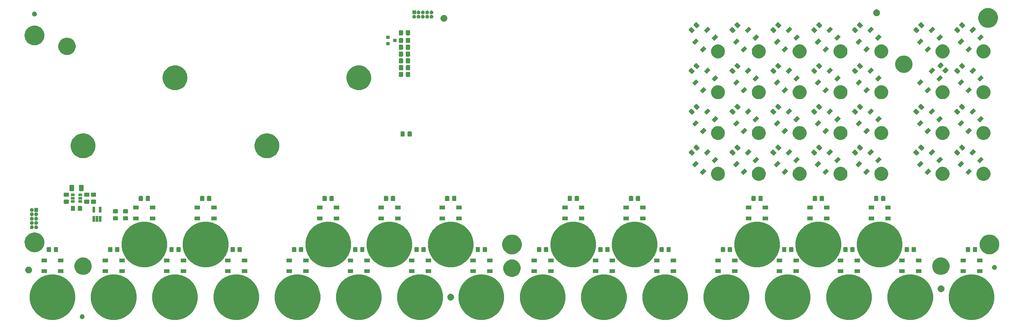
<source format=gbr>
%TF.GenerationSoftware,KiCad,Pcbnew,5.1.6*%
%TF.CreationDate,2020-06-25T21:19:21+02:00*%
%TF.ProjectId,OTTO_AUX_SMD,4f54544f-5f41-4555-985f-534d442e6b69,rev?*%
%TF.SameCoordinates,PX269fb20PYbb65a20*%
%TF.FileFunction,Soldermask,Top*%
%TF.FilePolarity,Negative*%
%FSLAX46Y46*%
G04 Gerber Fmt 4.6, Leading zero omitted, Abs format (unit mm)*
G04 Created by KiCad (PCBNEW 5.1.6) date 2020-06-25 21:19:21*
%MOMM*%
%LPD*%
G01*
G04 APERTURE LIST*
%ADD10C,0.150000*%
G04 APERTURE END LIST*
D10*
G36*
X257654608Y106843485D02*
G01*
X258874115Y106338349D01*
X259971637Y105605008D01*
X260905008Y104671637D01*
X261638349Y103574115D01*
X262143485Y102354608D01*
X262401000Y101059992D01*
X262401000Y99740008D01*
X262143485Y98445392D01*
X261638349Y97225885D01*
X260905008Y96128363D01*
X259971637Y95194992D01*
X258874115Y94461651D01*
X257654608Y93956515D01*
X256359992Y93699000D01*
X255040008Y93699000D01*
X253745392Y93956515D01*
X252525885Y94461651D01*
X251428363Y95194992D01*
X250494992Y96128363D01*
X249761651Y97225885D01*
X249256515Y98445392D01*
X248999000Y99740008D01*
X248999000Y101059992D01*
X249256515Y102354608D01*
X249761651Y103574115D01*
X250494992Y104671637D01*
X251428363Y105605008D01*
X252525885Y106338349D01*
X253745392Y106843485D01*
X255040008Y107101000D01*
X256359992Y107101000D01*
X257654608Y106843485D01*
G37*
G36*
X95654608Y106843485D02*
G01*
X96874115Y106338349D01*
X97971637Y105605008D01*
X98905008Y104671637D01*
X99638349Y103574115D01*
X100143485Y102354608D01*
X100401000Y101059992D01*
X100401000Y99740008D01*
X100143485Y98445392D01*
X99638349Y97225885D01*
X98905008Y96128363D01*
X97971637Y95194992D01*
X96874115Y94461651D01*
X95654608Y93956515D01*
X94359992Y93699000D01*
X93040008Y93699000D01*
X91745392Y93956515D01*
X90525885Y94461651D01*
X89428363Y95194992D01*
X88494992Y96128363D01*
X87761651Y97225885D01*
X87256515Y98445392D01*
X86999000Y99740008D01*
X86999000Y101059992D01*
X87256515Y102354608D01*
X87761651Y103574115D01*
X88494992Y104671637D01*
X89428363Y105605008D01*
X90525885Y106338349D01*
X91745392Y106843485D01*
X93040008Y107101000D01*
X94359992Y107101000D01*
X95654608Y106843485D01*
G37*
G36*
X-12345392Y106843485D02*
G01*
X-11125885Y106338349D01*
X-10028363Y105605008D01*
X-9094992Y104671637D01*
X-8361651Y103574115D01*
X-7856515Y102354608D01*
X-7599000Y101059992D01*
X-7599000Y99740008D01*
X-7856515Y98445392D01*
X-8361651Y97225885D01*
X-9094992Y96128363D01*
X-10028363Y95194992D01*
X-11125885Y94461651D01*
X-12345392Y93956515D01*
X-13640008Y93699000D01*
X-14959992Y93699000D01*
X-16254608Y93956515D01*
X-17474115Y94461651D01*
X-18571637Y95194992D01*
X-19505008Y96128363D01*
X-20238349Y97225885D01*
X-20743485Y98445392D01*
X-21001000Y99740008D01*
X-21001000Y101059992D01*
X-20743485Y102354608D01*
X-20238349Y103574115D01*
X-19505008Y104671637D01*
X-18571637Y105605008D01*
X-17474115Y106338349D01*
X-16254608Y106843485D01*
X-14959992Y107101000D01*
X-13640008Y107101000D01*
X-12345392Y106843485D01*
G37*
G36*
X5654608Y106843485D02*
G01*
X6874115Y106338349D01*
X7971637Y105605008D01*
X8905008Y104671637D01*
X9638349Y103574115D01*
X10143485Y102354608D01*
X10401000Y101059992D01*
X10401000Y99740008D01*
X10143485Y98445392D01*
X9638349Y97225885D01*
X8905008Y96128363D01*
X7971637Y95194992D01*
X6874115Y94461651D01*
X5654608Y93956515D01*
X4359992Y93699000D01*
X3040008Y93699000D01*
X1745392Y93956515D01*
X525885Y94461651D01*
X-571637Y95194992D01*
X-1505008Y96128363D01*
X-2238349Y97225885D01*
X-2743485Y98445392D01*
X-3001000Y99740008D01*
X-3001000Y101059992D01*
X-2743485Y102354608D01*
X-2238349Y103574115D01*
X-1505008Y104671637D01*
X-571637Y105605008D01*
X525885Y106338349D01*
X1745392Y106843485D01*
X3040008Y107101000D01*
X4359992Y107101000D01*
X5654608Y106843485D01*
G37*
G36*
X23654608Y106843485D02*
G01*
X24874115Y106338349D01*
X25971637Y105605008D01*
X26905008Y104671637D01*
X27638349Y103574115D01*
X28143485Y102354608D01*
X28401000Y101059992D01*
X28401000Y99740008D01*
X28143485Y98445392D01*
X27638349Y97225885D01*
X26905008Y96128363D01*
X25971637Y95194992D01*
X24874115Y94461651D01*
X23654608Y93956515D01*
X22359992Y93699000D01*
X21040008Y93699000D01*
X19745392Y93956515D01*
X18525885Y94461651D01*
X17428363Y95194992D01*
X16494992Y96128363D01*
X15761651Y97225885D01*
X15256515Y98445392D01*
X14999000Y99740008D01*
X14999000Y101059992D01*
X15256515Y102354608D01*
X15761651Y103574115D01*
X16494992Y104671637D01*
X17428363Y105605008D01*
X18525885Y106338349D01*
X19745392Y106843485D01*
X21040008Y107101000D01*
X22359992Y107101000D01*
X23654608Y106843485D01*
G37*
G36*
X41654608Y106843485D02*
G01*
X42874115Y106338349D01*
X43971637Y105605008D01*
X44905008Y104671637D01*
X45638349Y103574115D01*
X46143485Y102354608D01*
X46401000Y101059992D01*
X46401000Y99740008D01*
X46143485Y98445392D01*
X45638349Y97225885D01*
X44905008Y96128363D01*
X43971637Y95194992D01*
X42874115Y94461651D01*
X41654608Y93956515D01*
X40359992Y93699000D01*
X39040008Y93699000D01*
X37745392Y93956515D01*
X36525885Y94461651D01*
X35428363Y95194992D01*
X34494992Y96128363D01*
X33761651Y97225885D01*
X33256515Y98445392D01*
X32999000Y99740008D01*
X32999000Y101059992D01*
X33256515Y102354608D01*
X33761651Y103574115D01*
X34494992Y104671637D01*
X35428363Y105605008D01*
X36525885Y106338349D01*
X37745392Y106843485D01*
X39040008Y107101000D01*
X40359992Y107101000D01*
X41654608Y106843485D01*
G37*
G36*
X59654608Y106843485D02*
G01*
X60874115Y106338349D01*
X61971637Y105605008D01*
X62905008Y104671637D01*
X63638349Y103574115D01*
X64143485Y102354608D01*
X64401000Y101059992D01*
X64401000Y99740008D01*
X64143485Y98445392D01*
X63638349Y97225885D01*
X62905008Y96128363D01*
X61971637Y95194992D01*
X60874115Y94461651D01*
X59654608Y93956515D01*
X58359992Y93699000D01*
X57040008Y93699000D01*
X55745392Y93956515D01*
X54525885Y94461651D01*
X53428363Y95194992D01*
X52494992Y96128363D01*
X51761651Y97225885D01*
X51256515Y98445392D01*
X50999000Y99740008D01*
X50999000Y101059992D01*
X51256515Y102354608D01*
X51761651Y103574115D01*
X52494992Y104671637D01*
X53428363Y105605008D01*
X54525885Y106338349D01*
X55745392Y106843485D01*
X57040008Y107101000D01*
X58359992Y107101000D01*
X59654608Y106843485D01*
G37*
G36*
X77654608Y106843485D02*
G01*
X78874115Y106338349D01*
X79971637Y105605008D01*
X80905008Y104671637D01*
X81638349Y103574115D01*
X82143485Y102354608D01*
X82401000Y101059992D01*
X82401000Y99740008D01*
X82143485Y98445392D01*
X81638349Y97225885D01*
X80905008Y96128363D01*
X79971637Y95194992D01*
X78874115Y94461651D01*
X77654608Y93956515D01*
X76359992Y93699000D01*
X75040008Y93699000D01*
X73745392Y93956515D01*
X72525885Y94461651D01*
X71428363Y95194992D01*
X70494992Y96128363D01*
X69761651Y97225885D01*
X69256515Y98445392D01*
X68999000Y99740008D01*
X68999000Y101059992D01*
X69256515Y102354608D01*
X69761651Y103574115D01*
X70494992Y104671637D01*
X71428363Y105605008D01*
X72525885Y106338349D01*
X73745392Y106843485D01*
X75040008Y107101000D01*
X76359992Y107101000D01*
X77654608Y106843485D01*
G37*
G36*
X239654608Y106843485D02*
G01*
X240874115Y106338349D01*
X241971637Y105605008D01*
X242905008Y104671637D01*
X243638349Y103574115D01*
X244143485Y102354608D01*
X244401000Y101059992D01*
X244401000Y99740008D01*
X244143485Y98445392D01*
X243638349Y97225885D01*
X242905008Y96128363D01*
X241971637Y95194992D01*
X240874115Y94461651D01*
X239654608Y93956515D01*
X238359992Y93699000D01*
X237040008Y93699000D01*
X235745392Y93956515D01*
X234525885Y94461651D01*
X233428363Y95194992D01*
X232494992Y96128363D01*
X231761651Y97225885D01*
X231256515Y98445392D01*
X230999000Y99740008D01*
X230999000Y101059992D01*
X231256515Y102354608D01*
X231761651Y103574115D01*
X232494992Y104671637D01*
X233428363Y105605008D01*
X234525885Y106338349D01*
X235745392Y106843485D01*
X237040008Y107101000D01*
X238359992Y107101000D01*
X239654608Y106843485D01*
G37*
G36*
X131654608Y106843485D02*
G01*
X132874115Y106338349D01*
X133971637Y105605008D01*
X134905008Y104671637D01*
X135638349Y103574115D01*
X136143485Y102354608D01*
X136401000Y101059992D01*
X136401000Y99740008D01*
X136143485Y98445392D01*
X135638349Y97225885D01*
X134905008Y96128363D01*
X133971637Y95194992D01*
X132874115Y94461651D01*
X131654608Y93956515D01*
X130359992Y93699000D01*
X129040008Y93699000D01*
X127745392Y93956515D01*
X126525885Y94461651D01*
X125428363Y95194992D01*
X124494992Y96128363D01*
X123761651Y97225885D01*
X123256515Y98445392D01*
X122999000Y99740008D01*
X122999000Y101059992D01*
X123256515Y102354608D01*
X123761651Y103574115D01*
X124494992Y104671637D01*
X125428363Y105605008D01*
X126525885Y106338349D01*
X127745392Y106843485D01*
X129040008Y107101000D01*
X130359992Y107101000D01*
X131654608Y106843485D01*
G37*
G36*
X149654608Y106843485D02*
G01*
X150874115Y106338349D01*
X151971637Y105605008D01*
X152905008Y104671637D01*
X153638349Y103574115D01*
X154143485Y102354608D01*
X154401000Y101059992D01*
X154401000Y99740008D01*
X154143485Y98445392D01*
X153638349Y97225885D01*
X152905008Y96128363D01*
X151971637Y95194992D01*
X150874115Y94461651D01*
X149654608Y93956515D01*
X148359992Y93699000D01*
X147040008Y93699000D01*
X145745392Y93956515D01*
X144525885Y94461651D01*
X143428363Y95194992D01*
X142494992Y96128363D01*
X141761651Y97225885D01*
X141256515Y98445392D01*
X140999000Y99740008D01*
X140999000Y101059992D01*
X141256515Y102354608D01*
X141761651Y103574115D01*
X142494992Y104671637D01*
X143428363Y105605008D01*
X144525885Y106338349D01*
X145745392Y106843485D01*
X147040008Y107101000D01*
X148359992Y107101000D01*
X149654608Y106843485D01*
G37*
G36*
X167654608Y106843485D02*
G01*
X168874115Y106338349D01*
X169971637Y105605008D01*
X170905008Y104671637D01*
X171638349Y103574115D01*
X172143485Y102354608D01*
X172401000Y101059992D01*
X172401000Y99740008D01*
X172143485Y98445392D01*
X171638349Y97225885D01*
X170905008Y96128363D01*
X169971637Y95194992D01*
X168874115Y94461651D01*
X167654608Y93956515D01*
X166359992Y93699000D01*
X165040008Y93699000D01*
X163745392Y93956515D01*
X162525885Y94461651D01*
X161428363Y95194992D01*
X160494992Y96128363D01*
X159761651Y97225885D01*
X159256515Y98445392D01*
X158999000Y99740008D01*
X158999000Y101059992D01*
X159256515Y102354608D01*
X159761651Y103574115D01*
X160494992Y104671637D01*
X161428363Y105605008D01*
X162525885Y106338349D01*
X163745392Y106843485D01*
X165040008Y107101000D01*
X166359992Y107101000D01*
X167654608Y106843485D01*
G37*
G36*
X185654608Y106843485D02*
G01*
X186874115Y106338349D01*
X187971637Y105605008D01*
X188905008Y104671637D01*
X189638349Y103574115D01*
X190143485Y102354608D01*
X190401000Y101059992D01*
X190401000Y99740008D01*
X190143485Y98445392D01*
X189638349Y97225885D01*
X188905008Y96128363D01*
X187971637Y95194992D01*
X186874115Y94461651D01*
X185654608Y93956515D01*
X184359992Y93699000D01*
X183040008Y93699000D01*
X181745392Y93956515D01*
X180525885Y94461651D01*
X179428363Y95194992D01*
X178494992Y96128363D01*
X177761651Y97225885D01*
X177256515Y98445392D01*
X176999000Y99740008D01*
X176999000Y101059992D01*
X177256515Y102354608D01*
X177761651Y103574115D01*
X178494992Y104671637D01*
X179428363Y105605008D01*
X180525885Y106338349D01*
X181745392Y106843485D01*
X183040008Y107101000D01*
X184359992Y107101000D01*
X185654608Y106843485D01*
G37*
G36*
X203654608Y106843485D02*
G01*
X204874115Y106338349D01*
X205971637Y105605008D01*
X206905008Y104671637D01*
X207638349Y103574115D01*
X208143485Y102354608D01*
X208401000Y101059992D01*
X208401000Y99740008D01*
X208143485Y98445392D01*
X207638349Y97225885D01*
X206905008Y96128363D01*
X205971637Y95194992D01*
X204874115Y94461651D01*
X203654608Y93956515D01*
X202359992Y93699000D01*
X201040008Y93699000D01*
X199745392Y93956515D01*
X198525885Y94461651D01*
X197428363Y95194992D01*
X196494992Y96128363D01*
X195761651Y97225885D01*
X195256515Y98445392D01*
X194999000Y99740008D01*
X194999000Y101059992D01*
X195256515Y102354608D01*
X195761651Y103574115D01*
X196494992Y104671637D01*
X197428363Y105605008D01*
X198525885Y106338349D01*
X199745392Y106843485D01*
X201040008Y107101000D01*
X202359992Y107101000D01*
X203654608Y106843485D01*
G37*
G36*
X221654608Y106843485D02*
G01*
X222874115Y106338349D01*
X223971637Y105605008D01*
X224905008Y104671637D01*
X225638349Y103574115D01*
X226143485Y102354608D01*
X226401000Y101059992D01*
X226401000Y99740008D01*
X226143485Y98445392D01*
X225638349Y97225885D01*
X224905008Y96128363D01*
X223971637Y95194992D01*
X222874115Y94461651D01*
X221654608Y93956515D01*
X220359992Y93699000D01*
X219040008Y93699000D01*
X217745392Y93956515D01*
X216525885Y94461651D01*
X215428363Y95194992D01*
X214494992Y96128363D01*
X213761651Y97225885D01*
X213256515Y98445392D01*
X212999000Y99740008D01*
X212999000Y101059992D01*
X213256515Y102354608D01*
X213761651Y103574115D01*
X214494992Y104671637D01*
X215428363Y105605008D01*
X216525885Y106338349D01*
X217745392Y106843485D01*
X219040008Y107101000D01*
X220359992Y107101000D01*
X221654608Y106843485D01*
G37*
G36*
X113654608Y106843485D02*
G01*
X114874115Y106338349D01*
X115971637Y105605008D01*
X116905008Y104671637D01*
X117638349Y103574115D01*
X118143485Y102354608D01*
X118401000Y101059992D01*
X118401000Y99740008D01*
X118143485Y98445392D01*
X117638349Y97225885D01*
X116905008Y96128363D01*
X115971637Y95194992D01*
X114874115Y94461651D01*
X113654608Y93956515D01*
X112359992Y93699000D01*
X111040008Y93699000D01*
X109745392Y93956515D01*
X108525885Y94461651D01*
X107428363Y95194992D01*
X106494992Y96128363D01*
X105761651Y97225885D01*
X105256515Y98445392D01*
X104999000Y99740008D01*
X104999000Y101059992D01*
X105256515Y102354608D01*
X105761651Y103574115D01*
X106494992Y104671637D01*
X107428363Y105605008D01*
X108525885Y106338349D01*
X109745392Y106843485D01*
X111040008Y107101000D01*
X112359992Y107101000D01*
X113654608Y106843485D01*
G37*
G36*
X-5455814Y95342020D02*
G01*
X-5365526Y95324061D01*
X-5237952Y95271218D01*
X-5123138Y95194502D01*
X-5025498Y95096862D01*
X-4948782Y94982048D01*
X-4895939Y94854474D01*
X-4869000Y94719042D01*
X-4869000Y94580958D01*
X-4895939Y94445526D01*
X-4948782Y94317952D01*
X-5025498Y94203138D01*
X-5123138Y94105498D01*
X-5237952Y94028782D01*
X-5365526Y93975939D01*
X-5455814Y93957980D01*
X-5500957Y93949000D01*
X-5639043Y93949000D01*
X-5684186Y93957980D01*
X-5774474Y93975939D01*
X-5902048Y94028782D01*
X-6016862Y94105498D01*
X-6114502Y94203138D01*
X-6191218Y94317952D01*
X-6244061Y94445526D01*
X-6271000Y94580958D01*
X-6271000Y94719042D01*
X-6244061Y94854474D01*
X-6191218Y94982048D01*
X-6114502Y95096862D01*
X-6016862Y95194502D01*
X-5902048Y95271218D01*
X-5774474Y95324061D01*
X-5684186Y95342020D01*
X-5639043Y95351000D01*
X-5500957Y95351000D01*
X-5455814Y95342020D01*
G37*
G36*
X102895090Y101380786D02*
G01*
X102991689Y101361571D01*
X103173678Y101286189D01*
X103337463Y101176751D01*
X103476751Y101037463D01*
X103586189Y100873678D01*
X103661571Y100691689D01*
X103700000Y100498491D01*
X103700000Y100301509D01*
X103661571Y100108311D01*
X103586189Y99926322D01*
X103476751Y99762537D01*
X103337463Y99623249D01*
X103173678Y99513811D01*
X102991689Y99438429D01*
X102895090Y99419215D01*
X102798493Y99400000D01*
X102601507Y99400000D01*
X102504910Y99419214D01*
X102408311Y99438429D01*
X102226322Y99513811D01*
X102062537Y99623249D01*
X101923249Y99762537D01*
X101813811Y99926322D01*
X101738429Y100108311D01*
X101700000Y100301509D01*
X101700000Y100498491D01*
X101738429Y100691689D01*
X101813811Y100873678D01*
X101923249Y101037463D01*
X102062537Y101176751D01*
X102226322Y101286189D01*
X102408311Y101361571D01*
X102504910Y101380786D01*
X102601507Y101400000D01*
X102798493Y101400000D01*
X102895090Y101380786D01*
G37*
G36*
X246945090Y103830786D02*
G01*
X247041689Y103811571D01*
X247223678Y103736189D01*
X247387463Y103626751D01*
X247526751Y103487463D01*
X247636189Y103323678D01*
X247711571Y103141689D01*
X247750000Y102948491D01*
X247750000Y102751509D01*
X247711571Y102558311D01*
X247636189Y102376322D01*
X247526751Y102212537D01*
X247387463Y102073249D01*
X247223678Y101963811D01*
X247041689Y101888429D01*
X246945090Y101869214D01*
X246848493Y101850000D01*
X246651507Y101850000D01*
X246554910Y101869214D01*
X246458311Y101888429D01*
X246276322Y101963811D01*
X246112537Y102073249D01*
X245973249Y102212537D01*
X245863811Y102376322D01*
X245788429Y102558311D01*
X245750000Y102751509D01*
X245750000Y102948491D01*
X245788429Y103141689D01*
X245863811Y103323678D01*
X245973249Y103487463D01*
X246112537Y103626751D01*
X246276322Y103736189D01*
X246458311Y103811571D01*
X246554910Y103830786D01*
X246651507Y103850000D01*
X246848493Y103850000D01*
X246945090Y103830786D01*
G37*
G36*
X121444097Y111352967D02*
G01*
X121908354Y111160667D01*
X122326166Y110881493D01*
X122681493Y110526166D01*
X122960667Y110108354D01*
X123152967Y109644097D01*
X123251000Y109151253D01*
X123251000Y108648747D01*
X123152967Y108155903D01*
X122960667Y107691646D01*
X122681493Y107273834D01*
X122326166Y106918507D01*
X121908354Y106639333D01*
X121444097Y106447033D01*
X120951253Y106349000D01*
X120448747Y106349000D01*
X119955903Y106447033D01*
X119491646Y106639333D01*
X119073834Y106918507D01*
X118718507Y107273834D01*
X118439333Y107691646D01*
X118247033Y108155903D01*
X118149000Y108648747D01*
X118149000Y109151253D01*
X118247033Y109644097D01*
X118439333Y110108354D01*
X118718507Y110526166D01*
X119073834Y110881493D01*
X119491646Y111160667D01*
X119955903Y111352967D01*
X120448747Y111451000D01*
X120951253Y111451000D01*
X121444097Y111352967D01*
G37*
G36*
X247444097Y111952967D02*
G01*
X247908354Y111760667D01*
X248326166Y111481493D01*
X248681493Y111126166D01*
X248960667Y110708354D01*
X249152967Y110244097D01*
X249251000Y109751253D01*
X249251000Y109248747D01*
X249152967Y108755903D01*
X248960667Y108291646D01*
X248681493Y107873834D01*
X248326166Y107518507D01*
X247908354Y107239333D01*
X247444097Y107047033D01*
X246951253Y106949000D01*
X246448747Y106949000D01*
X245955903Y107047033D01*
X245491646Y107239333D01*
X245073834Y107518507D01*
X244718507Y107873834D01*
X244439333Y108291646D01*
X244247033Y108755903D01*
X244149000Y109248747D01*
X244149000Y109751253D01*
X244247033Y110244097D01*
X244439333Y110708354D01*
X244718507Y111126166D01*
X245073834Y111481493D01*
X245491646Y111760667D01*
X245955903Y111952967D01*
X246448747Y112051000D01*
X246951253Y112051000D01*
X247444097Y111952967D01*
G37*
G36*
X-4558403Y111952967D02*
G01*
X-4094146Y111760667D01*
X-3676334Y111481493D01*
X-3321007Y111126166D01*
X-3041833Y110708354D01*
X-2849533Y110244097D01*
X-2751500Y109751253D01*
X-2751500Y109248747D01*
X-2849533Y108755903D01*
X-3041833Y108291646D01*
X-3321007Y107873834D01*
X-3676334Y107518507D01*
X-4094146Y107239333D01*
X-4558403Y107047033D01*
X-5051247Y106949000D01*
X-5553753Y106949000D01*
X-6046597Y107047033D01*
X-6510854Y107239333D01*
X-6928666Y107518507D01*
X-7283993Y107873834D01*
X-7563167Y108291646D01*
X-7755467Y108755903D01*
X-7853500Y109248747D01*
X-7853500Y109751253D01*
X-7755467Y110244097D01*
X-7563167Y110708354D01*
X-7283993Y111126166D01*
X-6928666Y111481493D01*
X-6510854Y111760667D01*
X-6046597Y111952967D01*
X-5553753Y112051000D01*
X-5051247Y112051000D01*
X-4558403Y111952967D01*
G37*
G36*
X-21104910Y109380785D02*
G01*
X-21008311Y109361571D01*
X-20826322Y109286189D01*
X-20662537Y109176751D01*
X-20523249Y109037463D01*
X-20413811Y108873678D01*
X-20338429Y108691689D01*
X-20321285Y108605498D01*
X-20300000Y108498493D01*
X-20300000Y108301507D01*
X-20319214Y108204910D01*
X-20338429Y108108311D01*
X-20413811Y107926322D01*
X-20523249Y107762537D01*
X-20662537Y107623249D01*
X-20826322Y107513811D01*
X-21008311Y107438429D01*
X-21104910Y107419214D01*
X-21201507Y107400000D01*
X-21398493Y107400000D01*
X-21495090Y107419214D01*
X-21591689Y107438429D01*
X-21773678Y107513811D01*
X-21937463Y107623249D01*
X-22076751Y107762537D01*
X-22186189Y107926322D01*
X-22261571Y108108311D01*
X-22280786Y108204910D01*
X-22300000Y108301507D01*
X-22300000Y108498493D01*
X-22278715Y108605498D01*
X-22261571Y108691689D01*
X-22186189Y108873678D01*
X-22076751Y109037463D01*
X-21937463Y109176751D01*
X-21773678Y109286189D01*
X-21591689Y109361571D01*
X-21495090Y109380785D01*
X-21398493Y109400000D01*
X-21201507Y109400000D01*
X-21104910Y109380785D01*
G37*
G36*
X2051000Y107462782D02*
G01*
X449000Y107462782D01*
X449000Y108564782D01*
X2051000Y108564782D01*
X2051000Y107462782D01*
G37*
G36*
X42951000Y107462782D02*
G01*
X41349000Y107462782D01*
X41349000Y108564782D01*
X42951000Y108564782D01*
X42951000Y107462782D01*
G37*
G36*
X-11049000Y107462782D02*
G01*
X-12651000Y107462782D01*
X-12651000Y108564782D01*
X-11049000Y108564782D01*
X-11049000Y107462782D01*
G37*
G36*
X-15949000Y107462782D02*
G01*
X-17551000Y107462782D01*
X-17551000Y108564782D01*
X-15949000Y108564782D01*
X-15949000Y107462782D01*
G37*
G36*
X168951000Y107462782D02*
G01*
X167349000Y107462782D01*
X167349000Y108564782D01*
X168951000Y108564782D01*
X168951000Y107462782D01*
G37*
G36*
X240951000Y107462782D02*
G01*
X239349000Y107462782D01*
X239349000Y108564782D01*
X240951000Y108564782D01*
X240951000Y107462782D01*
G37*
G36*
X236051000Y107462782D02*
G01*
X234449000Y107462782D01*
X234449000Y108564782D01*
X236051000Y108564782D01*
X236051000Y107462782D01*
G37*
G36*
X258951000Y107462782D02*
G01*
X257349000Y107462782D01*
X257349000Y108564782D01*
X258951000Y108564782D01*
X258951000Y107462782D01*
G37*
G36*
X254051000Y107462782D02*
G01*
X252449000Y107462782D01*
X252449000Y108564782D01*
X254051000Y108564782D01*
X254051000Y107462782D01*
G37*
G36*
X222951000Y107462782D02*
G01*
X221349000Y107462782D01*
X221349000Y108564782D01*
X222951000Y108564782D01*
X222951000Y107462782D01*
G37*
G36*
X218051000Y107462782D02*
G01*
X216449000Y107462782D01*
X216449000Y108564782D01*
X218051000Y108564782D01*
X218051000Y107462782D01*
G37*
G36*
X204951000Y107462782D02*
G01*
X203349000Y107462782D01*
X203349000Y108564782D01*
X204951000Y108564782D01*
X204951000Y107462782D01*
G37*
G36*
X200051000Y107462782D02*
G01*
X198449000Y107462782D01*
X198449000Y108564782D01*
X200051000Y108564782D01*
X200051000Y107462782D01*
G37*
G36*
X186951000Y107462782D02*
G01*
X185349000Y107462782D01*
X185349000Y108564782D01*
X186951000Y108564782D01*
X186951000Y107462782D01*
G37*
G36*
X182051000Y107462782D02*
G01*
X180449000Y107462782D01*
X180449000Y108564782D01*
X182051000Y108564782D01*
X182051000Y107462782D01*
G37*
G36*
X164051000Y107462782D02*
G01*
X162449000Y107462782D01*
X162449000Y108564782D01*
X164051000Y108564782D01*
X164051000Y107462782D01*
G37*
G36*
X20051000Y107462782D02*
G01*
X18449000Y107462782D01*
X18449000Y108564782D01*
X20051000Y108564782D01*
X20051000Y107462782D01*
G37*
G36*
X56051000Y107462782D02*
G01*
X54449000Y107462782D01*
X54449000Y108564782D01*
X56051000Y108564782D01*
X56051000Y107462782D01*
G37*
G36*
X150951000Y107462782D02*
G01*
X149349000Y107462782D01*
X149349000Y108564782D01*
X150951000Y108564782D01*
X150951000Y107462782D01*
G37*
G36*
X60951000Y107462782D02*
G01*
X59349000Y107462782D01*
X59349000Y108564782D01*
X60951000Y108564782D01*
X60951000Y107462782D01*
G37*
G36*
X74051000Y107462782D02*
G01*
X72449000Y107462782D01*
X72449000Y108564782D01*
X74051000Y108564782D01*
X74051000Y107462782D01*
G37*
G36*
X78951000Y107462782D02*
G01*
X77349000Y107462782D01*
X77349000Y108564782D01*
X78951000Y108564782D01*
X78951000Y107462782D01*
G37*
G36*
X92051000Y107462782D02*
G01*
X90449000Y107462782D01*
X90449000Y108564782D01*
X92051000Y108564782D01*
X92051000Y107462782D01*
G37*
G36*
X96951000Y107462782D02*
G01*
X95349000Y107462782D01*
X95349000Y108564782D01*
X96951000Y108564782D01*
X96951000Y107462782D01*
G37*
G36*
X110051000Y107462782D02*
G01*
X108449000Y107462782D01*
X108449000Y108564782D01*
X110051000Y108564782D01*
X110051000Y107462782D01*
G37*
G36*
X114951000Y107462782D02*
G01*
X113349000Y107462782D01*
X113349000Y108564782D01*
X114951000Y108564782D01*
X114951000Y107462782D01*
G37*
G36*
X128051000Y107462782D02*
G01*
X126449000Y107462782D01*
X126449000Y108564782D01*
X128051000Y108564782D01*
X128051000Y107462782D01*
G37*
G36*
X132951000Y107462782D02*
G01*
X131349000Y107462782D01*
X131349000Y108564782D01*
X132951000Y108564782D01*
X132951000Y107462782D01*
G37*
G36*
X146051000Y107462782D02*
G01*
X144449000Y107462782D01*
X144449000Y108564782D01*
X146051000Y108564782D01*
X146051000Y107462782D01*
G37*
G36*
X38051000Y107462782D02*
G01*
X36449000Y107462782D01*
X36449000Y108564782D01*
X38051000Y108564782D01*
X38051000Y107462782D01*
G37*
G36*
X24951000Y107462782D02*
G01*
X23349000Y107462782D01*
X23349000Y108564782D01*
X24951000Y108564782D01*
X24951000Y107462782D01*
G37*
G36*
X6951000Y107462782D02*
G01*
X5349000Y107462782D01*
X5349000Y108564782D01*
X6951000Y108564782D01*
X6951000Y107462782D01*
G37*
G36*
X262544186Y109842020D02*
G01*
X262634474Y109824061D01*
X262762048Y109771218D01*
X262876862Y109694502D01*
X262974502Y109596862D01*
X263051218Y109482048D01*
X263104061Y109354474D01*
X263131000Y109219042D01*
X263131000Y109080958D01*
X263104061Y108945526D01*
X263051218Y108817952D01*
X262974502Y108703138D01*
X262876862Y108605498D01*
X262762048Y108528782D01*
X262634474Y108475939D01*
X262544186Y108457980D01*
X262499043Y108449000D01*
X262360957Y108449000D01*
X262315814Y108457980D01*
X262225526Y108475939D01*
X262097952Y108528782D01*
X261983138Y108605498D01*
X261885498Y108703138D01*
X261808782Y108817952D01*
X261755939Y108945526D01*
X261729000Y109080958D01*
X261729000Y109219042D01*
X261755939Y109354474D01*
X261808782Y109482048D01*
X261885498Y109596862D01*
X261983138Y109694502D01*
X262097952Y109771218D01*
X262225526Y109824061D01*
X262315814Y109842020D01*
X262360957Y109851000D01*
X262499043Y109851000D01*
X262544186Y109842020D01*
G37*
G36*
X32654608Y122343485D02*
G01*
X33874115Y121838349D01*
X34971637Y121105008D01*
X35905008Y120171637D01*
X36638349Y119074115D01*
X37143485Y117854608D01*
X37401000Y116559992D01*
X37401000Y115240008D01*
X37143485Y113945392D01*
X36638349Y112725885D01*
X35905008Y111628363D01*
X34971637Y110694992D01*
X33874115Y109961651D01*
X32654608Y109456515D01*
X31359992Y109199000D01*
X30040008Y109199000D01*
X28745392Y109456515D01*
X27525885Y109961651D01*
X26428363Y110694992D01*
X25494992Y111628363D01*
X24761651Y112725885D01*
X24256515Y113945392D01*
X23999000Y115240008D01*
X23999000Y116559992D01*
X24256515Y117854608D01*
X24761651Y119074115D01*
X25494992Y120171637D01*
X26428363Y121105008D01*
X27525885Y121838349D01*
X28745392Y122343485D01*
X30040008Y122601000D01*
X31359992Y122601000D01*
X32654608Y122343485D01*
G37*
G36*
X194654608Y122343485D02*
G01*
X195874115Y121838349D01*
X196971637Y121105008D01*
X197905008Y120171637D01*
X198638349Y119074115D01*
X199143485Y117854608D01*
X199401000Y116559992D01*
X199401000Y115240008D01*
X199143485Y113945392D01*
X198638349Y112725885D01*
X197905008Y111628363D01*
X196971637Y110694992D01*
X195874115Y109961651D01*
X194654608Y109456515D01*
X193359992Y109199000D01*
X192040008Y109199000D01*
X190745392Y109456515D01*
X189525885Y109961651D01*
X188428363Y110694992D01*
X187494992Y111628363D01*
X186761651Y112725885D01*
X186256515Y113945392D01*
X185999000Y115240008D01*
X185999000Y116559992D01*
X186256515Y117854608D01*
X186761651Y119074115D01*
X187494992Y120171637D01*
X188428363Y121105008D01*
X189525885Y121838349D01*
X190745392Y122343485D01*
X192040008Y122601000D01*
X193359992Y122601000D01*
X194654608Y122343485D01*
G37*
G36*
X14654608Y122343485D02*
G01*
X15874115Y121838349D01*
X16971637Y121105008D01*
X17905008Y120171637D01*
X18638349Y119074115D01*
X19143485Y117854608D01*
X19401000Y116559992D01*
X19401000Y115240008D01*
X19143485Y113945392D01*
X18638349Y112725885D01*
X17905008Y111628363D01*
X16971637Y110694992D01*
X15874115Y109961651D01*
X14654608Y109456515D01*
X13359992Y109199000D01*
X12040008Y109199000D01*
X10745392Y109456515D01*
X9525885Y109961651D01*
X8428363Y110694992D01*
X7494992Y111628363D01*
X6761651Y112725885D01*
X6256515Y113945392D01*
X5999000Y115240008D01*
X5999000Y116559992D01*
X6256515Y117854608D01*
X6761651Y119074115D01*
X7494992Y120171637D01*
X8428363Y121105008D01*
X9525885Y121838349D01*
X10745392Y122343485D01*
X12040008Y122601000D01*
X13359992Y122601000D01*
X14654608Y122343485D01*
G37*
G36*
X104654608Y122343485D02*
G01*
X105874115Y121838349D01*
X106971637Y121105008D01*
X107905008Y120171637D01*
X108638349Y119074115D01*
X109143485Y117854608D01*
X109401000Y116559992D01*
X109401000Y115240008D01*
X109143485Y113945392D01*
X108638349Y112725885D01*
X107905008Y111628363D01*
X106971637Y110694992D01*
X105874115Y109961651D01*
X104654608Y109456515D01*
X103359992Y109199000D01*
X102040008Y109199000D01*
X100745392Y109456515D01*
X99525885Y109961651D01*
X98428363Y110694992D01*
X97494992Y111628363D01*
X96761651Y112725885D01*
X96256515Y113945392D01*
X95999000Y115240008D01*
X95999000Y116559992D01*
X96256515Y117854608D01*
X96761651Y119074115D01*
X97494992Y120171637D01*
X98428363Y121105008D01*
X99525885Y121838349D01*
X100745392Y122343485D01*
X102040008Y122601000D01*
X103359992Y122601000D01*
X104654608Y122343485D01*
G37*
G36*
X230654608Y122343485D02*
G01*
X231874115Y121838349D01*
X232971637Y121105008D01*
X233905008Y120171637D01*
X234638349Y119074115D01*
X235143485Y117854608D01*
X235401000Y116559992D01*
X235401000Y115240008D01*
X235143485Y113945392D01*
X234638349Y112725885D01*
X233905008Y111628363D01*
X232971637Y110694992D01*
X231874115Y109961651D01*
X230654608Y109456515D01*
X229359992Y109199000D01*
X228040008Y109199000D01*
X226745392Y109456515D01*
X225525885Y109961651D01*
X224428363Y110694992D01*
X223494992Y111628363D01*
X222761651Y112725885D01*
X222256515Y113945392D01*
X221999000Y115240008D01*
X221999000Y116559992D01*
X222256515Y117854608D01*
X222761651Y119074115D01*
X223494992Y120171637D01*
X224428363Y121105008D01*
X225525885Y121838349D01*
X226745392Y122343485D01*
X228040008Y122601000D01*
X229359992Y122601000D01*
X230654608Y122343485D01*
G37*
G36*
X158654608Y122343485D02*
G01*
X159874115Y121838349D01*
X160971637Y121105008D01*
X161905008Y120171637D01*
X162638349Y119074115D01*
X163143485Y117854608D01*
X163401000Y116559992D01*
X163401000Y115240008D01*
X163143485Y113945392D01*
X162638349Y112725885D01*
X161905008Y111628363D01*
X160971637Y110694992D01*
X159874115Y109961651D01*
X158654608Y109456515D01*
X157359992Y109199000D01*
X156040008Y109199000D01*
X154745392Y109456515D01*
X153525885Y109961651D01*
X152428363Y110694992D01*
X151494992Y111628363D01*
X150761651Y112725885D01*
X150256515Y113945392D01*
X149999000Y115240008D01*
X149999000Y116559992D01*
X150256515Y117854608D01*
X150761651Y119074115D01*
X151494992Y120171637D01*
X152428363Y121105008D01*
X153525885Y121838349D01*
X154745392Y122343485D01*
X156040008Y122601000D01*
X157359992Y122601000D01*
X158654608Y122343485D01*
G37*
G36*
X68654608Y122343485D02*
G01*
X69874115Y121838349D01*
X70971637Y121105008D01*
X71905008Y120171637D01*
X72638349Y119074115D01*
X73143485Y117854608D01*
X73401000Y116559992D01*
X73401000Y115240008D01*
X73143485Y113945392D01*
X72638349Y112725885D01*
X71905008Y111628363D01*
X70971637Y110694992D01*
X69874115Y109961651D01*
X68654608Y109456515D01*
X67359992Y109199000D01*
X66040008Y109199000D01*
X64745392Y109456515D01*
X63525885Y109961651D01*
X62428363Y110694992D01*
X61494992Y111628363D01*
X60761651Y112725885D01*
X60256515Y113945392D01*
X59999000Y115240008D01*
X59999000Y116559992D01*
X60256515Y117854608D01*
X60761651Y119074115D01*
X61494992Y120171637D01*
X62428363Y121105008D01*
X63525885Y121838349D01*
X64745392Y122343485D01*
X66040008Y122601000D01*
X67359992Y122601000D01*
X68654608Y122343485D01*
G37*
G36*
X212654608Y122343485D02*
G01*
X213874115Y121838349D01*
X214971637Y121105008D01*
X215905008Y120171637D01*
X216638349Y119074115D01*
X217143485Y117854608D01*
X217401000Y116559992D01*
X217401000Y115240008D01*
X217143485Y113945392D01*
X216638349Y112725885D01*
X215905008Y111628363D01*
X214971637Y110694992D01*
X213874115Y109961651D01*
X212654608Y109456515D01*
X211359992Y109199000D01*
X210040008Y109199000D01*
X208745392Y109456515D01*
X207525885Y109961651D01*
X206428363Y110694992D01*
X205494992Y111628363D01*
X204761651Y112725885D01*
X204256515Y113945392D01*
X203999000Y115240008D01*
X203999000Y116559992D01*
X204256515Y117854608D01*
X204761651Y119074115D01*
X205494992Y120171637D01*
X206428363Y121105008D01*
X207525885Y121838349D01*
X208745392Y122343485D01*
X210040008Y122601000D01*
X211359992Y122601000D01*
X212654608Y122343485D01*
G37*
G36*
X140654608Y122343485D02*
G01*
X141874115Y121838349D01*
X142971637Y121105008D01*
X143905008Y120171637D01*
X144638349Y119074115D01*
X145143485Y117854608D01*
X145401000Y116559992D01*
X145401000Y115240008D01*
X145143485Y113945392D01*
X144638349Y112725885D01*
X143905008Y111628363D01*
X142971637Y110694992D01*
X141874115Y109961651D01*
X140654608Y109456515D01*
X139359992Y109199000D01*
X138040008Y109199000D01*
X136745392Y109456515D01*
X135525885Y109961651D01*
X134428363Y110694992D01*
X133494992Y111628363D01*
X132761651Y112725885D01*
X132256515Y113945392D01*
X131999000Y115240008D01*
X131999000Y116559992D01*
X132256515Y117854608D01*
X132761651Y119074115D01*
X133494992Y120171637D01*
X134428363Y121105008D01*
X135525885Y121838349D01*
X136745392Y122343485D01*
X138040008Y122601000D01*
X139359992Y122601000D01*
X140654608Y122343485D01*
G37*
G36*
X86654608Y122343485D02*
G01*
X87874115Y121838349D01*
X88971637Y121105008D01*
X89905008Y120171637D01*
X90638349Y119074115D01*
X91143485Y117854608D01*
X91401000Y116559992D01*
X91401000Y115240008D01*
X91143485Y113945392D01*
X90638349Y112725885D01*
X89905008Y111628363D01*
X88971637Y110694992D01*
X87874115Y109961651D01*
X86654608Y109456515D01*
X85359992Y109199000D01*
X84040008Y109199000D01*
X82745392Y109456515D01*
X81525885Y109961651D01*
X80428363Y110694992D01*
X79494992Y111628363D01*
X78761651Y112725885D01*
X78256515Y113945392D01*
X77999000Y115240008D01*
X77999000Y116559992D01*
X78256515Y117854608D01*
X78761651Y119074115D01*
X79494992Y120171637D01*
X80428363Y121105008D01*
X81525885Y121838349D01*
X82745392Y122343485D01*
X84040008Y122601000D01*
X85359992Y122601000D01*
X86654608Y122343485D01*
G37*
G36*
X96951000Y110662782D02*
G01*
X95349000Y110662782D01*
X95349000Y111764782D01*
X96951000Y111764782D01*
X96951000Y110662782D01*
G37*
G36*
X6951000Y110662782D02*
G01*
X5349000Y110662782D01*
X5349000Y111764782D01*
X6951000Y111764782D01*
X6951000Y110662782D01*
G37*
G36*
X38051000Y110662782D02*
G01*
X36449000Y110662782D01*
X36449000Y111764782D01*
X38051000Y111764782D01*
X38051000Y110662782D01*
G37*
G36*
X92051000Y110662782D02*
G01*
X90449000Y110662782D01*
X90449000Y111764782D01*
X92051000Y111764782D01*
X92051000Y110662782D01*
G37*
G36*
X24951000Y110662782D02*
G01*
X23349000Y110662782D01*
X23349000Y111764782D01*
X24951000Y111764782D01*
X24951000Y110662782D01*
G37*
G36*
X78951000Y110662782D02*
G01*
X77349000Y110662782D01*
X77349000Y111764782D01*
X78951000Y111764782D01*
X78951000Y110662782D01*
G37*
G36*
X20051000Y110662782D02*
G01*
X18449000Y110662782D01*
X18449000Y111764782D01*
X20051000Y111764782D01*
X20051000Y110662782D01*
G37*
G36*
X74051000Y110662782D02*
G01*
X72449000Y110662782D01*
X72449000Y111764782D01*
X74051000Y111764782D01*
X74051000Y110662782D01*
G37*
G36*
X42951000Y110662782D02*
G01*
X41349000Y110662782D01*
X41349000Y111764782D01*
X42951000Y111764782D01*
X42951000Y110662782D01*
G37*
G36*
X2051000Y110662782D02*
G01*
X449000Y110662782D01*
X449000Y111764782D01*
X2051000Y111764782D01*
X2051000Y110662782D01*
G37*
G36*
X-15949000Y110662782D02*
G01*
X-17551000Y110662782D01*
X-17551000Y111764782D01*
X-15949000Y111764782D01*
X-15949000Y110662782D01*
G37*
G36*
X150951000Y110662782D02*
G01*
X149349000Y110662782D01*
X149349000Y111764782D01*
X150951000Y111764782D01*
X150951000Y110662782D01*
G37*
G36*
X146051000Y110662782D02*
G01*
X144449000Y110662782D01*
X144449000Y111764782D01*
X146051000Y111764782D01*
X146051000Y110662782D01*
G37*
G36*
X132951000Y110662782D02*
G01*
X131349000Y110662782D01*
X131349000Y111764782D01*
X132951000Y111764782D01*
X132951000Y110662782D01*
G37*
G36*
X128051000Y110662782D02*
G01*
X126449000Y110662782D01*
X126449000Y111764782D01*
X128051000Y111764782D01*
X128051000Y110662782D01*
G37*
G36*
X114951000Y110662782D02*
G01*
X113349000Y110662782D01*
X113349000Y111764782D01*
X114951000Y111764782D01*
X114951000Y110662782D01*
G37*
G36*
X222951000Y110662782D02*
G01*
X221349000Y110662782D01*
X221349000Y111764782D01*
X222951000Y111764782D01*
X222951000Y110662782D01*
G37*
G36*
X-11049000Y110662782D02*
G01*
X-12651000Y110662782D01*
X-12651000Y111764782D01*
X-11049000Y111764782D01*
X-11049000Y110662782D01*
G37*
G36*
X200051000Y110662782D02*
G01*
X198449000Y110662782D01*
X198449000Y111764782D01*
X200051000Y111764782D01*
X200051000Y110662782D01*
G37*
G36*
X236051000Y110662782D02*
G01*
X234449000Y110662782D01*
X234449000Y111764782D01*
X236051000Y111764782D01*
X236051000Y110662782D01*
G37*
G36*
X254051000Y110662782D02*
G01*
X252449000Y110662782D01*
X252449000Y111764782D01*
X254051000Y111764782D01*
X254051000Y110662782D01*
G37*
G36*
X186951000Y110662782D02*
G01*
X185349000Y110662782D01*
X185349000Y111764782D01*
X186951000Y111764782D01*
X186951000Y110662782D01*
G37*
G36*
X240951000Y110662782D02*
G01*
X239349000Y110662782D01*
X239349000Y111764782D01*
X240951000Y111764782D01*
X240951000Y110662782D01*
G37*
G36*
X182051000Y110662782D02*
G01*
X180449000Y110662782D01*
X180449000Y111764782D01*
X182051000Y111764782D01*
X182051000Y110662782D01*
G37*
G36*
X168951000Y110662782D02*
G01*
X167349000Y110662782D01*
X167349000Y111764782D01*
X168951000Y111764782D01*
X168951000Y110662782D01*
G37*
G36*
X258951000Y110662782D02*
G01*
X257349000Y110662782D01*
X257349000Y111764782D01*
X258951000Y111764782D01*
X258951000Y110662782D01*
G37*
G36*
X204951000Y110662782D02*
G01*
X203349000Y110662782D01*
X203349000Y111764782D01*
X204951000Y111764782D01*
X204951000Y110662782D01*
G37*
G36*
X218051000Y110662782D02*
G01*
X216449000Y110662782D01*
X216449000Y111764782D01*
X218051000Y111764782D01*
X218051000Y110662782D01*
G37*
G36*
X164051000Y110662782D02*
G01*
X162449000Y110662782D01*
X162449000Y111764782D01*
X164051000Y111764782D01*
X164051000Y110662782D01*
G37*
G36*
X60951000Y110662782D02*
G01*
X59349000Y110662782D01*
X59349000Y111764782D01*
X60951000Y111764782D01*
X60951000Y110662782D01*
G37*
G36*
X56051000Y110662782D02*
G01*
X54449000Y110662782D01*
X54449000Y111764782D01*
X56051000Y111764782D01*
X56051000Y110662782D01*
G37*
G36*
X110051000Y110662782D02*
G01*
X108449000Y110662782D01*
X108449000Y111764782D01*
X110051000Y111764782D01*
X110051000Y110662782D01*
G37*
G36*
X261442383Y118762852D02*
G01*
X261815899Y118688555D01*
X262343665Y118469947D01*
X262818642Y118152577D01*
X263222577Y117748642D01*
X263539947Y117273665D01*
X263758555Y116745899D01*
X263758555Y116745897D01*
X263864282Y116214374D01*
X263870000Y116185625D01*
X263870000Y115614375D01*
X263758555Y115054101D01*
X263539947Y114526335D01*
X263222577Y114051358D01*
X262818642Y113647423D01*
X262343665Y113330053D01*
X261815899Y113111445D01*
X261442383Y113037148D01*
X261255626Y113000000D01*
X260684374Y113000000D01*
X260497617Y113037148D01*
X260124101Y113111445D01*
X259596335Y113330053D01*
X259121358Y113647423D01*
X258717423Y114051358D01*
X258400053Y114526335D01*
X258181445Y115054101D01*
X258070000Y115614375D01*
X258070000Y116185625D01*
X258075719Y116214374D01*
X258181445Y116745897D01*
X258181445Y116745899D01*
X258400053Y117273665D01*
X258717423Y117748642D01*
X259121358Y118152577D01*
X259596335Y118469947D01*
X260124101Y118688555D01*
X260497617Y118762852D01*
X260684374Y118800000D01*
X261255626Y118800000D01*
X261442383Y118762852D01*
G37*
G36*
X121172383Y118762852D02*
G01*
X121545899Y118688555D01*
X122073665Y118469947D01*
X122548642Y118152577D01*
X122952577Y117748642D01*
X123269947Y117273665D01*
X123488555Y116745899D01*
X123488555Y116745897D01*
X123594282Y116214374D01*
X123600000Y116185625D01*
X123600000Y115614375D01*
X123488555Y115054101D01*
X123269947Y114526335D01*
X122952577Y114051358D01*
X122548642Y113647423D01*
X122073665Y113330053D01*
X121545899Y113111445D01*
X121172383Y113037148D01*
X120985626Y113000000D01*
X120414374Y113000000D01*
X120227617Y113037148D01*
X119854101Y113111445D01*
X119326335Y113330053D01*
X118851358Y113647423D01*
X118447423Y114051358D01*
X118130053Y114526335D01*
X117911445Y115054101D01*
X117800000Y115614375D01*
X117800000Y116185625D01*
X117805719Y116214374D01*
X117911445Y116745897D01*
X117911445Y116745899D01*
X118130053Y117273665D01*
X118447423Y117748642D01*
X118851358Y118152577D01*
X119326335Y118469947D01*
X119854101Y118688555D01*
X120227617Y118762852D01*
X120414374Y118800000D01*
X120985626Y118800000D01*
X121172383Y118762852D01*
G37*
G36*
X-19097617Y119362852D02*
G01*
X-18724101Y119288555D01*
X-18196335Y119069947D01*
X-17721358Y118752577D01*
X-17317423Y118348642D01*
X-17000053Y117873665D01*
X-16781445Y117345899D01*
X-16781445Y117345897D01*
X-16670000Y116785626D01*
X-16670000Y116214374D01*
X-16675719Y116185625D01*
X-16781445Y115654101D01*
X-17000053Y115126335D01*
X-17317423Y114651358D01*
X-17721358Y114247423D01*
X-18196335Y113930053D01*
X-18724101Y113711445D01*
X-19045963Y113647423D01*
X-19284374Y113600000D01*
X-19855626Y113600000D01*
X-20094037Y113647423D01*
X-20415899Y113711445D01*
X-20943665Y113930053D01*
X-21418642Y114247423D01*
X-21822577Y114651358D01*
X-22139947Y115126335D01*
X-22358555Y115654101D01*
X-22464281Y116185625D01*
X-22470000Y116214374D01*
X-22470000Y116785626D01*
X-22358555Y117345897D01*
X-22358555Y117345899D01*
X-22139947Y117873665D01*
X-21822577Y118348642D01*
X-21418642Y118752577D01*
X-20943665Y119069947D01*
X-20415899Y119288555D01*
X-20042383Y119362852D01*
X-19855626Y119400000D01*
X-19284374Y119400000D01*
X-19097617Y119362852D01*
G37*
G36*
X131159166Y115146137D02*
G01*
X131203807Y115132595D01*
X131244949Y115110604D01*
X131281010Y115081010D01*
X131310604Y115044949D01*
X131332595Y115003807D01*
X131346137Y114959166D01*
X131351000Y114909792D01*
X131351000Y113890208D01*
X131346137Y113840834D01*
X131332595Y113796193D01*
X131310604Y113755051D01*
X131281010Y113718990D01*
X131244949Y113689396D01*
X131203807Y113667405D01*
X131159166Y113653863D01*
X131109792Y113649000D01*
X130340208Y113649000D01*
X130290834Y113653863D01*
X130246193Y113667405D01*
X130205051Y113689396D01*
X130168990Y113718990D01*
X130139396Y113755051D01*
X130117405Y113796193D01*
X130103863Y113840834D01*
X130099000Y113890208D01*
X130099000Y114909792D01*
X130103863Y114959166D01*
X130117405Y115003807D01*
X130139396Y115044949D01*
X130168990Y115081010D01*
X130205051Y115110604D01*
X130246193Y115132595D01*
X130290834Y115146137D01*
X130340208Y115151000D01*
X131109792Y115151000D01*
X131159166Y115146137D01*
G37*
G36*
X111109166Y115146137D02*
G01*
X111153807Y115132595D01*
X111194949Y115110604D01*
X111231010Y115081010D01*
X111260604Y115044949D01*
X111282595Y115003807D01*
X111296137Y114959166D01*
X111301000Y114909792D01*
X111301000Y113890208D01*
X111296137Y113840834D01*
X111282595Y113796193D01*
X111260604Y113755051D01*
X111231010Y113718990D01*
X111194949Y113689396D01*
X111153807Y113667405D01*
X111109166Y113653863D01*
X111059792Y113649000D01*
X110290208Y113649000D01*
X110240834Y113653863D01*
X110196193Y113667405D01*
X110155051Y113689396D01*
X110118990Y113718990D01*
X110089396Y113755051D01*
X110067405Y113796193D01*
X110053863Y113840834D01*
X110049000Y113890208D01*
X110049000Y114909792D01*
X110053863Y114959166D01*
X110067405Y115003807D01*
X110089396Y115044949D01*
X110118990Y115081010D01*
X110155051Y115110604D01*
X110196193Y115132595D01*
X110240834Y115146137D01*
X110290208Y115151000D01*
X111059792Y115151000D01*
X111109166Y115146137D01*
G37*
G36*
X113159166Y115146137D02*
G01*
X113203807Y115132595D01*
X113244949Y115110604D01*
X113281010Y115081010D01*
X113310604Y115044949D01*
X113332595Y115003807D01*
X113346137Y114959166D01*
X113351000Y114909792D01*
X113351000Y113890208D01*
X113346137Y113840834D01*
X113332595Y113796193D01*
X113310604Y113755051D01*
X113281010Y113718990D01*
X113244949Y113689396D01*
X113203807Y113667405D01*
X113159166Y113653863D01*
X113109792Y113649000D01*
X112340208Y113649000D01*
X112290834Y113653863D01*
X112246193Y113667405D01*
X112205051Y113689396D01*
X112168990Y113718990D01*
X112139396Y113755051D01*
X112117405Y113796193D01*
X112103863Y113840834D01*
X112099000Y113890208D01*
X112099000Y114909792D01*
X112103863Y114959166D01*
X112117405Y115003807D01*
X112139396Y115044949D01*
X112168990Y115081010D01*
X112205051Y115110604D01*
X112246193Y115132595D01*
X112290834Y115146137D01*
X112340208Y115151000D01*
X113109792Y115151000D01*
X113159166Y115146137D01*
G37*
G36*
X93109166Y115146137D02*
G01*
X93153807Y115132595D01*
X93194949Y115110604D01*
X93231010Y115081010D01*
X93260604Y115044949D01*
X93282595Y115003807D01*
X93296137Y114959166D01*
X93301000Y114909792D01*
X93301000Y113890208D01*
X93296137Y113840834D01*
X93282595Y113796193D01*
X93260604Y113755051D01*
X93231010Y113718990D01*
X93194949Y113689396D01*
X93153807Y113667405D01*
X93109166Y113653863D01*
X93059792Y113649000D01*
X92290208Y113649000D01*
X92240834Y113653863D01*
X92196193Y113667405D01*
X92155051Y113689396D01*
X92118990Y113718990D01*
X92089396Y113755051D01*
X92067405Y113796193D01*
X92053863Y113840834D01*
X92049000Y113890208D01*
X92049000Y114909792D01*
X92053863Y114959166D01*
X92067405Y115003807D01*
X92089396Y115044949D01*
X92118990Y115081010D01*
X92155051Y115110604D01*
X92196193Y115132595D01*
X92240834Y115146137D01*
X92290208Y115151000D01*
X93059792Y115151000D01*
X93109166Y115146137D01*
G37*
G36*
X95159166Y115146137D02*
G01*
X95203807Y115132595D01*
X95244949Y115110604D01*
X95281010Y115081010D01*
X95310604Y115044949D01*
X95332595Y115003807D01*
X95346137Y114959166D01*
X95351000Y114909792D01*
X95351000Y113890208D01*
X95346137Y113840834D01*
X95332595Y113796193D01*
X95310604Y113755051D01*
X95281010Y113718990D01*
X95244949Y113689396D01*
X95203807Y113667405D01*
X95159166Y113653863D01*
X95109792Y113649000D01*
X94340208Y113649000D01*
X94290834Y113653863D01*
X94246193Y113667405D01*
X94205051Y113689396D01*
X94168990Y113718990D01*
X94139396Y113755051D01*
X94117405Y113796193D01*
X94103863Y113840834D01*
X94099000Y113890208D01*
X94099000Y114909792D01*
X94103863Y114959166D01*
X94117405Y115003807D01*
X94139396Y115044949D01*
X94168990Y115081010D01*
X94205051Y115110604D01*
X94246193Y115132595D01*
X94290834Y115146137D01*
X94340208Y115151000D01*
X95109792Y115151000D01*
X95159166Y115146137D01*
G37*
G36*
X75109166Y115146137D02*
G01*
X75153807Y115132595D01*
X75194949Y115110604D01*
X75231010Y115081010D01*
X75260604Y115044949D01*
X75282595Y115003807D01*
X75296137Y114959166D01*
X75301000Y114909792D01*
X75301000Y113890208D01*
X75296137Y113840834D01*
X75282595Y113796193D01*
X75260604Y113755051D01*
X75231010Y113718990D01*
X75194949Y113689396D01*
X75153807Y113667405D01*
X75109166Y113653863D01*
X75059792Y113649000D01*
X74290208Y113649000D01*
X74240834Y113653863D01*
X74196193Y113667405D01*
X74155051Y113689396D01*
X74118990Y113718990D01*
X74089396Y113755051D01*
X74067405Y113796193D01*
X74053863Y113840834D01*
X74049000Y113890208D01*
X74049000Y114909792D01*
X74053863Y114959166D01*
X74067405Y115003807D01*
X74089396Y115044949D01*
X74118990Y115081010D01*
X74155051Y115110604D01*
X74196193Y115132595D01*
X74240834Y115146137D01*
X74290208Y115151000D01*
X75059792Y115151000D01*
X75109166Y115146137D01*
G37*
G36*
X77159166Y115146137D02*
G01*
X77203807Y115132595D01*
X77244949Y115110604D01*
X77281010Y115081010D01*
X77310604Y115044949D01*
X77332595Y115003807D01*
X77346137Y114959166D01*
X77351000Y114909792D01*
X77351000Y113890208D01*
X77346137Y113840834D01*
X77332595Y113796193D01*
X77310604Y113755051D01*
X77281010Y113718990D01*
X77244949Y113689396D01*
X77203807Y113667405D01*
X77159166Y113653863D01*
X77109792Y113649000D01*
X76340208Y113649000D01*
X76290834Y113653863D01*
X76246193Y113667405D01*
X76205051Y113689396D01*
X76168990Y113718990D01*
X76139396Y113755051D01*
X76117405Y113796193D01*
X76103863Y113840834D01*
X76099000Y113890208D01*
X76099000Y114909792D01*
X76103863Y114959166D01*
X76117405Y115003807D01*
X76139396Y115044949D01*
X76168990Y115081010D01*
X76205051Y115110604D01*
X76246193Y115132595D01*
X76290834Y115146137D01*
X76340208Y115151000D01*
X77109792Y115151000D01*
X77159166Y115146137D01*
G37*
G36*
X57109166Y115146137D02*
G01*
X57153807Y115132595D01*
X57194949Y115110604D01*
X57231010Y115081010D01*
X57260604Y115044949D01*
X57282595Y115003807D01*
X57296137Y114959166D01*
X57301000Y114909792D01*
X57301000Y113890208D01*
X57296137Y113840834D01*
X57282595Y113796193D01*
X57260604Y113755051D01*
X57231010Y113718990D01*
X57194949Y113689396D01*
X57153807Y113667405D01*
X57109166Y113653863D01*
X57059792Y113649000D01*
X56290208Y113649000D01*
X56240834Y113653863D01*
X56196193Y113667405D01*
X56155051Y113689396D01*
X56118990Y113718990D01*
X56089396Y113755051D01*
X56067405Y113796193D01*
X56053863Y113840834D01*
X56049000Y113890208D01*
X56049000Y114909792D01*
X56053863Y114959166D01*
X56067405Y115003807D01*
X56089396Y115044949D01*
X56118990Y115081010D01*
X56155051Y115110604D01*
X56196193Y115132595D01*
X56240834Y115146137D01*
X56290208Y115151000D01*
X57059792Y115151000D01*
X57109166Y115146137D01*
G37*
G36*
X59159166Y115146137D02*
G01*
X59203807Y115132595D01*
X59244949Y115110604D01*
X59281010Y115081010D01*
X59310604Y115044949D01*
X59332595Y115003807D01*
X59346137Y114959166D01*
X59351000Y114909792D01*
X59351000Y113890208D01*
X59346137Y113840834D01*
X59332595Y113796193D01*
X59310604Y113755051D01*
X59281010Y113718990D01*
X59244949Y113689396D01*
X59203807Y113667405D01*
X59159166Y113653863D01*
X59109792Y113649000D01*
X58340208Y113649000D01*
X58290834Y113653863D01*
X58246193Y113667405D01*
X58205051Y113689396D01*
X58168990Y113718990D01*
X58139396Y113755051D01*
X58117405Y113796193D01*
X58103863Y113840834D01*
X58099000Y113890208D01*
X58099000Y114909792D01*
X58103863Y114959166D01*
X58117405Y115003807D01*
X58139396Y115044949D01*
X58168990Y115081010D01*
X58205051Y115110604D01*
X58246193Y115132595D01*
X58290834Y115146137D01*
X58340208Y115151000D01*
X59109792Y115151000D01*
X59159166Y115146137D01*
G37*
G36*
X-14890834Y115146137D02*
G01*
X-14846193Y115132595D01*
X-14805051Y115110604D01*
X-14768990Y115081010D01*
X-14739396Y115044949D01*
X-14717405Y115003807D01*
X-14703863Y114959166D01*
X-14699000Y114909792D01*
X-14699000Y113890208D01*
X-14703863Y113840834D01*
X-14717405Y113796193D01*
X-14739396Y113755051D01*
X-14768990Y113718990D01*
X-14805051Y113689396D01*
X-14846193Y113667405D01*
X-14890834Y113653863D01*
X-14940208Y113649000D01*
X-15709792Y113649000D01*
X-15759166Y113653863D01*
X-15803807Y113667405D01*
X-15844949Y113689396D01*
X-15881010Y113718990D01*
X-15910604Y113755051D01*
X-15932595Y113796193D01*
X-15946137Y113840834D01*
X-15951000Y113890208D01*
X-15951000Y114909792D01*
X-15946137Y114959166D01*
X-15932595Y115003807D01*
X-15910604Y115044949D01*
X-15881010Y115081010D01*
X-15844949Y115110604D01*
X-15803807Y115132595D01*
X-15759166Y115146137D01*
X-15709792Y115151000D01*
X-14940208Y115151000D01*
X-14890834Y115146137D01*
G37*
G36*
X-12840834Y115146137D02*
G01*
X-12796193Y115132595D01*
X-12755051Y115110604D01*
X-12718990Y115081010D01*
X-12689396Y115044949D01*
X-12667405Y115003807D01*
X-12653863Y114959166D01*
X-12649000Y114909792D01*
X-12649000Y113890208D01*
X-12653863Y113840834D01*
X-12667405Y113796193D01*
X-12689396Y113755051D01*
X-12718990Y113718990D01*
X-12755051Y113689396D01*
X-12796193Y113667405D01*
X-12840834Y113653863D01*
X-12890208Y113649000D01*
X-13659792Y113649000D01*
X-13709166Y113653863D01*
X-13753807Y113667405D01*
X-13794949Y113689396D01*
X-13831010Y113718990D01*
X-13860604Y113755051D01*
X-13882595Y113796193D01*
X-13896137Y113840834D01*
X-13901000Y113890208D01*
X-13901000Y114909792D01*
X-13896137Y114959166D01*
X-13882595Y115003807D01*
X-13860604Y115044949D01*
X-13831010Y115081010D01*
X-13794949Y115110604D01*
X-13753807Y115132595D01*
X-13709166Y115146137D01*
X-13659792Y115151000D01*
X-12890208Y115151000D01*
X-12840834Y115146137D01*
G37*
G36*
X3109166Y115146137D02*
G01*
X3153807Y115132595D01*
X3194949Y115110604D01*
X3231010Y115081010D01*
X3260604Y115044949D01*
X3282595Y115003807D01*
X3296137Y114959166D01*
X3301000Y114909792D01*
X3301000Y113890208D01*
X3296137Y113840834D01*
X3282595Y113796193D01*
X3260604Y113755051D01*
X3231010Y113718990D01*
X3194949Y113689396D01*
X3153807Y113667405D01*
X3109166Y113653863D01*
X3059792Y113649000D01*
X2290208Y113649000D01*
X2240834Y113653863D01*
X2196193Y113667405D01*
X2155051Y113689396D01*
X2118990Y113718990D01*
X2089396Y113755051D01*
X2067405Y113796193D01*
X2053863Y113840834D01*
X2049000Y113890208D01*
X2049000Y114909792D01*
X2053863Y114959166D01*
X2067405Y115003807D01*
X2089396Y115044949D01*
X2118990Y115081010D01*
X2155051Y115110604D01*
X2196193Y115132595D01*
X2240834Y115146137D01*
X2290208Y115151000D01*
X3059792Y115151000D01*
X3109166Y115146137D01*
G37*
G36*
X5159166Y115146137D02*
G01*
X5203807Y115132595D01*
X5244949Y115110604D01*
X5281010Y115081010D01*
X5310604Y115044949D01*
X5332595Y115003807D01*
X5346137Y114959166D01*
X5351000Y114909792D01*
X5351000Y113890208D01*
X5346137Y113840834D01*
X5332595Y113796193D01*
X5310604Y113755051D01*
X5281010Y113718990D01*
X5244949Y113689396D01*
X5203807Y113667405D01*
X5159166Y113653863D01*
X5109792Y113649000D01*
X4340208Y113649000D01*
X4290834Y113653863D01*
X4246193Y113667405D01*
X4205051Y113689396D01*
X4168990Y113718990D01*
X4139396Y113755051D01*
X4117405Y113796193D01*
X4103863Y113840834D01*
X4099000Y113890208D01*
X4099000Y114909792D01*
X4103863Y114959166D01*
X4117405Y115003807D01*
X4139396Y115044949D01*
X4168990Y115081010D01*
X4205051Y115110604D01*
X4246193Y115132595D01*
X4290834Y115146137D01*
X4340208Y115151000D01*
X5109792Y115151000D01*
X5159166Y115146137D01*
G37*
G36*
X21109166Y115146137D02*
G01*
X21153807Y115132595D01*
X21194949Y115110604D01*
X21231010Y115081010D01*
X21260604Y115044949D01*
X21282595Y115003807D01*
X21296137Y114959166D01*
X21301000Y114909792D01*
X21301000Y113890208D01*
X21296137Y113840834D01*
X21282595Y113796193D01*
X21260604Y113755051D01*
X21231010Y113718990D01*
X21194949Y113689396D01*
X21153807Y113667405D01*
X21109166Y113653863D01*
X21059792Y113649000D01*
X20290208Y113649000D01*
X20240834Y113653863D01*
X20196193Y113667405D01*
X20155051Y113689396D01*
X20118990Y113718990D01*
X20089396Y113755051D01*
X20067405Y113796193D01*
X20053863Y113840834D01*
X20049000Y113890208D01*
X20049000Y114909792D01*
X20053863Y114959166D01*
X20067405Y115003807D01*
X20089396Y115044949D01*
X20118990Y115081010D01*
X20155051Y115110604D01*
X20196193Y115132595D01*
X20240834Y115146137D01*
X20290208Y115151000D01*
X21059792Y115151000D01*
X21109166Y115146137D01*
G37*
G36*
X23159166Y115146137D02*
G01*
X23203807Y115132595D01*
X23244949Y115110604D01*
X23281010Y115081010D01*
X23310604Y115044949D01*
X23332595Y115003807D01*
X23346137Y114959166D01*
X23351000Y114909792D01*
X23351000Y113890208D01*
X23346137Y113840834D01*
X23332595Y113796193D01*
X23310604Y113755051D01*
X23281010Y113718990D01*
X23244949Y113689396D01*
X23203807Y113667405D01*
X23159166Y113653863D01*
X23109792Y113649000D01*
X22340208Y113649000D01*
X22290834Y113653863D01*
X22246193Y113667405D01*
X22205051Y113689396D01*
X22168990Y113718990D01*
X22139396Y113755051D01*
X22117405Y113796193D01*
X22103863Y113840834D01*
X22099000Y113890208D01*
X22099000Y114909792D01*
X22103863Y114959166D01*
X22117405Y115003807D01*
X22139396Y115044949D01*
X22168990Y115081010D01*
X22205051Y115110604D01*
X22246193Y115132595D01*
X22290834Y115146137D01*
X22340208Y115151000D01*
X23109792Y115151000D01*
X23159166Y115146137D01*
G37*
G36*
X41159166Y115146137D02*
G01*
X41203807Y115132595D01*
X41244949Y115110604D01*
X41281010Y115081010D01*
X41310604Y115044949D01*
X41332595Y115003807D01*
X41346137Y114959166D01*
X41351000Y114909792D01*
X41351000Y113890208D01*
X41346137Y113840834D01*
X41332595Y113796193D01*
X41310604Y113755051D01*
X41281010Y113718990D01*
X41244949Y113689396D01*
X41203807Y113667405D01*
X41159166Y113653863D01*
X41109792Y113649000D01*
X40340208Y113649000D01*
X40290834Y113653863D01*
X40246193Y113667405D01*
X40205051Y113689396D01*
X40168990Y113718990D01*
X40139396Y113755051D01*
X40117405Y113796193D01*
X40103863Y113840834D01*
X40099000Y113890208D01*
X40099000Y114909792D01*
X40103863Y114959166D01*
X40117405Y115003807D01*
X40139396Y115044949D01*
X40168990Y115081010D01*
X40205051Y115110604D01*
X40246193Y115132595D01*
X40290834Y115146137D01*
X40340208Y115151000D01*
X41109792Y115151000D01*
X41159166Y115146137D01*
G37*
G36*
X221159166Y115146137D02*
G01*
X221203807Y115132595D01*
X221244949Y115110604D01*
X221281010Y115081010D01*
X221310604Y115044949D01*
X221332595Y115003807D01*
X221346137Y114959166D01*
X221351000Y114909792D01*
X221351000Y113890208D01*
X221346137Y113840834D01*
X221332595Y113796193D01*
X221310604Y113755051D01*
X221281010Y113718990D01*
X221244949Y113689396D01*
X221203807Y113667405D01*
X221159166Y113653863D01*
X221109792Y113649000D01*
X220340208Y113649000D01*
X220290834Y113653863D01*
X220246193Y113667405D01*
X220205051Y113689396D01*
X220168990Y113718990D01*
X220139396Y113755051D01*
X220117405Y113796193D01*
X220103863Y113840834D01*
X220099000Y113890208D01*
X220099000Y114909792D01*
X220103863Y114959166D01*
X220117405Y115003807D01*
X220139396Y115044949D01*
X220168990Y115081010D01*
X220205051Y115110604D01*
X220246193Y115132595D01*
X220290834Y115146137D01*
X220340208Y115151000D01*
X221109792Y115151000D01*
X221159166Y115146137D01*
G37*
G36*
X129109166Y115146137D02*
G01*
X129153807Y115132595D01*
X129194949Y115110604D01*
X129231010Y115081010D01*
X129260604Y115044949D01*
X129282595Y115003807D01*
X129296137Y114959166D01*
X129301000Y114909792D01*
X129301000Y113890208D01*
X129296137Y113840834D01*
X129282595Y113796193D01*
X129260604Y113755051D01*
X129231010Y113718990D01*
X129194949Y113689396D01*
X129153807Y113667405D01*
X129109166Y113653863D01*
X129059792Y113649000D01*
X128290208Y113649000D01*
X128240834Y113653863D01*
X128196193Y113667405D01*
X128155051Y113689396D01*
X128118990Y113718990D01*
X128089396Y113755051D01*
X128067405Y113796193D01*
X128053863Y113840834D01*
X128049000Y113890208D01*
X128049000Y114909792D01*
X128053863Y114959166D01*
X128067405Y115003807D01*
X128089396Y115044949D01*
X128118990Y115081010D01*
X128155051Y115110604D01*
X128196193Y115132595D01*
X128240834Y115146137D01*
X128290208Y115151000D01*
X129059792Y115151000D01*
X129109166Y115146137D01*
G37*
G36*
X255109166Y115146137D02*
G01*
X255153807Y115132595D01*
X255194949Y115110604D01*
X255231010Y115081010D01*
X255260604Y115044949D01*
X255282595Y115003807D01*
X255296137Y114959166D01*
X255301000Y114909792D01*
X255301000Y113890208D01*
X255296137Y113840834D01*
X255282595Y113796193D01*
X255260604Y113755051D01*
X255231010Y113718990D01*
X255194949Y113689396D01*
X255153807Y113667405D01*
X255109166Y113653863D01*
X255059792Y113649000D01*
X254290208Y113649000D01*
X254240834Y113653863D01*
X254196193Y113667405D01*
X254155051Y113689396D01*
X254118990Y113718990D01*
X254089396Y113755051D01*
X254067405Y113796193D01*
X254053863Y113840834D01*
X254049000Y113890208D01*
X254049000Y114909792D01*
X254053863Y114959166D01*
X254067405Y115003807D01*
X254089396Y115044949D01*
X254118990Y115081010D01*
X254155051Y115110604D01*
X254196193Y115132595D01*
X254240834Y115146137D01*
X254290208Y115151000D01*
X255059792Y115151000D01*
X255109166Y115146137D01*
G37*
G36*
X39109166Y115146137D02*
G01*
X39153807Y115132595D01*
X39194949Y115110604D01*
X39231010Y115081010D01*
X39260604Y115044949D01*
X39282595Y115003807D01*
X39296137Y114959166D01*
X39301000Y114909792D01*
X39301000Y113890208D01*
X39296137Y113840834D01*
X39282595Y113796193D01*
X39260604Y113755051D01*
X39231010Y113718990D01*
X39194949Y113689396D01*
X39153807Y113667405D01*
X39109166Y113653863D01*
X39059792Y113649000D01*
X38290208Y113649000D01*
X38240834Y113653863D01*
X38196193Y113667405D01*
X38155051Y113689396D01*
X38118990Y113718990D01*
X38089396Y113755051D01*
X38067405Y113796193D01*
X38053863Y113840834D01*
X38049000Y113890208D01*
X38049000Y114909792D01*
X38053863Y114959166D01*
X38067405Y115003807D01*
X38089396Y115044949D01*
X38118990Y115081010D01*
X38155051Y115110604D01*
X38196193Y115132595D01*
X38240834Y115146137D01*
X38290208Y115151000D01*
X39059792Y115151000D01*
X39109166Y115146137D01*
G37*
G36*
X257159166Y115146137D02*
G01*
X257203807Y115132595D01*
X257244949Y115110604D01*
X257281010Y115081010D01*
X257310604Y115044949D01*
X257332595Y115003807D01*
X257346137Y114959166D01*
X257351000Y114909792D01*
X257351000Y113890208D01*
X257346137Y113840834D01*
X257332595Y113796193D01*
X257310604Y113755051D01*
X257281010Y113718990D01*
X257244949Y113689396D01*
X257203807Y113667405D01*
X257159166Y113653863D01*
X257109792Y113649000D01*
X256340208Y113649000D01*
X256290834Y113653863D01*
X256246193Y113667405D01*
X256205051Y113689396D01*
X256168990Y113718990D01*
X256139396Y113755051D01*
X256117405Y113796193D01*
X256103863Y113840834D01*
X256099000Y113890208D01*
X256099000Y114909792D01*
X256103863Y114959166D01*
X256117405Y115003807D01*
X256139396Y115044949D01*
X256168990Y115081010D01*
X256205051Y115110604D01*
X256246193Y115132595D01*
X256290834Y115146137D01*
X256340208Y115151000D01*
X257109792Y115151000D01*
X257159166Y115146137D01*
G37*
G36*
X237109166Y115146137D02*
G01*
X237153807Y115132595D01*
X237194949Y115110604D01*
X237231010Y115081010D01*
X237260604Y115044949D01*
X237282595Y115003807D01*
X237296137Y114959166D01*
X237301000Y114909792D01*
X237301000Y113890208D01*
X237296137Y113840834D01*
X237282595Y113796193D01*
X237260604Y113755051D01*
X237231010Y113718990D01*
X237194949Y113689396D01*
X237153807Y113667405D01*
X237109166Y113653863D01*
X237059792Y113649000D01*
X236290208Y113649000D01*
X236240834Y113653863D01*
X236196193Y113667405D01*
X236155051Y113689396D01*
X236118990Y113718990D01*
X236089396Y113755051D01*
X236067405Y113796193D01*
X236053863Y113840834D01*
X236049000Y113890208D01*
X236049000Y114909792D01*
X236053863Y114959166D01*
X236067405Y115003807D01*
X236089396Y115044949D01*
X236118990Y115081010D01*
X236155051Y115110604D01*
X236196193Y115132595D01*
X236240834Y115146137D01*
X236290208Y115151000D01*
X237059792Y115151000D01*
X237109166Y115146137D01*
G37*
G36*
X239159166Y115146137D02*
G01*
X239203807Y115132595D01*
X239244949Y115110604D01*
X239281010Y115081010D01*
X239310604Y115044949D01*
X239332595Y115003807D01*
X239346137Y114959166D01*
X239351000Y114909792D01*
X239351000Y113890208D01*
X239346137Y113840834D01*
X239332595Y113796193D01*
X239310604Y113755051D01*
X239281010Y113718990D01*
X239244949Y113689396D01*
X239203807Y113667405D01*
X239159166Y113653863D01*
X239109792Y113649000D01*
X238340208Y113649000D01*
X238290834Y113653863D01*
X238246193Y113667405D01*
X238205051Y113689396D01*
X238168990Y113718990D01*
X238139396Y113755051D01*
X238117405Y113796193D01*
X238103863Y113840834D01*
X238099000Y113890208D01*
X238099000Y114909792D01*
X238103863Y114959166D01*
X238117405Y115003807D01*
X238139396Y115044949D01*
X238168990Y115081010D01*
X238205051Y115110604D01*
X238246193Y115132595D01*
X238290834Y115146137D01*
X238340208Y115151000D01*
X239109792Y115151000D01*
X239159166Y115146137D01*
G37*
G36*
X219109166Y115146137D02*
G01*
X219153807Y115132595D01*
X219194949Y115110604D01*
X219231010Y115081010D01*
X219260604Y115044949D01*
X219282595Y115003807D01*
X219296137Y114959166D01*
X219301000Y114909792D01*
X219301000Y113890208D01*
X219296137Y113840834D01*
X219282595Y113796193D01*
X219260604Y113755051D01*
X219231010Y113718990D01*
X219194949Y113689396D01*
X219153807Y113667405D01*
X219109166Y113653863D01*
X219059792Y113649000D01*
X218290208Y113649000D01*
X218240834Y113653863D01*
X218196193Y113667405D01*
X218155051Y113689396D01*
X218118990Y113718990D01*
X218089396Y113755051D01*
X218067405Y113796193D01*
X218053863Y113840834D01*
X218049000Y113890208D01*
X218049000Y114909792D01*
X218053863Y114959166D01*
X218067405Y115003807D01*
X218089396Y115044949D01*
X218118990Y115081010D01*
X218155051Y115110604D01*
X218196193Y115132595D01*
X218240834Y115146137D01*
X218290208Y115151000D01*
X219059792Y115151000D01*
X219109166Y115146137D01*
G37*
G36*
X201109166Y115146137D02*
G01*
X201153807Y115132595D01*
X201194949Y115110604D01*
X201231010Y115081010D01*
X201260604Y115044949D01*
X201282595Y115003807D01*
X201296137Y114959166D01*
X201301000Y114909792D01*
X201301000Y113890208D01*
X201296137Y113840834D01*
X201282595Y113796193D01*
X201260604Y113755051D01*
X201231010Y113718990D01*
X201194949Y113689396D01*
X201153807Y113667405D01*
X201109166Y113653863D01*
X201059792Y113649000D01*
X200290208Y113649000D01*
X200240834Y113653863D01*
X200196193Y113667405D01*
X200155051Y113689396D01*
X200118990Y113718990D01*
X200089396Y113755051D01*
X200067405Y113796193D01*
X200053863Y113840834D01*
X200049000Y113890208D01*
X200049000Y114909792D01*
X200053863Y114959166D01*
X200067405Y115003807D01*
X200089396Y115044949D01*
X200118990Y115081010D01*
X200155051Y115110604D01*
X200196193Y115132595D01*
X200240834Y115146137D01*
X200290208Y115151000D01*
X201059792Y115151000D01*
X201109166Y115146137D01*
G37*
G36*
X203159166Y115146137D02*
G01*
X203203807Y115132595D01*
X203244949Y115110604D01*
X203281010Y115081010D01*
X203310604Y115044949D01*
X203332595Y115003807D01*
X203346137Y114959166D01*
X203351000Y114909792D01*
X203351000Y113890208D01*
X203346137Y113840834D01*
X203332595Y113796193D01*
X203310604Y113755051D01*
X203281010Y113718990D01*
X203244949Y113689396D01*
X203203807Y113667405D01*
X203159166Y113653863D01*
X203109792Y113649000D01*
X202340208Y113649000D01*
X202290834Y113653863D01*
X202246193Y113667405D01*
X202205051Y113689396D01*
X202168990Y113718990D01*
X202139396Y113755051D01*
X202117405Y113796193D01*
X202103863Y113840834D01*
X202099000Y113890208D01*
X202099000Y114909792D01*
X202103863Y114959166D01*
X202117405Y115003807D01*
X202139396Y115044949D01*
X202168990Y115081010D01*
X202205051Y115110604D01*
X202246193Y115132595D01*
X202290834Y115146137D01*
X202340208Y115151000D01*
X203109792Y115151000D01*
X203159166Y115146137D01*
G37*
G36*
X183109166Y115146137D02*
G01*
X183153807Y115132595D01*
X183194949Y115110604D01*
X183231010Y115081010D01*
X183260604Y115044949D01*
X183282595Y115003807D01*
X183296137Y114959166D01*
X183301000Y114909792D01*
X183301000Y113890208D01*
X183296137Y113840834D01*
X183282595Y113796193D01*
X183260604Y113755051D01*
X183231010Y113718990D01*
X183194949Y113689396D01*
X183153807Y113667405D01*
X183109166Y113653863D01*
X183059792Y113649000D01*
X182290208Y113649000D01*
X182240834Y113653863D01*
X182196193Y113667405D01*
X182155051Y113689396D01*
X182118990Y113718990D01*
X182089396Y113755051D01*
X182067405Y113796193D01*
X182053863Y113840834D01*
X182049000Y113890208D01*
X182049000Y114909792D01*
X182053863Y114959166D01*
X182067405Y115003807D01*
X182089396Y115044949D01*
X182118990Y115081010D01*
X182155051Y115110604D01*
X182196193Y115132595D01*
X182240834Y115146137D01*
X182290208Y115151000D01*
X183059792Y115151000D01*
X183109166Y115146137D01*
G37*
G36*
X185159166Y115146137D02*
G01*
X185203807Y115132595D01*
X185244949Y115110604D01*
X185281010Y115081010D01*
X185310604Y115044949D01*
X185332595Y115003807D01*
X185346137Y114959166D01*
X185351000Y114909792D01*
X185351000Y113890208D01*
X185346137Y113840834D01*
X185332595Y113796193D01*
X185310604Y113755051D01*
X185281010Y113718990D01*
X185244949Y113689396D01*
X185203807Y113667405D01*
X185159166Y113653863D01*
X185109792Y113649000D01*
X184340208Y113649000D01*
X184290834Y113653863D01*
X184246193Y113667405D01*
X184205051Y113689396D01*
X184168990Y113718990D01*
X184139396Y113755051D01*
X184117405Y113796193D01*
X184103863Y113840834D01*
X184099000Y113890208D01*
X184099000Y114909792D01*
X184103863Y114959166D01*
X184117405Y115003807D01*
X184139396Y115044949D01*
X184168990Y115081010D01*
X184205051Y115110604D01*
X184246193Y115132595D01*
X184290834Y115146137D01*
X184340208Y115151000D01*
X185109792Y115151000D01*
X185159166Y115146137D01*
G37*
G36*
X165109166Y115146137D02*
G01*
X165153807Y115132595D01*
X165194949Y115110604D01*
X165231010Y115081010D01*
X165260604Y115044949D01*
X165282595Y115003807D01*
X165296137Y114959166D01*
X165301000Y114909792D01*
X165301000Y113890208D01*
X165296137Y113840834D01*
X165282595Y113796193D01*
X165260604Y113755051D01*
X165231010Y113718990D01*
X165194949Y113689396D01*
X165153807Y113667405D01*
X165109166Y113653863D01*
X165059792Y113649000D01*
X164290208Y113649000D01*
X164240834Y113653863D01*
X164196193Y113667405D01*
X164155051Y113689396D01*
X164118990Y113718990D01*
X164089396Y113755051D01*
X164067405Y113796193D01*
X164053863Y113840834D01*
X164049000Y113890208D01*
X164049000Y114909792D01*
X164053863Y114959166D01*
X164067405Y115003807D01*
X164089396Y115044949D01*
X164118990Y115081010D01*
X164155051Y115110604D01*
X164196193Y115132595D01*
X164240834Y115146137D01*
X164290208Y115151000D01*
X165059792Y115151000D01*
X165109166Y115146137D01*
G37*
G36*
X167159166Y115146137D02*
G01*
X167203807Y115132595D01*
X167244949Y115110604D01*
X167281010Y115081010D01*
X167310604Y115044949D01*
X167332595Y115003807D01*
X167346137Y114959166D01*
X167351000Y114909792D01*
X167351000Y113890208D01*
X167346137Y113840834D01*
X167332595Y113796193D01*
X167310604Y113755051D01*
X167281010Y113718990D01*
X167244949Y113689396D01*
X167203807Y113667405D01*
X167159166Y113653863D01*
X167109792Y113649000D01*
X166340208Y113649000D01*
X166290834Y113653863D01*
X166246193Y113667405D01*
X166205051Y113689396D01*
X166168990Y113718990D01*
X166139396Y113755051D01*
X166117405Y113796193D01*
X166103863Y113840834D01*
X166099000Y113890208D01*
X166099000Y114909792D01*
X166103863Y114959166D01*
X166117405Y115003807D01*
X166139396Y115044949D01*
X166168990Y115081010D01*
X166205051Y115110604D01*
X166246193Y115132595D01*
X166290834Y115146137D01*
X166340208Y115151000D01*
X167109792Y115151000D01*
X167159166Y115146137D01*
G37*
G36*
X147109166Y115146137D02*
G01*
X147153807Y115132595D01*
X147194949Y115110604D01*
X147231010Y115081010D01*
X147260604Y115044949D01*
X147282595Y115003807D01*
X147296137Y114959166D01*
X147301000Y114909792D01*
X147301000Y113890208D01*
X147296137Y113840834D01*
X147282595Y113796193D01*
X147260604Y113755051D01*
X147231010Y113718990D01*
X147194949Y113689396D01*
X147153807Y113667405D01*
X147109166Y113653863D01*
X147059792Y113649000D01*
X146290208Y113649000D01*
X146240834Y113653863D01*
X146196193Y113667405D01*
X146155051Y113689396D01*
X146118990Y113718990D01*
X146089396Y113755051D01*
X146067405Y113796193D01*
X146053863Y113840834D01*
X146049000Y113890208D01*
X146049000Y114909792D01*
X146053863Y114959166D01*
X146067405Y115003807D01*
X146089396Y115044949D01*
X146118990Y115081010D01*
X146155051Y115110604D01*
X146196193Y115132595D01*
X146240834Y115146137D01*
X146290208Y115151000D01*
X147059792Y115151000D01*
X147109166Y115146137D01*
G37*
G36*
X149159166Y115146137D02*
G01*
X149203807Y115132595D01*
X149244949Y115110604D01*
X149281010Y115081010D01*
X149310604Y115044949D01*
X149332595Y115003807D01*
X149346137Y114959166D01*
X149351000Y114909792D01*
X149351000Y113890208D01*
X149346137Y113840834D01*
X149332595Y113796193D01*
X149310604Y113755051D01*
X149281010Y113718990D01*
X149244949Y113689396D01*
X149203807Y113667405D01*
X149159166Y113653863D01*
X149109792Y113649000D01*
X148340208Y113649000D01*
X148290834Y113653863D01*
X148246193Y113667405D01*
X148205051Y113689396D01*
X148168990Y113718990D01*
X148139396Y113755051D01*
X148117405Y113796193D01*
X148103863Y113840834D01*
X148099000Y113890208D01*
X148099000Y114909792D01*
X148103863Y114959166D01*
X148117405Y115003807D01*
X148139396Y115044949D01*
X148168990Y115081010D01*
X148205051Y115110604D01*
X148246193Y115132595D01*
X148290834Y115146137D01*
X148340208Y115151000D01*
X149109792Y115151000D01*
X149159166Y115146137D01*
G37*
G36*
X-18929279Y121489825D02*
G01*
X-18829004Y121448290D01*
X-18738758Y121387990D01*
X-18662010Y121311242D01*
X-18601710Y121220996D01*
X-18560175Y121120721D01*
X-18539000Y121014269D01*
X-18539000Y120905731D01*
X-18560175Y120799279D01*
X-18601710Y120699004D01*
X-18662010Y120608758D01*
X-18738758Y120532010D01*
X-18829004Y120471710D01*
X-18929279Y120430175D01*
X-19035731Y120409000D01*
X-19144269Y120409000D01*
X-19250721Y120430175D01*
X-19350996Y120471710D01*
X-19441242Y120532010D01*
X-19517990Y120608758D01*
X-19578290Y120699004D01*
X-19619825Y120799279D01*
X-19641000Y120905731D01*
X-19641000Y121014269D01*
X-19619825Y121120721D01*
X-19578290Y121220996D01*
X-19517990Y121311242D01*
X-19441242Y121387990D01*
X-19350996Y121448290D01*
X-19250721Y121489825D01*
X-19144269Y121511000D01*
X-19035731Y121511000D01*
X-18929279Y121489825D01*
G37*
G36*
X-20199279Y121489825D02*
G01*
X-20099004Y121448290D01*
X-20008758Y121387990D01*
X-19932010Y121311242D01*
X-19871710Y121220996D01*
X-19830175Y121120721D01*
X-19809000Y121014269D01*
X-19809000Y120905731D01*
X-19830175Y120799279D01*
X-19871710Y120699004D01*
X-19932010Y120608758D01*
X-20008758Y120532010D01*
X-20099004Y120471710D01*
X-20199279Y120430175D01*
X-20305731Y120409000D01*
X-20414269Y120409000D01*
X-20520721Y120430175D01*
X-20620996Y120471710D01*
X-20711242Y120532010D01*
X-20787990Y120608758D01*
X-20848290Y120699004D01*
X-20889825Y120799279D01*
X-20911000Y120905731D01*
X-20911000Y121014269D01*
X-20889825Y121120721D01*
X-20848290Y121220996D01*
X-20787990Y121311242D01*
X-20711242Y121387990D01*
X-20620996Y121448290D01*
X-20520721Y121489825D01*
X-20414269Y121511000D01*
X-20305731Y121511000D01*
X-20199279Y121489825D01*
G37*
G36*
X-20199279Y122759825D02*
G01*
X-20099004Y122718290D01*
X-20008758Y122657990D01*
X-19932010Y122581242D01*
X-19871710Y122490996D01*
X-19830175Y122390721D01*
X-19809000Y122284269D01*
X-19809000Y122175731D01*
X-19830175Y122069279D01*
X-19871710Y121969004D01*
X-19932010Y121878758D01*
X-20008758Y121802010D01*
X-20099004Y121741710D01*
X-20199279Y121700175D01*
X-20305731Y121679000D01*
X-20414269Y121679000D01*
X-20520721Y121700175D01*
X-20620996Y121741710D01*
X-20711242Y121802010D01*
X-20787990Y121878758D01*
X-20848290Y121969004D01*
X-20889825Y122069279D01*
X-20911000Y122175731D01*
X-20911000Y122284269D01*
X-20889825Y122390721D01*
X-20848290Y122490996D01*
X-20787990Y122581242D01*
X-20711242Y122657990D01*
X-20620996Y122718290D01*
X-20520721Y122759825D01*
X-20414269Y122781000D01*
X-20305731Y122781000D01*
X-20199279Y122759825D01*
G37*
G36*
X-18929279Y122759825D02*
G01*
X-18829004Y122718290D01*
X-18738758Y122657990D01*
X-18662010Y122581242D01*
X-18601710Y122490996D01*
X-18560175Y122390721D01*
X-18539000Y122284269D01*
X-18539000Y122175731D01*
X-18560175Y122069279D01*
X-18601710Y121969004D01*
X-18662010Y121878758D01*
X-18738758Y121802010D01*
X-18829004Y121741710D01*
X-18929279Y121700175D01*
X-19035731Y121679000D01*
X-19144269Y121679000D01*
X-19250721Y121700175D01*
X-19350996Y121741710D01*
X-19441242Y121802010D01*
X-19517990Y121878758D01*
X-19578290Y121969004D01*
X-19619825Y122069279D01*
X-19641000Y122175731D01*
X-19641000Y122284269D01*
X-19619825Y122390721D01*
X-19578290Y122490996D01*
X-19517990Y122581242D01*
X-19441242Y122657990D01*
X-19350996Y122718290D01*
X-19250721Y122759825D01*
X-19144269Y122781000D01*
X-19035731Y122781000D01*
X-18929279Y122759825D01*
G37*
G36*
X96000Y122569000D02*
G01*
X-656000Y122569000D01*
X-656000Y124231000D01*
X96000Y124231000D01*
X96000Y122569000D01*
G37*
G36*
X-1804000Y122569000D02*
G01*
X-2556000Y122569000D01*
X-2556000Y124231000D01*
X-1804000Y124231000D01*
X-1804000Y122569000D01*
G37*
G36*
X-854000Y122569000D02*
G01*
X-1606000Y122569000D01*
X-1606000Y124231000D01*
X-854000Y124231000D01*
X-854000Y122569000D01*
G37*
G36*
X-20199279Y124029825D02*
G01*
X-20099004Y123988290D01*
X-20062939Y123964192D01*
X-20016595Y123933227D01*
X-20008758Y123927990D01*
X-19932010Y123851242D01*
X-19871710Y123760996D01*
X-19830175Y123660721D01*
X-19809000Y123554269D01*
X-19809000Y123445731D01*
X-19830175Y123339279D01*
X-19871710Y123239004D01*
X-19932010Y123148758D01*
X-20008758Y123072010D01*
X-20099004Y123011710D01*
X-20199279Y122970175D01*
X-20305731Y122949000D01*
X-20414269Y122949000D01*
X-20520721Y122970175D01*
X-20620996Y123011710D01*
X-20711242Y123072010D01*
X-20787990Y123148758D01*
X-20848290Y123239004D01*
X-20889825Y123339279D01*
X-20911000Y123445731D01*
X-20911000Y123554269D01*
X-20889825Y123660721D01*
X-20848290Y123760996D01*
X-20787990Y123851242D01*
X-20711242Y123927990D01*
X-20703404Y123933227D01*
X-20657061Y123964192D01*
X-20620996Y123988290D01*
X-20520721Y124029825D01*
X-20414269Y124051000D01*
X-20305731Y124051000D01*
X-20199279Y124029825D01*
G37*
G36*
X-18929279Y124029825D02*
G01*
X-18829004Y123988290D01*
X-18792939Y123964192D01*
X-18746595Y123933227D01*
X-18738758Y123927990D01*
X-18662010Y123851242D01*
X-18601710Y123760996D01*
X-18560175Y123660721D01*
X-18539000Y123554269D01*
X-18539000Y123445731D01*
X-18560175Y123339279D01*
X-18601710Y123239004D01*
X-18662010Y123148758D01*
X-18738758Y123072010D01*
X-18829004Y123011710D01*
X-18929279Y122970175D01*
X-19035731Y122949000D01*
X-19144269Y122949000D01*
X-19250721Y122970175D01*
X-19350996Y123011710D01*
X-19441242Y123072010D01*
X-19517990Y123148758D01*
X-19578290Y123239004D01*
X-19619825Y123339279D01*
X-19641000Y123445731D01*
X-19641000Y123554269D01*
X-19619825Y123660721D01*
X-19578290Y123760996D01*
X-19517990Y123851242D01*
X-19441242Y123927990D01*
X-19433404Y123933227D01*
X-19387061Y123964192D01*
X-19350996Y123988290D01*
X-19250721Y124029825D01*
X-19144269Y124051000D01*
X-19035731Y124051000D01*
X-18929279Y124029825D01*
G37*
G36*
X4759166Y124200537D02*
G01*
X4803807Y124186995D01*
X4844949Y124165004D01*
X4881010Y124135410D01*
X4910604Y124099349D01*
X4932595Y124058207D01*
X4946137Y124013566D01*
X4951000Y123964192D01*
X4951000Y123194608D01*
X4946137Y123145234D01*
X4932595Y123100593D01*
X4910604Y123059451D01*
X4881010Y123023390D01*
X4844949Y122993796D01*
X4803807Y122971805D01*
X4759166Y122958263D01*
X4709792Y122953400D01*
X3690208Y122953400D01*
X3640834Y122958263D01*
X3596193Y122971805D01*
X3555051Y122993796D01*
X3518990Y123023390D01*
X3489396Y123059451D01*
X3467405Y123100593D01*
X3453863Y123145234D01*
X3449000Y123194608D01*
X3449000Y123964192D01*
X3453863Y124013566D01*
X3467405Y124058207D01*
X3489396Y124099349D01*
X3518990Y124135410D01*
X3555051Y124165004D01*
X3596193Y124186995D01*
X3640834Y124200537D01*
X3690208Y124205400D01*
X4709792Y124205400D01*
X4759166Y124200537D01*
G37*
G36*
X7715966Y124200537D02*
G01*
X7760607Y124186995D01*
X7801749Y124165004D01*
X7837810Y124135410D01*
X7867404Y124099349D01*
X7889395Y124058207D01*
X7902937Y124013566D01*
X7907800Y123964192D01*
X7907800Y123194608D01*
X7902937Y123145234D01*
X7889395Y123100593D01*
X7867404Y123059451D01*
X7837810Y123023390D01*
X7801749Y122993796D01*
X7760607Y122971805D01*
X7715966Y122958263D01*
X7666592Y122953400D01*
X6647008Y122953400D01*
X6597634Y122958263D01*
X6552993Y122971805D01*
X6511851Y122993796D01*
X6475790Y123023390D01*
X6446196Y123059451D01*
X6424205Y123100593D01*
X6410663Y123145234D01*
X6405800Y123194608D01*
X6405800Y123964192D01*
X6410663Y124013566D01*
X6424205Y124058207D01*
X6446196Y124099349D01*
X6475790Y124135410D01*
X6511851Y124165004D01*
X6552993Y124186995D01*
X6597634Y124200537D01*
X6647008Y124205400D01*
X7666592Y124205400D01*
X7715966Y124200537D01*
G37*
G36*
X65051000Y122999000D02*
G01*
X63449000Y122999000D01*
X63449000Y124101000D01*
X65051000Y124101000D01*
X65051000Y122999000D01*
G37*
G36*
X155051000Y122999000D02*
G01*
X153449000Y122999000D01*
X153449000Y124101000D01*
X155051000Y124101000D01*
X155051000Y122999000D01*
G37*
G36*
X69951000Y122999000D02*
G01*
X68349000Y122999000D01*
X68349000Y124101000D01*
X69951000Y124101000D01*
X69951000Y122999000D01*
G37*
G36*
X191051000Y122999000D02*
G01*
X189449000Y122999000D01*
X189449000Y124101000D01*
X191051000Y124101000D01*
X191051000Y122999000D01*
G37*
G36*
X195951000Y122999000D02*
G01*
X194349000Y122999000D01*
X194349000Y124101000D01*
X195951000Y124101000D01*
X195951000Y122999000D01*
G37*
G36*
X231951000Y122999000D02*
G01*
X230349000Y122999000D01*
X230349000Y124101000D01*
X231951000Y124101000D01*
X231951000Y122999000D01*
G37*
G36*
X227051000Y122999000D02*
G01*
X225449000Y122999000D01*
X225449000Y124101000D01*
X227051000Y124101000D01*
X227051000Y122999000D01*
G37*
G36*
X213951000Y122999000D02*
G01*
X212349000Y122999000D01*
X212349000Y124101000D01*
X213951000Y124101000D01*
X213951000Y122999000D01*
G37*
G36*
X209051000Y122999000D02*
G01*
X207449000Y122999000D01*
X207449000Y124101000D01*
X209051000Y124101000D01*
X209051000Y122999000D01*
G37*
G36*
X101051000Y122999000D02*
G01*
X99449000Y122999000D01*
X99449000Y124101000D01*
X101051000Y124101000D01*
X101051000Y122999000D01*
G37*
G36*
X33951000Y122999000D02*
G01*
X32349000Y122999000D01*
X32349000Y124101000D01*
X33951000Y124101000D01*
X33951000Y122999000D01*
G37*
G36*
X87951000Y122999000D02*
G01*
X86349000Y122999000D01*
X86349000Y124101000D01*
X87951000Y124101000D01*
X87951000Y122999000D01*
G37*
G36*
X159951000Y122999000D02*
G01*
X158349000Y122999000D01*
X158349000Y124101000D01*
X159951000Y124101000D01*
X159951000Y122999000D01*
G37*
G36*
X29051000Y122999000D02*
G01*
X27449000Y122999000D01*
X27449000Y124101000D01*
X29051000Y124101000D01*
X29051000Y122999000D01*
G37*
G36*
X15951000Y122999000D02*
G01*
X14349000Y122999000D01*
X14349000Y124101000D01*
X15951000Y124101000D01*
X15951000Y122999000D01*
G37*
G36*
X11051000Y122999000D02*
G01*
X9449000Y122999000D01*
X9449000Y124101000D01*
X11051000Y124101000D01*
X11051000Y122999000D01*
G37*
G36*
X137051000Y122999000D02*
G01*
X135449000Y122999000D01*
X135449000Y124101000D01*
X137051000Y124101000D01*
X137051000Y122999000D01*
G37*
G36*
X141951000Y122999000D02*
G01*
X140349000Y122999000D01*
X140349000Y124101000D01*
X141951000Y124101000D01*
X141951000Y122999000D01*
G37*
G36*
X105951000Y122999000D02*
G01*
X104349000Y122999000D01*
X104349000Y124101000D01*
X105951000Y124101000D01*
X105951000Y122999000D01*
G37*
G36*
X83051000Y122999000D02*
G01*
X81449000Y122999000D01*
X81449000Y124101000D01*
X83051000Y124101000D01*
X83051000Y122999000D01*
G37*
G36*
X-18929279Y125299825D02*
G01*
X-18829004Y125258290D01*
X-18738758Y125197990D01*
X-18662010Y125121242D01*
X-18662008Y125121239D01*
X-18662007Y125121238D01*
X-18631860Y125076119D01*
X-18601710Y125030996D01*
X-18560175Y124930721D01*
X-18539000Y124824269D01*
X-18539000Y124715731D01*
X-18560175Y124609279D01*
X-18601710Y124509004D01*
X-18662010Y124418758D01*
X-18738758Y124342010D01*
X-18829004Y124281710D01*
X-18929279Y124240175D01*
X-19035731Y124219000D01*
X-19144269Y124219000D01*
X-19250721Y124240175D01*
X-19350996Y124281710D01*
X-19441242Y124342010D01*
X-19517990Y124418758D01*
X-19578290Y124509004D01*
X-19619825Y124609279D01*
X-19641000Y124715731D01*
X-19641000Y124824269D01*
X-19619825Y124930721D01*
X-19578290Y125030996D01*
X-19548140Y125076119D01*
X-19517993Y125121238D01*
X-19517992Y125121239D01*
X-19517990Y125121242D01*
X-19441242Y125197990D01*
X-19350996Y125258290D01*
X-19250721Y125299825D01*
X-19144269Y125321000D01*
X-19035731Y125321000D01*
X-18929279Y125299825D01*
G37*
G36*
X-20199279Y125299825D02*
G01*
X-20099004Y125258290D01*
X-20008758Y125197990D01*
X-19932010Y125121242D01*
X-19932008Y125121239D01*
X-19932007Y125121238D01*
X-19901860Y125076119D01*
X-19871710Y125030996D01*
X-19830175Y124930721D01*
X-19809000Y124824269D01*
X-19809000Y124715731D01*
X-19830175Y124609279D01*
X-19871710Y124509004D01*
X-19932010Y124418758D01*
X-20008758Y124342010D01*
X-20099004Y124281710D01*
X-20199279Y124240175D01*
X-20305731Y124219000D01*
X-20414269Y124219000D01*
X-20520721Y124240175D01*
X-20620996Y124281710D01*
X-20711242Y124342010D01*
X-20787990Y124418758D01*
X-20848290Y124509004D01*
X-20889825Y124609279D01*
X-20911000Y124715731D01*
X-20911000Y124824269D01*
X-20889825Y124930721D01*
X-20848290Y125030996D01*
X-20818140Y125076119D01*
X-20787993Y125121238D01*
X-20787992Y125121239D01*
X-20787990Y125121242D01*
X-20711242Y125197990D01*
X-20620996Y125258290D01*
X-20520721Y125299825D01*
X-20414269Y125321000D01*
X-20305731Y125321000D01*
X-20199279Y125299825D01*
G37*
G36*
X4759166Y126250537D02*
G01*
X4803807Y126236995D01*
X4844949Y126215004D01*
X4881010Y126185410D01*
X4910604Y126149349D01*
X4932595Y126108207D01*
X4946137Y126063566D01*
X4951000Y126014192D01*
X4951000Y125244608D01*
X4946137Y125195234D01*
X4932595Y125150593D01*
X4910604Y125109451D01*
X4881010Y125073390D01*
X4844949Y125043796D01*
X4803807Y125021805D01*
X4759166Y125008263D01*
X4709792Y125003400D01*
X3690208Y125003400D01*
X3640834Y125008263D01*
X3596193Y125021805D01*
X3555051Y125043796D01*
X3518990Y125073390D01*
X3489396Y125109451D01*
X3467405Y125150593D01*
X3453863Y125195234D01*
X3449000Y125244608D01*
X3449000Y126014192D01*
X3453863Y126063566D01*
X3467405Y126108207D01*
X3489396Y126149349D01*
X3518990Y126185410D01*
X3555051Y126215004D01*
X3596193Y126236995D01*
X3640834Y126250537D01*
X3690208Y126255400D01*
X4709792Y126255400D01*
X4759166Y126250537D01*
G37*
G36*
X7715966Y126250537D02*
G01*
X7760607Y126236995D01*
X7801749Y126215004D01*
X7837810Y126185410D01*
X7867404Y126149349D01*
X7889395Y126108207D01*
X7902937Y126063566D01*
X7907800Y126014192D01*
X7907800Y125244608D01*
X7902937Y125195234D01*
X7889395Y125150593D01*
X7867404Y125109451D01*
X7837810Y125073390D01*
X7801749Y125043796D01*
X7760607Y125021805D01*
X7715966Y125008263D01*
X7666592Y125003400D01*
X6647008Y125003400D01*
X6597634Y125008263D01*
X6552993Y125021805D01*
X6511851Y125043796D01*
X6475790Y125073390D01*
X6446196Y125109451D01*
X6424205Y125150593D01*
X6410663Y125195234D01*
X6405800Y125244608D01*
X6405800Y126014192D01*
X6410663Y126063566D01*
X6424205Y126108207D01*
X6446196Y126149349D01*
X6475790Y126185410D01*
X6511851Y126215004D01*
X6552993Y126236995D01*
X6597634Y126250537D01*
X6647008Y126255400D01*
X7666592Y126255400D01*
X7715966Y126250537D01*
G37*
G36*
X96000Y125269000D02*
G01*
X-656000Y125269000D01*
X-656000Y126931000D01*
X96000Y126931000D01*
X96000Y125269000D01*
G37*
G36*
X-1804000Y125269000D02*
G01*
X-2556000Y125269000D01*
X-2556000Y126931000D01*
X-1804000Y126931000D01*
X-1804000Y125269000D01*
G37*
G36*
X-20199279Y126569825D02*
G01*
X-20099004Y126528290D01*
X-20008758Y126467990D01*
X-19932010Y126391242D01*
X-19871710Y126300996D01*
X-19830175Y126200721D01*
X-19809000Y126094269D01*
X-19809000Y125985731D01*
X-19830175Y125879279D01*
X-19871710Y125779004D01*
X-19932010Y125688758D01*
X-20008758Y125612010D01*
X-20099004Y125551710D01*
X-20199279Y125510175D01*
X-20305731Y125489000D01*
X-20414269Y125489000D01*
X-20520721Y125510175D01*
X-20620996Y125551710D01*
X-20711242Y125612010D01*
X-20787990Y125688758D01*
X-20848290Y125779004D01*
X-20889825Y125879279D01*
X-20911000Y125985731D01*
X-20911000Y126094269D01*
X-20889825Y126200721D01*
X-20848290Y126300996D01*
X-20787990Y126391242D01*
X-20711242Y126467990D01*
X-20620996Y126528290D01*
X-20520721Y126569825D01*
X-20414269Y126591000D01*
X-20305731Y126591000D01*
X-20199279Y126569825D01*
G37*
G36*
X-18539000Y125489000D02*
G01*
X-19641000Y125489000D01*
X-19641000Y126591000D01*
X-18539000Y126591000D01*
X-18539000Y125489000D01*
G37*
G36*
X-7845834Y127246137D02*
G01*
X-7801193Y127232595D01*
X-7760051Y127210604D01*
X-7723990Y127181010D01*
X-7694396Y127144949D01*
X-7672405Y127103807D01*
X-7658863Y127059166D01*
X-7654000Y127009792D01*
X-7654000Y125990208D01*
X-7658863Y125940834D01*
X-7672405Y125896193D01*
X-7694396Y125855051D01*
X-7723990Y125818990D01*
X-7760051Y125789396D01*
X-7801193Y125767405D01*
X-7845834Y125753863D01*
X-7895208Y125749000D01*
X-8664792Y125749000D01*
X-8714166Y125753863D01*
X-8758807Y125767405D01*
X-8799949Y125789396D01*
X-8836010Y125818990D01*
X-8865604Y125855051D01*
X-8887595Y125896193D01*
X-8901137Y125940834D01*
X-8906000Y125990208D01*
X-8906000Y127009792D01*
X-8901137Y127059166D01*
X-8887595Y127103807D01*
X-8865604Y127144949D01*
X-8836010Y127181010D01*
X-8799949Y127210604D01*
X-8758807Y127232595D01*
X-8714166Y127246137D01*
X-8664792Y127251000D01*
X-7895208Y127251000D01*
X-7845834Y127246137D01*
G37*
G36*
X-5795834Y127246137D02*
G01*
X-5751193Y127232595D01*
X-5710051Y127210604D01*
X-5673990Y127181010D01*
X-5644396Y127144949D01*
X-5622405Y127103807D01*
X-5608863Y127059166D01*
X-5604000Y127009792D01*
X-5604000Y125990208D01*
X-5608863Y125940834D01*
X-5622405Y125896193D01*
X-5644396Y125855051D01*
X-5673990Y125818990D01*
X-5710051Y125789396D01*
X-5751193Y125767405D01*
X-5795834Y125753863D01*
X-5845208Y125749000D01*
X-6614792Y125749000D01*
X-6664166Y125753863D01*
X-6708807Y125767405D01*
X-6749949Y125789396D01*
X-6786010Y125818990D01*
X-6815604Y125855051D01*
X-6837595Y125896193D01*
X-6851137Y125940834D01*
X-6856000Y125990208D01*
X-6856000Y127009792D01*
X-6851137Y127059166D01*
X-6837595Y127103807D01*
X-6815604Y127144949D01*
X-6786010Y127181010D01*
X-6749949Y127210604D01*
X-6708807Y127232595D01*
X-6664166Y127246137D01*
X-6614792Y127251000D01*
X-5845208Y127251000D01*
X-5795834Y127246137D01*
G37*
G36*
X15951000Y126199000D02*
G01*
X14349000Y126199000D01*
X14349000Y127301000D01*
X15951000Y127301000D01*
X15951000Y126199000D01*
G37*
G36*
X11051000Y126199000D02*
G01*
X9449000Y126199000D01*
X9449000Y127301000D01*
X11051000Y127301000D01*
X11051000Y126199000D01*
G37*
G36*
X231951000Y126199000D02*
G01*
X230349000Y126199000D01*
X230349000Y127301000D01*
X231951000Y127301000D01*
X231951000Y126199000D01*
G37*
G36*
X227051000Y126199000D02*
G01*
X225449000Y126199000D01*
X225449000Y127301000D01*
X227051000Y127301000D01*
X227051000Y126199000D01*
G37*
G36*
X213951000Y126199000D02*
G01*
X212349000Y126199000D01*
X212349000Y127301000D01*
X213951000Y127301000D01*
X213951000Y126199000D01*
G37*
G36*
X209051000Y126199000D02*
G01*
X207449000Y126199000D01*
X207449000Y127301000D01*
X209051000Y127301000D01*
X209051000Y126199000D01*
G37*
G36*
X195951000Y126199000D02*
G01*
X194349000Y126199000D01*
X194349000Y127301000D01*
X195951000Y127301000D01*
X195951000Y126199000D01*
G37*
G36*
X191051000Y126199000D02*
G01*
X189449000Y126199000D01*
X189449000Y127301000D01*
X191051000Y127301000D01*
X191051000Y126199000D01*
G37*
G36*
X159951000Y126199000D02*
G01*
X158349000Y126199000D01*
X158349000Y127301000D01*
X159951000Y127301000D01*
X159951000Y126199000D01*
G37*
G36*
X155051000Y126199000D02*
G01*
X153449000Y126199000D01*
X153449000Y127301000D01*
X155051000Y127301000D01*
X155051000Y126199000D01*
G37*
G36*
X137051000Y126199000D02*
G01*
X135449000Y126199000D01*
X135449000Y127301000D01*
X137051000Y127301000D01*
X137051000Y126199000D01*
G37*
G36*
X105951000Y126199000D02*
G01*
X104349000Y126199000D01*
X104349000Y127301000D01*
X105951000Y127301000D01*
X105951000Y126199000D01*
G37*
G36*
X101051000Y126199000D02*
G01*
X99449000Y126199000D01*
X99449000Y127301000D01*
X101051000Y127301000D01*
X101051000Y126199000D01*
G37*
G36*
X87951000Y126199000D02*
G01*
X86349000Y126199000D01*
X86349000Y127301000D01*
X87951000Y127301000D01*
X87951000Y126199000D01*
G37*
G36*
X83051000Y126199000D02*
G01*
X81449000Y126199000D01*
X81449000Y127301000D01*
X83051000Y127301000D01*
X83051000Y126199000D01*
G37*
G36*
X69951000Y126199000D02*
G01*
X68349000Y126199000D01*
X68349000Y127301000D01*
X69951000Y127301000D01*
X69951000Y126199000D01*
G37*
G36*
X65051000Y126199000D02*
G01*
X63449000Y126199000D01*
X63449000Y127301000D01*
X65051000Y127301000D01*
X65051000Y126199000D01*
G37*
G36*
X33951000Y126199000D02*
G01*
X32349000Y126199000D01*
X32349000Y127301000D01*
X33951000Y127301000D01*
X33951000Y126199000D01*
G37*
G36*
X29051000Y126199000D02*
G01*
X27449000Y126199000D01*
X27449000Y127301000D01*
X29051000Y127301000D01*
X29051000Y126199000D01*
G37*
G36*
X141951000Y126199000D02*
G01*
X140349000Y126199000D01*
X140349000Y127301000D01*
X141951000Y127301000D01*
X141951000Y126199000D01*
G37*
G36*
X-3670834Y129096137D02*
G01*
X-3626193Y129082595D01*
X-3585051Y129060604D01*
X-3548990Y129031010D01*
X-3519396Y128994949D01*
X-3497405Y128953807D01*
X-3483863Y128909166D01*
X-3479000Y128859792D01*
X-3479000Y128090208D01*
X-3483863Y128040834D01*
X-3497405Y127996193D01*
X-3519396Y127955051D01*
X-3548990Y127918990D01*
X-3585051Y127889396D01*
X-3626193Y127867405D01*
X-3670834Y127853863D01*
X-3720208Y127849000D01*
X-4739792Y127849000D01*
X-4789166Y127853863D01*
X-4833807Y127867405D01*
X-4874949Y127889396D01*
X-4911010Y127918990D01*
X-4940604Y127955051D01*
X-4962595Y127996193D01*
X-4976137Y128040834D01*
X-4981000Y128090208D01*
X-4981000Y128859792D01*
X-4976137Y128909166D01*
X-4962595Y128953807D01*
X-4940604Y128994949D01*
X-4911010Y129031010D01*
X-4874949Y129060604D01*
X-4833807Y129082595D01*
X-4789166Y129096137D01*
X-4739792Y129101000D01*
X-3720208Y129101000D01*
X-3670834Y129096137D01*
G37*
G36*
X-9670834Y129096137D02*
G01*
X-9626193Y129082595D01*
X-9585051Y129060604D01*
X-9548990Y129031010D01*
X-9519396Y128994949D01*
X-9497405Y128953807D01*
X-9483863Y128909166D01*
X-9479000Y128859792D01*
X-9479000Y128090208D01*
X-9483863Y128040834D01*
X-9497405Y127996193D01*
X-9519396Y127955051D01*
X-9548990Y127918990D01*
X-9585051Y127889396D01*
X-9626193Y127867405D01*
X-9670834Y127853863D01*
X-9720208Y127849000D01*
X-10739792Y127849000D01*
X-10789166Y127853863D01*
X-10833807Y127867405D01*
X-10874949Y127889396D01*
X-10911010Y127918990D01*
X-10940604Y127955051D01*
X-10962595Y127996193D01*
X-10976137Y128040834D01*
X-10981000Y128090208D01*
X-10981000Y128859792D01*
X-10976137Y128909166D01*
X-10962595Y128953807D01*
X-10940604Y128994949D01*
X-10911010Y129031010D01*
X-10874949Y129060604D01*
X-10833807Y129082595D01*
X-10789166Y129096137D01*
X-10739792Y129101000D01*
X-9720208Y129101000D01*
X-9670834Y129096137D01*
G37*
G36*
X-1670834Y129096137D02*
G01*
X-1626193Y129082595D01*
X-1585051Y129060604D01*
X-1548990Y129031010D01*
X-1519396Y128994949D01*
X-1497405Y128953807D01*
X-1483863Y128909166D01*
X-1479000Y128859792D01*
X-1479000Y128090208D01*
X-1483863Y128040834D01*
X-1497405Y127996193D01*
X-1519396Y127955051D01*
X-1548990Y127918990D01*
X-1585051Y127889396D01*
X-1626193Y127867405D01*
X-1670834Y127853863D01*
X-1720208Y127849000D01*
X-2739792Y127849000D01*
X-2789166Y127853863D01*
X-2833807Y127867405D01*
X-2874949Y127889396D01*
X-2911010Y127918990D01*
X-2940604Y127955051D01*
X-2962595Y127996193D01*
X-2976137Y128040834D01*
X-2981000Y128090208D01*
X-2981000Y128859792D01*
X-2976137Y128909166D01*
X-2962595Y128953807D01*
X-2940604Y128994949D01*
X-2911010Y129031010D01*
X-2874949Y129060604D01*
X-2833807Y129082595D01*
X-2789166Y129096137D01*
X-2739792Y129101000D01*
X-1720208Y129101000D01*
X-1670834Y129096137D01*
G37*
G36*
X-5549000Y128174000D02*
G01*
X-6711000Y128174000D01*
X-6711000Y128926000D01*
X-5549000Y128926000D01*
X-5549000Y128174000D01*
G37*
G36*
X-7749000Y128174000D02*
G01*
X-8911000Y128174000D01*
X-8911000Y128926000D01*
X-7749000Y128926000D01*
X-7749000Y128174000D01*
G37*
G36*
X102109166Y130146137D02*
G01*
X102153807Y130132595D01*
X102194949Y130110604D01*
X102231010Y130081010D01*
X102260604Y130044949D01*
X102282595Y130003807D01*
X102296137Y129959166D01*
X102301000Y129909792D01*
X102301000Y128890208D01*
X102296137Y128840834D01*
X102282595Y128796193D01*
X102260604Y128755051D01*
X102231010Y128718990D01*
X102194949Y128689396D01*
X102153807Y128667405D01*
X102109166Y128653863D01*
X102059792Y128649000D01*
X101290208Y128649000D01*
X101240834Y128653863D01*
X101196193Y128667405D01*
X101155051Y128689396D01*
X101118990Y128718990D01*
X101089396Y128755051D01*
X101067405Y128796193D01*
X101053863Y128840834D01*
X101049000Y128890208D01*
X101049000Y129909792D01*
X101053863Y129959166D01*
X101067405Y130003807D01*
X101089396Y130044949D01*
X101118990Y130081010D01*
X101155051Y130110604D01*
X101196193Y130132595D01*
X101240834Y130146137D01*
X101290208Y130151000D01*
X102059792Y130151000D01*
X102109166Y130146137D01*
G37*
G36*
X12109166Y130146137D02*
G01*
X12153807Y130132595D01*
X12194949Y130110604D01*
X12231010Y130081010D01*
X12260604Y130044949D01*
X12282595Y130003807D01*
X12296137Y129959166D01*
X12301000Y129909792D01*
X12301000Y128890208D01*
X12296137Y128840834D01*
X12282595Y128796193D01*
X12260604Y128755051D01*
X12231010Y128718990D01*
X12194949Y128689396D01*
X12153807Y128667405D01*
X12109166Y128653863D01*
X12059792Y128649000D01*
X11290208Y128649000D01*
X11240834Y128653863D01*
X11196193Y128667405D01*
X11155051Y128689396D01*
X11118990Y128718990D01*
X11089396Y128755051D01*
X11067405Y128796193D01*
X11053863Y128840834D01*
X11049000Y128890208D01*
X11049000Y129909792D01*
X11053863Y129959166D01*
X11067405Y130003807D01*
X11089396Y130044949D01*
X11118990Y130081010D01*
X11155051Y130110604D01*
X11196193Y130132595D01*
X11240834Y130146137D01*
X11290208Y130151000D01*
X12059792Y130151000D01*
X12109166Y130146137D01*
G37*
G36*
X32159166Y130146137D02*
G01*
X32203807Y130132595D01*
X32244949Y130110604D01*
X32281010Y130081010D01*
X32310604Y130044949D01*
X32332595Y130003807D01*
X32346137Y129959166D01*
X32351000Y129909792D01*
X32351000Y128890208D01*
X32346137Y128840834D01*
X32332595Y128796193D01*
X32310604Y128755051D01*
X32281010Y128718990D01*
X32244949Y128689396D01*
X32203807Y128667405D01*
X32159166Y128653863D01*
X32109792Y128649000D01*
X31340208Y128649000D01*
X31290834Y128653863D01*
X31246193Y128667405D01*
X31205051Y128689396D01*
X31168990Y128718990D01*
X31139396Y128755051D01*
X31117405Y128796193D01*
X31103863Y128840834D01*
X31099000Y128890208D01*
X31099000Y129909792D01*
X31103863Y129959166D01*
X31117405Y130003807D01*
X31139396Y130044949D01*
X31168990Y130081010D01*
X31205051Y130110604D01*
X31246193Y130132595D01*
X31290834Y130146137D01*
X31340208Y130151000D01*
X32109792Y130151000D01*
X32159166Y130146137D01*
G37*
G36*
X30109166Y130146137D02*
G01*
X30153807Y130132595D01*
X30194949Y130110604D01*
X30231010Y130081010D01*
X30260604Y130044949D01*
X30282595Y130003807D01*
X30296137Y129959166D01*
X30301000Y129909792D01*
X30301000Y128890208D01*
X30296137Y128840834D01*
X30282595Y128796193D01*
X30260604Y128755051D01*
X30231010Y128718990D01*
X30194949Y128689396D01*
X30153807Y128667405D01*
X30109166Y128653863D01*
X30059792Y128649000D01*
X29290208Y128649000D01*
X29240834Y128653863D01*
X29196193Y128667405D01*
X29155051Y128689396D01*
X29118990Y128718990D01*
X29089396Y128755051D01*
X29067405Y128796193D01*
X29053863Y128840834D01*
X29049000Y128890208D01*
X29049000Y129909792D01*
X29053863Y129959166D01*
X29067405Y130003807D01*
X29089396Y130044949D01*
X29118990Y130081010D01*
X29155051Y130110604D01*
X29196193Y130132595D01*
X29240834Y130146137D01*
X29290208Y130151000D01*
X30059792Y130151000D01*
X30109166Y130146137D01*
G37*
G36*
X210109166Y130146137D02*
G01*
X210153807Y130132595D01*
X210194949Y130110604D01*
X210231010Y130081010D01*
X210260604Y130044949D01*
X210282595Y130003807D01*
X210296137Y129959166D01*
X210301000Y129909792D01*
X210301000Y128890208D01*
X210296137Y128840834D01*
X210282595Y128796193D01*
X210260604Y128755051D01*
X210231010Y128718990D01*
X210194949Y128689396D01*
X210153807Y128667405D01*
X210109166Y128653863D01*
X210059792Y128649000D01*
X209290208Y128649000D01*
X209240834Y128653863D01*
X209196193Y128667405D01*
X209155051Y128689396D01*
X209118990Y128718990D01*
X209089396Y128755051D01*
X209067405Y128796193D01*
X209053863Y128840834D01*
X209049000Y128890208D01*
X209049000Y129909792D01*
X209053863Y129959166D01*
X209067405Y130003807D01*
X209089396Y130044949D01*
X209118990Y130081010D01*
X209155051Y130110604D01*
X209196193Y130132595D01*
X209240834Y130146137D01*
X209290208Y130151000D01*
X210059792Y130151000D01*
X210109166Y130146137D01*
G37*
G36*
X212159166Y130146137D02*
G01*
X212203807Y130132595D01*
X212244949Y130110604D01*
X212281010Y130081010D01*
X212310604Y130044949D01*
X212332595Y130003807D01*
X212346137Y129959166D01*
X212351000Y129909792D01*
X212351000Y128890208D01*
X212346137Y128840834D01*
X212332595Y128796193D01*
X212310604Y128755051D01*
X212281010Y128718990D01*
X212244949Y128689396D01*
X212203807Y128667405D01*
X212159166Y128653863D01*
X212109792Y128649000D01*
X211340208Y128649000D01*
X211290834Y128653863D01*
X211246193Y128667405D01*
X211205051Y128689396D01*
X211168990Y128718990D01*
X211139396Y128755051D01*
X211117405Y128796193D01*
X211103863Y128840834D01*
X211099000Y128890208D01*
X211099000Y129909792D01*
X211103863Y129959166D01*
X211117405Y130003807D01*
X211139396Y130044949D01*
X211168990Y130081010D01*
X211205051Y130110604D01*
X211246193Y130132595D01*
X211290834Y130146137D01*
X211340208Y130151000D01*
X212109792Y130151000D01*
X212159166Y130146137D01*
G37*
G36*
X192109166Y130146137D02*
G01*
X192153807Y130132595D01*
X192194949Y130110604D01*
X192231010Y130081010D01*
X192260604Y130044949D01*
X192282595Y130003807D01*
X192296137Y129959166D01*
X192301000Y129909792D01*
X192301000Y128890208D01*
X192296137Y128840834D01*
X192282595Y128796193D01*
X192260604Y128755051D01*
X192231010Y128718990D01*
X192194949Y128689396D01*
X192153807Y128667405D01*
X192109166Y128653863D01*
X192059792Y128649000D01*
X191290208Y128649000D01*
X191240834Y128653863D01*
X191196193Y128667405D01*
X191155051Y128689396D01*
X191118990Y128718990D01*
X191089396Y128755051D01*
X191067405Y128796193D01*
X191053863Y128840834D01*
X191049000Y128890208D01*
X191049000Y129909792D01*
X191053863Y129959166D01*
X191067405Y130003807D01*
X191089396Y130044949D01*
X191118990Y130081010D01*
X191155051Y130110604D01*
X191196193Y130132595D01*
X191240834Y130146137D01*
X191290208Y130151000D01*
X192059792Y130151000D01*
X192109166Y130146137D01*
G37*
G36*
X14159166Y130146137D02*
G01*
X14203807Y130132595D01*
X14244949Y130110604D01*
X14281010Y130081010D01*
X14310604Y130044949D01*
X14332595Y130003807D01*
X14346137Y129959166D01*
X14351000Y129909792D01*
X14351000Y128890208D01*
X14346137Y128840834D01*
X14332595Y128796193D01*
X14310604Y128755051D01*
X14281010Y128718990D01*
X14244949Y128689396D01*
X14203807Y128667405D01*
X14159166Y128653863D01*
X14109792Y128649000D01*
X13340208Y128649000D01*
X13290834Y128653863D01*
X13246193Y128667405D01*
X13205051Y128689396D01*
X13168990Y128718990D01*
X13139396Y128755051D01*
X13117405Y128796193D01*
X13103863Y128840834D01*
X13099000Y128890208D01*
X13099000Y129909792D01*
X13103863Y129959166D01*
X13117405Y130003807D01*
X13139396Y130044949D01*
X13168990Y130081010D01*
X13205051Y130110604D01*
X13246193Y130132595D01*
X13290834Y130146137D01*
X13340208Y130151000D01*
X14109792Y130151000D01*
X14159166Y130146137D01*
G37*
G36*
X156109166Y130146137D02*
G01*
X156153807Y130132595D01*
X156194949Y130110604D01*
X156231010Y130081010D01*
X156260604Y130044949D01*
X156282595Y130003807D01*
X156296137Y129959166D01*
X156301000Y129909792D01*
X156301000Y128890208D01*
X156296137Y128840834D01*
X156282595Y128796193D01*
X156260604Y128755051D01*
X156231010Y128718990D01*
X156194949Y128689396D01*
X156153807Y128667405D01*
X156109166Y128653863D01*
X156059792Y128649000D01*
X155290208Y128649000D01*
X155240834Y128653863D01*
X155196193Y128667405D01*
X155155051Y128689396D01*
X155118990Y128718990D01*
X155089396Y128755051D01*
X155067405Y128796193D01*
X155053863Y128840834D01*
X155049000Y128890208D01*
X155049000Y129909792D01*
X155053863Y129959166D01*
X155067405Y130003807D01*
X155089396Y130044949D01*
X155118990Y130081010D01*
X155155051Y130110604D01*
X155196193Y130132595D01*
X155240834Y130146137D01*
X155290208Y130151000D01*
X156059792Y130151000D01*
X156109166Y130146137D01*
G37*
G36*
X158159166Y130146137D02*
G01*
X158203807Y130132595D01*
X158244949Y130110604D01*
X158281010Y130081010D01*
X158310604Y130044949D01*
X158332595Y130003807D01*
X158346137Y129959166D01*
X158351000Y129909792D01*
X158351000Y128890208D01*
X158346137Y128840834D01*
X158332595Y128796193D01*
X158310604Y128755051D01*
X158281010Y128718990D01*
X158244949Y128689396D01*
X158203807Y128667405D01*
X158159166Y128653863D01*
X158109792Y128649000D01*
X157340208Y128649000D01*
X157290834Y128653863D01*
X157246193Y128667405D01*
X157205051Y128689396D01*
X157168990Y128718990D01*
X157139396Y128755051D01*
X157117405Y128796193D01*
X157103863Y128840834D01*
X157099000Y128890208D01*
X157099000Y129909792D01*
X157103863Y129959166D01*
X157117405Y130003807D01*
X157139396Y130044949D01*
X157168990Y130081010D01*
X157205051Y130110604D01*
X157246193Y130132595D01*
X157290834Y130146137D01*
X157340208Y130151000D01*
X158109792Y130151000D01*
X158159166Y130146137D01*
G37*
G36*
X140159166Y130146137D02*
G01*
X140203807Y130132595D01*
X140244949Y130110604D01*
X140281010Y130081010D01*
X140310604Y130044949D01*
X140332595Y130003807D01*
X140346137Y129959166D01*
X140351000Y129909792D01*
X140351000Y128890208D01*
X140346137Y128840834D01*
X140332595Y128796193D01*
X140310604Y128755051D01*
X140281010Y128718990D01*
X140244949Y128689396D01*
X140203807Y128667405D01*
X140159166Y128653863D01*
X140109792Y128649000D01*
X139340208Y128649000D01*
X139290834Y128653863D01*
X139246193Y128667405D01*
X139205051Y128689396D01*
X139168990Y128718990D01*
X139139396Y128755051D01*
X139117405Y128796193D01*
X139103863Y128840834D01*
X139099000Y128890208D01*
X139099000Y129909792D01*
X139103863Y129959166D01*
X139117405Y130003807D01*
X139139396Y130044949D01*
X139168990Y130081010D01*
X139205051Y130110604D01*
X139246193Y130132595D01*
X139290834Y130146137D01*
X139340208Y130151000D01*
X140109792Y130151000D01*
X140159166Y130146137D01*
G37*
G36*
X104159166Y130146137D02*
G01*
X104203807Y130132595D01*
X104244949Y130110604D01*
X104281010Y130081010D01*
X104310604Y130044949D01*
X104332595Y130003807D01*
X104346137Y129959166D01*
X104351000Y129909792D01*
X104351000Y128890208D01*
X104346137Y128840834D01*
X104332595Y128796193D01*
X104310604Y128755051D01*
X104281010Y128718990D01*
X104244949Y128689396D01*
X104203807Y128667405D01*
X104159166Y128653863D01*
X104109792Y128649000D01*
X103340208Y128649000D01*
X103290834Y128653863D01*
X103246193Y128667405D01*
X103205051Y128689396D01*
X103168990Y128718990D01*
X103139396Y128755051D01*
X103117405Y128796193D01*
X103103863Y128840834D01*
X103099000Y128890208D01*
X103099000Y129909792D01*
X103103863Y129959166D01*
X103117405Y130003807D01*
X103139396Y130044949D01*
X103168990Y130081010D01*
X103205051Y130110604D01*
X103246193Y130132595D01*
X103290834Y130146137D01*
X103340208Y130151000D01*
X104109792Y130151000D01*
X104159166Y130146137D01*
G37*
G36*
X84109166Y130146137D02*
G01*
X84153807Y130132595D01*
X84194949Y130110604D01*
X84231010Y130081010D01*
X84260604Y130044949D01*
X84282595Y130003807D01*
X84296137Y129959166D01*
X84301000Y129909792D01*
X84301000Y128890208D01*
X84296137Y128840834D01*
X84282595Y128796193D01*
X84260604Y128755051D01*
X84231010Y128718990D01*
X84194949Y128689396D01*
X84153807Y128667405D01*
X84109166Y128653863D01*
X84059792Y128649000D01*
X83290208Y128649000D01*
X83240834Y128653863D01*
X83196193Y128667405D01*
X83155051Y128689396D01*
X83118990Y128718990D01*
X83089396Y128755051D01*
X83067405Y128796193D01*
X83053863Y128840834D01*
X83049000Y128890208D01*
X83049000Y129909792D01*
X83053863Y129959166D01*
X83067405Y130003807D01*
X83089396Y130044949D01*
X83118990Y130081010D01*
X83155051Y130110604D01*
X83196193Y130132595D01*
X83240834Y130146137D01*
X83290208Y130151000D01*
X84059792Y130151000D01*
X84109166Y130146137D01*
G37*
G36*
X86159166Y130146137D02*
G01*
X86203807Y130132595D01*
X86244949Y130110604D01*
X86281010Y130081010D01*
X86310604Y130044949D01*
X86332595Y130003807D01*
X86346137Y129959166D01*
X86351000Y129909792D01*
X86351000Y128890208D01*
X86346137Y128840834D01*
X86332595Y128796193D01*
X86310604Y128755051D01*
X86281010Y128718990D01*
X86244949Y128689396D01*
X86203807Y128667405D01*
X86159166Y128653863D01*
X86109792Y128649000D01*
X85340208Y128649000D01*
X85290834Y128653863D01*
X85246193Y128667405D01*
X85205051Y128689396D01*
X85168990Y128718990D01*
X85139396Y128755051D01*
X85117405Y128796193D01*
X85103863Y128840834D01*
X85099000Y128890208D01*
X85099000Y129909792D01*
X85103863Y129959166D01*
X85117405Y130003807D01*
X85139396Y130044949D01*
X85168990Y130081010D01*
X85205051Y130110604D01*
X85246193Y130132595D01*
X85290834Y130146137D01*
X85340208Y130151000D01*
X86109792Y130151000D01*
X86159166Y130146137D01*
G37*
G36*
X66109166Y130146137D02*
G01*
X66153807Y130132595D01*
X66194949Y130110604D01*
X66231010Y130081010D01*
X66260604Y130044949D01*
X66282595Y130003807D01*
X66296137Y129959166D01*
X66301000Y129909792D01*
X66301000Y128890208D01*
X66296137Y128840834D01*
X66282595Y128796193D01*
X66260604Y128755051D01*
X66231010Y128718990D01*
X66194949Y128689396D01*
X66153807Y128667405D01*
X66109166Y128653863D01*
X66059792Y128649000D01*
X65290208Y128649000D01*
X65240834Y128653863D01*
X65196193Y128667405D01*
X65155051Y128689396D01*
X65118990Y128718990D01*
X65089396Y128755051D01*
X65067405Y128796193D01*
X65053863Y128840834D01*
X65049000Y128890208D01*
X65049000Y129909792D01*
X65053863Y129959166D01*
X65067405Y130003807D01*
X65089396Y130044949D01*
X65118990Y130081010D01*
X65155051Y130110604D01*
X65196193Y130132595D01*
X65240834Y130146137D01*
X65290208Y130151000D01*
X66059792Y130151000D01*
X66109166Y130146137D01*
G37*
G36*
X194159166Y130146137D02*
G01*
X194203807Y130132595D01*
X194244949Y130110604D01*
X194281010Y130081010D01*
X194310604Y130044949D01*
X194332595Y130003807D01*
X194346137Y129959166D01*
X194351000Y129909792D01*
X194351000Y128890208D01*
X194346137Y128840834D01*
X194332595Y128796193D01*
X194310604Y128755051D01*
X194281010Y128718990D01*
X194244949Y128689396D01*
X194203807Y128667405D01*
X194159166Y128653863D01*
X194109792Y128649000D01*
X193340208Y128649000D01*
X193290834Y128653863D01*
X193246193Y128667405D01*
X193205051Y128689396D01*
X193168990Y128718990D01*
X193139396Y128755051D01*
X193117405Y128796193D01*
X193103863Y128840834D01*
X193099000Y128890208D01*
X193099000Y129909792D01*
X193103863Y129959166D01*
X193117405Y130003807D01*
X193139396Y130044949D01*
X193168990Y130081010D01*
X193205051Y130110604D01*
X193246193Y130132595D01*
X193290834Y130146137D01*
X193340208Y130151000D01*
X194109792Y130151000D01*
X194159166Y130146137D01*
G37*
G36*
X228109166Y130146137D02*
G01*
X228153807Y130132595D01*
X228194949Y130110604D01*
X228231010Y130081010D01*
X228260604Y130044949D01*
X228282595Y130003807D01*
X228296137Y129959166D01*
X228301000Y129909792D01*
X228301000Y128890208D01*
X228296137Y128840834D01*
X228282595Y128796193D01*
X228260604Y128755051D01*
X228231010Y128718990D01*
X228194949Y128689396D01*
X228153807Y128667405D01*
X228109166Y128653863D01*
X228059792Y128649000D01*
X227290208Y128649000D01*
X227240834Y128653863D01*
X227196193Y128667405D01*
X227155051Y128689396D01*
X227118990Y128718990D01*
X227089396Y128755051D01*
X227067405Y128796193D01*
X227053863Y128840834D01*
X227049000Y128890208D01*
X227049000Y129909792D01*
X227053863Y129959166D01*
X227067405Y130003807D01*
X227089396Y130044949D01*
X227118990Y130081010D01*
X227155051Y130110604D01*
X227196193Y130132595D01*
X227240834Y130146137D01*
X227290208Y130151000D01*
X228059792Y130151000D01*
X228109166Y130146137D01*
G37*
G36*
X68159166Y130146137D02*
G01*
X68203807Y130132595D01*
X68244949Y130110604D01*
X68281010Y130081010D01*
X68310604Y130044949D01*
X68332595Y130003807D01*
X68346137Y129959166D01*
X68351000Y129909792D01*
X68351000Y128890208D01*
X68346137Y128840834D01*
X68332595Y128796193D01*
X68310604Y128755051D01*
X68281010Y128718990D01*
X68244949Y128689396D01*
X68203807Y128667405D01*
X68159166Y128653863D01*
X68109792Y128649000D01*
X67340208Y128649000D01*
X67290834Y128653863D01*
X67246193Y128667405D01*
X67205051Y128689396D01*
X67168990Y128718990D01*
X67139396Y128755051D01*
X67117405Y128796193D01*
X67103863Y128840834D01*
X67099000Y128890208D01*
X67099000Y129909792D01*
X67103863Y129959166D01*
X67117405Y130003807D01*
X67139396Y130044949D01*
X67168990Y130081010D01*
X67205051Y130110604D01*
X67246193Y130132595D01*
X67290834Y130146137D01*
X67340208Y130151000D01*
X68109792Y130151000D01*
X68159166Y130146137D01*
G37*
G36*
X230159166Y130146137D02*
G01*
X230203807Y130132595D01*
X230244949Y130110604D01*
X230281010Y130081010D01*
X230310604Y130044949D01*
X230332595Y130003807D01*
X230346137Y129959166D01*
X230351000Y129909792D01*
X230351000Y128890208D01*
X230346137Y128840834D01*
X230332595Y128796193D01*
X230310604Y128755051D01*
X230281010Y128718990D01*
X230244949Y128689396D01*
X230203807Y128667405D01*
X230159166Y128653863D01*
X230109792Y128649000D01*
X229340208Y128649000D01*
X229290834Y128653863D01*
X229246193Y128667405D01*
X229205051Y128689396D01*
X229168990Y128718990D01*
X229139396Y128755051D01*
X229117405Y128796193D01*
X229103863Y128840834D01*
X229099000Y128890208D01*
X229099000Y129909792D01*
X229103863Y129959166D01*
X229117405Y130003807D01*
X229139396Y130044949D01*
X229168990Y130081010D01*
X229205051Y130110604D01*
X229246193Y130132595D01*
X229290834Y130146137D01*
X229340208Y130151000D01*
X230109792Y130151000D01*
X230159166Y130146137D01*
G37*
G36*
X138109166Y130146137D02*
G01*
X138153807Y130132595D01*
X138194949Y130110604D01*
X138231010Y130081010D01*
X138260604Y130044949D01*
X138282595Y130003807D01*
X138296137Y129959166D01*
X138301000Y129909792D01*
X138301000Y128890208D01*
X138296137Y128840834D01*
X138282595Y128796193D01*
X138260604Y128755051D01*
X138231010Y128718990D01*
X138194949Y128689396D01*
X138153807Y128667405D01*
X138109166Y128653863D01*
X138059792Y128649000D01*
X137290208Y128649000D01*
X137240834Y128653863D01*
X137196193Y128667405D01*
X137155051Y128689396D01*
X137118990Y128718990D01*
X137089396Y128755051D01*
X137067405Y128796193D01*
X137053863Y128840834D01*
X137049000Y128890208D01*
X137049000Y129909792D01*
X137053863Y129959166D01*
X137067405Y130003807D01*
X137089396Y130044949D01*
X137118990Y130081010D01*
X137155051Y130110604D01*
X137196193Y130132595D01*
X137240834Y130146137D01*
X137290208Y130151000D01*
X138059792Y130151000D01*
X138109166Y130146137D01*
G37*
G36*
X-7749000Y129124000D02*
G01*
X-8911000Y129124000D01*
X-8911000Y129876000D01*
X-7749000Y129876000D01*
X-7749000Y129124000D01*
G37*
G36*
X-5549000Y129124000D02*
G01*
X-6711000Y129124000D01*
X-6711000Y129876000D01*
X-5549000Y129876000D01*
X-5549000Y129124000D01*
G37*
G36*
X-3670834Y131146137D02*
G01*
X-3626193Y131132595D01*
X-3585051Y131110604D01*
X-3548990Y131081010D01*
X-3519396Y131044949D01*
X-3497405Y131003807D01*
X-3483863Y130959166D01*
X-3479000Y130909792D01*
X-3479000Y130140208D01*
X-3483863Y130090834D01*
X-3497405Y130046193D01*
X-3519396Y130005051D01*
X-3548990Y129968990D01*
X-3585051Y129939396D01*
X-3626193Y129917405D01*
X-3670834Y129903863D01*
X-3720208Y129899000D01*
X-4739792Y129899000D01*
X-4789166Y129903863D01*
X-4833807Y129917405D01*
X-4874949Y129939396D01*
X-4911010Y129968990D01*
X-4940604Y130005051D01*
X-4962595Y130046193D01*
X-4976137Y130090834D01*
X-4981000Y130140208D01*
X-4981000Y130909792D01*
X-4976137Y130959166D01*
X-4962595Y131003807D01*
X-4940604Y131044949D01*
X-4911010Y131081010D01*
X-4874949Y131110604D01*
X-4833807Y131132595D01*
X-4789166Y131146137D01*
X-4739792Y131151000D01*
X-3720208Y131151000D01*
X-3670834Y131146137D01*
G37*
G36*
X-9670834Y131146137D02*
G01*
X-9626193Y131132595D01*
X-9585051Y131110604D01*
X-9548990Y131081010D01*
X-9519396Y131044949D01*
X-9497405Y131003807D01*
X-9483863Y130959166D01*
X-9479000Y130909792D01*
X-9479000Y130140208D01*
X-9483863Y130090834D01*
X-9497405Y130046193D01*
X-9519396Y130005051D01*
X-9548990Y129968990D01*
X-9585051Y129939396D01*
X-9626193Y129917405D01*
X-9670834Y129903863D01*
X-9720208Y129899000D01*
X-10739792Y129899000D01*
X-10789166Y129903863D01*
X-10833807Y129917405D01*
X-10874949Y129939396D01*
X-10911010Y129968990D01*
X-10940604Y130005051D01*
X-10962595Y130046193D01*
X-10976137Y130090834D01*
X-10981000Y130140208D01*
X-10981000Y130909792D01*
X-10976137Y130959166D01*
X-10962595Y131003807D01*
X-10940604Y131044949D01*
X-10911010Y131081010D01*
X-10874949Y131110604D01*
X-10833807Y131132595D01*
X-10789166Y131146137D01*
X-10739792Y131151000D01*
X-9720208Y131151000D01*
X-9670834Y131146137D01*
G37*
G36*
X-1670834Y131146137D02*
G01*
X-1626193Y131132595D01*
X-1585051Y131110604D01*
X-1548990Y131081010D01*
X-1519396Y131044949D01*
X-1497405Y131003807D01*
X-1483863Y130959166D01*
X-1479000Y130909792D01*
X-1479000Y130140208D01*
X-1483863Y130090834D01*
X-1497405Y130046193D01*
X-1519396Y130005051D01*
X-1548990Y129968990D01*
X-1585051Y129939396D01*
X-1626193Y129917405D01*
X-1670834Y129903863D01*
X-1720208Y129899000D01*
X-2739792Y129899000D01*
X-2789166Y129903863D01*
X-2833807Y129917405D01*
X-2874949Y129939396D01*
X-2911010Y129968990D01*
X-2940604Y130005051D01*
X-2962595Y130046193D01*
X-2976137Y130090834D01*
X-2981000Y130140208D01*
X-2981000Y130909792D01*
X-2976137Y130959166D01*
X-2962595Y131003807D01*
X-2940604Y131044949D01*
X-2911010Y131081010D01*
X-2874949Y131110604D01*
X-2833807Y131132595D01*
X-2789166Y131146137D01*
X-2739792Y131151000D01*
X-1720208Y131151000D01*
X-1670834Y131146137D01*
G37*
G36*
X-7749000Y130074000D02*
G01*
X-8911000Y130074000D01*
X-8911000Y130826000D01*
X-7749000Y130826000D01*
X-7749000Y130074000D01*
G37*
G36*
X-5549000Y130074000D02*
G01*
X-6711000Y130074000D01*
X-6711000Y130826000D01*
X-5549000Y130826000D01*
X-5549000Y130074000D01*
G37*
G36*
X-8142731Y133421212D02*
G01*
X-8098805Y133407887D01*
X-8058335Y133386256D01*
X-8022859Y133357141D01*
X-7993744Y133321665D01*
X-7972113Y133281195D01*
X-7958788Y133237269D01*
X-7954000Y133188653D01*
X-7954000Y131811347D01*
X-7958788Y131762731D01*
X-7972113Y131718805D01*
X-7993744Y131678335D01*
X-8022859Y131642859D01*
X-8058335Y131613744D01*
X-8098805Y131592113D01*
X-8142731Y131578788D01*
X-8191347Y131574000D01*
X-9068653Y131574000D01*
X-9117269Y131578788D01*
X-9161195Y131592113D01*
X-9201665Y131613744D01*
X-9237141Y131642859D01*
X-9266256Y131678335D01*
X-9287887Y131718805D01*
X-9301212Y131762731D01*
X-9306000Y131811347D01*
X-9306000Y133188653D01*
X-9301212Y133237269D01*
X-9287887Y133281195D01*
X-9266256Y133321665D01*
X-9237141Y133357141D01*
X-9201665Y133386256D01*
X-9161195Y133407887D01*
X-9117269Y133421212D01*
X-9068653Y133426000D01*
X-8191347Y133426000D01*
X-8142731Y133421212D01*
G37*
G36*
X-5342731Y133421212D02*
G01*
X-5298805Y133407887D01*
X-5258335Y133386256D01*
X-5222859Y133357141D01*
X-5193744Y133321665D01*
X-5172113Y133281195D01*
X-5158788Y133237269D01*
X-5154000Y133188653D01*
X-5154000Y131811347D01*
X-5158788Y131762731D01*
X-5172113Y131718805D01*
X-5193744Y131678335D01*
X-5222859Y131642859D01*
X-5258335Y131613744D01*
X-5298805Y131592113D01*
X-5342731Y131578788D01*
X-5391347Y131574000D01*
X-6268653Y131574000D01*
X-6317269Y131578788D01*
X-6361195Y131592113D01*
X-6401665Y131613744D01*
X-6437141Y131642859D01*
X-6466256Y131678335D01*
X-6487887Y131718805D01*
X-6501212Y131762731D01*
X-6506000Y131811347D01*
X-6506000Y133188653D01*
X-6501212Y133237269D01*
X-6487887Y133281195D01*
X-6466256Y133321665D01*
X-6437141Y133357141D01*
X-6401665Y133386256D01*
X-6361195Y133407887D01*
X-6317269Y133421212D01*
X-6268653Y133426000D01*
X-5391347Y133426000D01*
X-5342731Y133421212D01*
G37*
G36*
X229798255Y138622181D02*
G01*
X230171513Y138467573D01*
X230507436Y138243116D01*
X230793116Y137957436D01*
X231017573Y137621513D01*
X231172181Y137248255D01*
X231251000Y136852006D01*
X231251000Y136447994D01*
X231172181Y136051745D01*
X231017573Y135678487D01*
X230793116Y135342564D01*
X230507436Y135056884D01*
X230171513Y134832427D01*
X229798255Y134677819D01*
X229402006Y134599000D01*
X228997994Y134599000D01*
X228601745Y134677819D01*
X228228487Y134832427D01*
X227892564Y135056884D01*
X227606884Y135342564D01*
X227382427Y135678487D01*
X227227819Y136051745D01*
X227149000Y136447994D01*
X227149000Y136852006D01*
X227227819Y137248255D01*
X227382427Y137621513D01*
X227606884Y137957436D01*
X227892564Y138243116D01*
X228228487Y138467573D01*
X228601745Y138622181D01*
X228997994Y138701000D01*
X229402006Y138701000D01*
X229798255Y138622181D01*
G37*
G36*
X181798255Y138622181D02*
G01*
X182171513Y138467573D01*
X182507436Y138243116D01*
X182793116Y137957436D01*
X183017573Y137621513D01*
X183172181Y137248255D01*
X183251000Y136852006D01*
X183251000Y136447994D01*
X183172181Y136051745D01*
X183017573Y135678487D01*
X182793116Y135342564D01*
X182507436Y135056884D01*
X182171513Y134832427D01*
X181798255Y134677819D01*
X181402006Y134599000D01*
X180997994Y134599000D01*
X180601745Y134677819D01*
X180228487Y134832427D01*
X179892564Y135056884D01*
X179606884Y135342564D01*
X179382427Y135678487D01*
X179227819Y136051745D01*
X179149000Y136447994D01*
X179149000Y136852006D01*
X179227819Y137248255D01*
X179382427Y137621513D01*
X179606884Y137957436D01*
X179892564Y138243116D01*
X180228487Y138467573D01*
X180601745Y138622181D01*
X180997994Y138701000D01*
X181402006Y138701000D01*
X181798255Y138622181D01*
G37*
G36*
X193798255Y138622181D02*
G01*
X194171513Y138467573D01*
X194507436Y138243116D01*
X194793116Y137957436D01*
X195017573Y137621513D01*
X195172181Y137248255D01*
X195251000Y136852006D01*
X195251000Y136447994D01*
X195172181Y136051745D01*
X195017573Y135678487D01*
X194793116Y135342564D01*
X194507436Y135056884D01*
X194171513Y134832427D01*
X193798255Y134677819D01*
X193402006Y134599000D01*
X192997994Y134599000D01*
X192601745Y134677819D01*
X192228487Y134832427D01*
X191892564Y135056884D01*
X191606884Y135342564D01*
X191382427Y135678487D01*
X191227819Y136051745D01*
X191149000Y136447994D01*
X191149000Y136852006D01*
X191227819Y137248255D01*
X191382427Y137621513D01*
X191606884Y137957436D01*
X191892564Y138243116D01*
X192228487Y138467573D01*
X192601745Y138622181D01*
X192997994Y138701000D01*
X193402006Y138701000D01*
X193798255Y138622181D01*
G37*
G36*
X259798255Y138622181D02*
G01*
X260171513Y138467573D01*
X260507436Y138243116D01*
X260793116Y137957436D01*
X261017573Y137621513D01*
X261172181Y137248255D01*
X261251000Y136852006D01*
X261251000Y136447994D01*
X261172181Y136051745D01*
X261017573Y135678487D01*
X260793116Y135342564D01*
X260507436Y135056884D01*
X260171513Y134832427D01*
X259798255Y134677819D01*
X259402006Y134599000D01*
X258997994Y134599000D01*
X258601745Y134677819D01*
X258228487Y134832427D01*
X257892564Y135056884D01*
X257606884Y135342564D01*
X257382427Y135678487D01*
X257227819Y136051745D01*
X257149000Y136447994D01*
X257149000Y136852006D01*
X257227819Y137248255D01*
X257382427Y137621513D01*
X257606884Y137957436D01*
X257892564Y138243116D01*
X258228487Y138467573D01*
X258601745Y138622181D01*
X258997994Y138701000D01*
X259402006Y138701000D01*
X259798255Y138622181D01*
G37*
G36*
X217798255Y138622181D02*
G01*
X218171513Y138467573D01*
X218507436Y138243116D01*
X218793116Y137957436D01*
X219017573Y137621513D01*
X219172181Y137248255D01*
X219251000Y136852006D01*
X219251000Y136447994D01*
X219172181Y136051745D01*
X219017573Y135678487D01*
X218793116Y135342564D01*
X218507436Y135056884D01*
X218171513Y134832427D01*
X217798255Y134677819D01*
X217402006Y134599000D01*
X216997994Y134599000D01*
X216601745Y134677819D01*
X216228487Y134832427D01*
X215892564Y135056884D01*
X215606884Y135342564D01*
X215382427Y135678487D01*
X215227819Y136051745D01*
X215149000Y136447994D01*
X215149000Y136852006D01*
X215227819Y137248255D01*
X215382427Y137621513D01*
X215606884Y137957436D01*
X215892564Y138243116D01*
X216228487Y138467573D01*
X216601745Y138622181D01*
X216997994Y138701000D01*
X217402006Y138701000D01*
X217798255Y138622181D01*
G37*
G36*
X247798255Y138622181D02*
G01*
X248171513Y138467573D01*
X248507436Y138243116D01*
X248793116Y137957436D01*
X249017573Y137621513D01*
X249172181Y137248255D01*
X249251000Y136852006D01*
X249251000Y136447994D01*
X249172181Y136051745D01*
X249017573Y135678487D01*
X248793116Y135342564D01*
X248507436Y135056884D01*
X248171513Y134832427D01*
X247798255Y134677819D01*
X247402006Y134599000D01*
X246997994Y134599000D01*
X246601745Y134677819D01*
X246228487Y134832427D01*
X245892564Y135056884D01*
X245606884Y135342564D01*
X245382427Y135678487D01*
X245227819Y136051745D01*
X245149000Y136447994D01*
X245149000Y136852006D01*
X245227819Y137248255D01*
X245382427Y137621513D01*
X245606884Y137957436D01*
X245892564Y138243116D01*
X246228487Y138467573D01*
X246601745Y138622181D01*
X246997994Y138701000D01*
X247402006Y138701000D01*
X247798255Y138622181D01*
G37*
G36*
X205798255Y138622181D02*
G01*
X206171513Y138467573D01*
X206507436Y138243116D01*
X206793116Y137957436D01*
X207017573Y137621513D01*
X207172181Y137248255D01*
X207251000Y136852006D01*
X207251000Y136447994D01*
X207172181Y136051745D01*
X207017573Y135678487D01*
X206793116Y135342564D01*
X206507436Y135056884D01*
X206171513Y134832427D01*
X205798255Y134677819D01*
X205402006Y134599000D01*
X204997994Y134599000D01*
X204601745Y134677819D01*
X204228487Y134832427D01*
X203892564Y135056884D01*
X203606884Y135342564D01*
X203382427Y135678487D01*
X203227819Y136051745D01*
X203149000Y136447994D01*
X203149000Y136852006D01*
X203227819Y137248255D01*
X203382427Y137621513D01*
X203606884Y137957436D01*
X203892564Y138243116D01*
X204228487Y138467573D01*
X204601745Y138622181D01*
X204997994Y138701000D01*
X205402006Y138701000D01*
X205798255Y138622181D01*
G37*
G36*
X213816967Y137446995D02*
G01*
X212684182Y136314210D01*
X211904951Y137093441D01*
X213037736Y138226226D01*
X213816967Y137446995D01*
G37*
G36*
X201816967Y137446995D02*
G01*
X200684182Y136314210D01*
X199904951Y137093441D01*
X201037736Y138226226D01*
X201816967Y137446995D01*
G37*
G36*
X189816967Y137446995D02*
G01*
X188684182Y136314210D01*
X187904951Y137093441D01*
X189037736Y138226226D01*
X189816967Y137446995D01*
G37*
G36*
X177816967Y137446995D02*
G01*
X176684182Y136314210D01*
X175904951Y137093441D01*
X177037736Y138226226D01*
X177816967Y137446995D01*
G37*
G36*
X225816967Y137446995D02*
G01*
X224684182Y136314210D01*
X223904951Y137093441D01*
X225037736Y138226226D01*
X225816967Y137446995D01*
G37*
G36*
X243816967Y137446995D02*
G01*
X242684182Y136314210D01*
X241904951Y137093441D01*
X243037736Y138226226D01*
X243816967Y137446995D01*
G37*
G36*
X255816967Y137446995D02*
G01*
X254684182Y136314210D01*
X253904951Y137093441D01*
X255037736Y138226226D01*
X255816967Y137446995D01*
G37*
G36*
X253554226Y139709736D02*
G01*
X252421441Y138576951D01*
X251642210Y139356182D01*
X252774995Y140488967D01*
X253554226Y139709736D01*
G37*
G36*
X187554226Y139709736D02*
G01*
X186421441Y138576951D01*
X185642210Y139356182D01*
X186774995Y140488967D01*
X187554226Y139709736D01*
G37*
G36*
X241554226Y139709736D02*
G01*
X240421441Y138576951D01*
X239642210Y139356182D01*
X240774995Y140488967D01*
X241554226Y139709736D01*
G37*
G36*
X223554226Y139709736D02*
G01*
X222421441Y138576951D01*
X221642210Y139356182D01*
X222774995Y140488967D01*
X223554226Y139709736D01*
G37*
G36*
X175554226Y139709736D02*
G01*
X174421441Y138576951D01*
X173642210Y139356182D01*
X174774995Y140488967D01*
X175554226Y139709736D01*
G37*
G36*
X199554226Y139709736D02*
G01*
X198421441Y138576951D01*
X197642210Y139356182D01*
X198774995Y140488967D01*
X199554226Y139709736D01*
G37*
G36*
X211554226Y139709736D02*
G01*
X210421441Y138576951D01*
X209642210Y139356182D01*
X210774995Y140488967D01*
X211554226Y139709736D01*
G37*
G36*
X193281790Y140911818D02*
G01*
X192149005Y139779033D01*
X191369774Y140558264D01*
X192502559Y141691049D01*
X193281790Y140911818D01*
G37*
G36*
X205281790Y140911818D02*
G01*
X204149005Y139779033D01*
X203369774Y140558264D01*
X204502559Y141691049D01*
X205281790Y140911818D01*
G37*
G36*
X229281790Y140911818D02*
G01*
X228149005Y139779033D01*
X227369774Y140558264D01*
X228502559Y141691049D01*
X229281790Y140911818D01*
G37*
G36*
X247281790Y140911818D02*
G01*
X246149005Y139779033D01*
X245369774Y140558264D01*
X246502559Y141691049D01*
X247281790Y140911818D01*
G37*
G36*
X259281790Y140911818D02*
G01*
X258149005Y139779033D01*
X257369774Y140558264D01*
X258502559Y141691049D01*
X259281790Y140911818D01*
G37*
G36*
X217281790Y140911818D02*
G01*
X216149005Y139779033D01*
X215369774Y140558264D01*
X216502559Y141691049D01*
X217281790Y140911818D01*
G37*
G36*
X181281790Y140911818D02*
G01*
X180149005Y139779033D01*
X179369774Y140558264D01*
X180502559Y141691049D01*
X181281790Y140911818D01*
G37*
G36*
X49235933Y148515924D02*
G01*
X49764958Y148410694D01*
X50429397Y148135475D01*
X50429399Y148135474D01*
X50554705Y148051747D01*
X51027377Y147735917D01*
X51535917Y147227377D01*
X51735696Y146928387D01*
X51903121Y146677819D01*
X51935475Y146629397D01*
X52210694Y145964958D01*
X52351000Y145259592D01*
X52351000Y144540408D01*
X52210694Y143835042D01*
X51935475Y143170603D01*
X51935474Y143170601D01*
X51782048Y142940984D01*
X51535917Y142572623D01*
X51027377Y142064083D01*
X51013909Y142055084D01*
X50429399Y141664526D01*
X50429398Y141664525D01*
X50429397Y141664525D01*
X49764958Y141389306D01*
X49235933Y141284076D01*
X49059593Y141249000D01*
X48340407Y141249000D01*
X48164067Y141284076D01*
X47635042Y141389306D01*
X46970603Y141664525D01*
X46970602Y141664525D01*
X46970601Y141664526D01*
X46386091Y142055084D01*
X46372623Y142064083D01*
X45864083Y142572623D01*
X45617952Y142940984D01*
X45464526Y143170601D01*
X45464525Y143170603D01*
X45189306Y143835042D01*
X45049000Y144540408D01*
X45049000Y145259592D01*
X45189306Y145964958D01*
X45464525Y146629397D01*
X45496880Y146677819D01*
X45664304Y146928387D01*
X45864083Y147227377D01*
X46372623Y147735917D01*
X46845295Y148051747D01*
X46970601Y148135474D01*
X46970603Y148135475D01*
X47635042Y148410694D01*
X48164067Y148515924D01*
X48340407Y148551000D01*
X49059593Y148551000D01*
X49235933Y148515924D01*
G37*
G36*
X-4764067Y148515924D02*
G01*
X-4235042Y148410694D01*
X-3570603Y148135475D01*
X-3570601Y148135474D01*
X-3445295Y148051747D01*
X-2972623Y147735917D01*
X-2464083Y147227377D01*
X-2264304Y146928387D01*
X-2096879Y146677819D01*
X-2064525Y146629397D01*
X-1789306Y145964958D01*
X-1649000Y145259592D01*
X-1649000Y144540408D01*
X-1789306Y143835042D01*
X-2064525Y143170603D01*
X-2064526Y143170601D01*
X-2217952Y142940984D01*
X-2464083Y142572623D01*
X-2972623Y142064083D01*
X-2986091Y142055084D01*
X-3570601Y141664526D01*
X-3570602Y141664525D01*
X-3570603Y141664525D01*
X-4235042Y141389306D01*
X-4764067Y141284076D01*
X-4940407Y141249000D01*
X-5659593Y141249000D01*
X-5835933Y141284076D01*
X-6364958Y141389306D01*
X-7029397Y141664525D01*
X-7029398Y141664525D01*
X-7029399Y141664526D01*
X-7613909Y142055084D01*
X-7627377Y142064083D01*
X-8135917Y142572623D01*
X-8382048Y142940984D01*
X-8535474Y143170601D01*
X-8535475Y143170603D01*
X-8810694Y143835042D01*
X-8951000Y144540408D01*
X-8951000Y145259592D01*
X-8810694Y145964958D01*
X-8535475Y146629397D01*
X-8503120Y146677819D01*
X-8335696Y146928387D01*
X-8135917Y147227377D01*
X-7627377Y147735917D01*
X-7154705Y148051747D01*
X-7029399Y148135474D01*
X-7029397Y148135475D01*
X-6364958Y148410694D01*
X-5835933Y148515924D01*
X-5659593Y148551000D01*
X-4940407Y148551000D01*
X-4764067Y148515924D01*
G37*
G36*
X257019049Y143174559D02*
G01*
X255886264Y142041774D01*
X255107033Y142821005D01*
X256239818Y143953790D01*
X257019049Y143174559D01*
G37*
G36*
X179019049Y143174559D02*
G01*
X177886264Y142041774D01*
X177107033Y142821005D01*
X178239818Y143953790D01*
X179019049Y143174559D01*
G37*
G36*
X191019049Y143174559D02*
G01*
X189886264Y142041774D01*
X189107033Y142821005D01*
X190239818Y143953790D01*
X191019049Y143174559D01*
G37*
G36*
X245019049Y143174559D02*
G01*
X243886264Y142041774D01*
X243107033Y142821005D01*
X244239818Y143953790D01*
X245019049Y143174559D01*
G37*
G36*
X227019049Y143174559D02*
G01*
X225886264Y142041774D01*
X225107033Y142821005D01*
X226239818Y143953790D01*
X227019049Y143174559D01*
G37*
G36*
X215019049Y143174559D02*
G01*
X213886264Y142041774D01*
X213107033Y142821005D01*
X214239818Y143953790D01*
X215019049Y143174559D01*
G37*
G36*
X203019049Y143174559D02*
G01*
X201886264Y142041774D01*
X201107033Y142821005D01*
X202239818Y143953790D01*
X203019049Y143174559D01*
G37*
G36*
X251433255Y143795348D02*
G01*
X251477896Y143781806D01*
X251519038Y143759815D01*
X251557382Y143728348D01*
X252278348Y143007382D01*
X252309815Y142969038D01*
X252331806Y142927896D01*
X252345348Y142883255D01*
X252349921Y142836828D01*
X252345348Y142790401D01*
X252331806Y142745760D01*
X252309815Y142704618D01*
X252278348Y142666274D01*
X251734158Y142122084D01*
X251695814Y142090617D01*
X251654672Y142068626D01*
X251610031Y142055084D01*
X251563604Y142050511D01*
X251517177Y142055084D01*
X251472536Y142068626D01*
X251431394Y142090617D01*
X251393050Y142122084D01*
X250672084Y142843050D01*
X250640617Y142881394D01*
X250618626Y142922536D01*
X250605084Y142967177D01*
X250600511Y143013604D01*
X250605084Y143060031D01*
X250618626Y143104672D01*
X250640617Y143145814D01*
X250672084Y143184158D01*
X251216274Y143728348D01*
X251254618Y143759815D01*
X251295760Y143781806D01*
X251340401Y143795348D01*
X251386828Y143799921D01*
X251433255Y143795348D01*
G37*
G36*
X173433255Y143795348D02*
G01*
X173477896Y143781806D01*
X173519038Y143759815D01*
X173557382Y143728348D01*
X174278348Y143007382D01*
X174309815Y142969038D01*
X174331806Y142927896D01*
X174345348Y142883255D01*
X174349921Y142836828D01*
X174345348Y142790401D01*
X174331806Y142745760D01*
X174309815Y142704618D01*
X174278348Y142666274D01*
X173734158Y142122084D01*
X173695814Y142090617D01*
X173654672Y142068626D01*
X173610031Y142055084D01*
X173563604Y142050511D01*
X173517177Y142055084D01*
X173472536Y142068626D01*
X173431394Y142090617D01*
X173393050Y142122084D01*
X172672084Y142843050D01*
X172640617Y142881394D01*
X172618626Y142922536D01*
X172605084Y142967177D01*
X172600511Y143013604D01*
X172605084Y143060031D01*
X172618626Y143104672D01*
X172640617Y143145814D01*
X172672084Y143184158D01*
X173216274Y143728348D01*
X173254618Y143759815D01*
X173295760Y143781806D01*
X173340401Y143795348D01*
X173386828Y143799921D01*
X173433255Y143795348D01*
G37*
G36*
X185433255Y143795348D02*
G01*
X185477896Y143781806D01*
X185519038Y143759815D01*
X185557382Y143728348D01*
X186278348Y143007382D01*
X186309815Y142969038D01*
X186331806Y142927896D01*
X186345348Y142883255D01*
X186349921Y142836828D01*
X186345348Y142790401D01*
X186331806Y142745760D01*
X186309815Y142704618D01*
X186278348Y142666274D01*
X185734158Y142122084D01*
X185695814Y142090617D01*
X185654672Y142068626D01*
X185610031Y142055084D01*
X185563604Y142050511D01*
X185517177Y142055084D01*
X185472536Y142068626D01*
X185431394Y142090617D01*
X185393050Y142122084D01*
X184672084Y142843050D01*
X184640617Y142881394D01*
X184618626Y142922536D01*
X184605084Y142967177D01*
X184600511Y143013604D01*
X184605084Y143060031D01*
X184618626Y143104672D01*
X184640617Y143145814D01*
X184672084Y143184158D01*
X185216274Y143728348D01*
X185254618Y143759815D01*
X185295760Y143781806D01*
X185340401Y143795348D01*
X185386828Y143799921D01*
X185433255Y143795348D01*
G37*
G36*
X197433255Y143795348D02*
G01*
X197477896Y143781806D01*
X197519038Y143759815D01*
X197557382Y143728348D01*
X198278348Y143007382D01*
X198309815Y142969038D01*
X198331806Y142927896D01*
X198345348Y142883255D01*
X198349921Y142836828D01*
X198345348Y142790401D01*
X198331806Y142745760D01*
X198309815Y142704618D01*
X198278348Y142666274D01*
X197734158Y142122084D01*
X197695814Y142090617D01*
X197654672Y142068626D01*
X197610031Y142055084D01*
X197563604Y142050511D01*
X197517177Y142055084D01*
X197472536Y142068626D01*
X197431394Y142090617D01*
X197393050Y142122084D01*
X196672084Y142843050D01*
X196640617Y142881394D01*
X196618626Y142922536D01*
X196605084Y142967177D01*
X196600511Y143013604D01*
X196605084Y143060031D01*
X196618626Y143104672D01*
X196640617Y143145814D01*
X196672084Y143184158D01*
X197216274Y143728348D01*
X197254618Y143759815D01*
X197295760Y143781806D01*
X197340401Y143795348D01*
X197386828Y143799921D01*
X197433255Y143795348D01*
G37*
G36*
X209433255Y143795348D02*
G01*
X209477896Y143781806D01*
X209519038Y143759815D01*
X209557382Y143728348D01*
X210278348Y143007382D01*
X210309815Y142969038D01*
X210331806Y142927896D01*
X210345348Y142883255D01*
X210349921Y142836828D01*
X210345348Y142790401D01*
X210331806Y142745760D01*
X210309815Y142704618D01*
X210278348Y142666274D01*
X209734158Y142122084D01*
X209695814Y142090617D01*
X209654672Y142068626D01*
X209610031Y142055084D01*
X209563604Y142050511D01*
X209517177Y142055084D01*
X209472536Y142068626D01*
X209431394Y142090617D01*
X209393050Y142122084D01*
X208672084Y142843050D01*
X208640617Y142881394D01*
X208618626Y142922536D01*
X208605084Y142967177D01*
X208600511Y143013604D01*
X208605084Y143060031D01*
X208618626Y143104672D01*
X208640617Y143145814D01*
X208672084Y143184158D01*
X209216274Y143728348D01*
X209254618Y143759815D01*
X209295760Y143781806D01*
X209340401Y143795348D01*
X209386828Y143799921D01*
X209433255Y143795348D01*
G37*
G36*
X239433255Y143795348D02*
G01*
X239477896Y143781806D01*
X239519038Y143759815D01*
X239557382Y143728348D01*
X240278348Y143007382D01*
X240309815Y142969038D01*
X240331806Y142927896D01*
X240345348Y142883255D01*
X240349921Y142836828D01*
X240345348Y142790401D01*
X240331806Y142745760D01*
X240309815Y142704618D01*
X240278348Y142666274D01*
X239734158Y142122084D01*
X239695814Y142090617D01*
X239654672Y142068626D01*
X239610031Y142055084D01*
X239563604Y142050511D01*
X239517177Y142055084D01*
X239472536Y142068626D01*
X239431394Y142090617D01*
X239393050Y142122084D01*
X238672084Y142843050D01*
X238640617Y142881394D01*
X238618626Y142922536D01*
X238605084Y142967177D01*
X238600511Y143013604D01*
X238605084Y143060031D01*
X238618626Y143104672D01*
X238640617Y143145814D01*
X238672084Y143184158D01*
X239216274Y143728348D01*
X239254618Y143759815D01*
X239295760Y143781806D01*
X239340401Y143795348D01*
X239386828Y143799921D01*
X239433255Y143795348D01*
G37*
G36*
X221433255Y143795348D02*
G01*
X221477896Y143781806D01*
X221519038Y143759815D01*
X221557382Y143728348D01*
X222278348Y143007382D01*
X222309815Y142969038D01*
X222331806Y142927896D01*
X222345348Y142883255D01*
X222349921Y142836828D01*
X222345348Y142790401D01*
X222331806Y142745760D01*
X222309815Y142704618D01*
X222278348Y142666274D01*
X221734158Y142122084D01*
X221695814Y142090617D01*
X221654672Y142068626D01*
X221610031Y142055084D01*
X221563604Y142050511D01*
X221517177Y142055084D01*
X221472536Y142068626D01*
X221431394Y142090617D01*
X221393050Y142122084D01*
X220672084Y142843050D01*
X220640617Y142881394D01*
X220618626Y142922536D01*
X220605084Y142967177D01*
X220600511Y143013604D01*
X220605084Y143060031D01*
X220618626Y143104672D01*
X220640617Y143145814D01*
X220672084Y143184158D01*
X221216274Y143728348D01*
X221254618Y143759815D01*
X221295760Y143781806D01*
X221340401Y143795348D01*
X221386828Y143799921D01*
X221433255Y143795348D01*
G37*
G36*
X210882823Y145244916D02*
G01*
X210927464Y145231374D01*
X210968606Y145209383D01*
X211006950Y145177916D01*
X211727916Y144456950D01*
X211759383Y144418606D01*
X211781374Y144377464D01*
X211794916Y144332823D01*
X211799489Y144286396D01*
X211794916Y144239969D01*
X211781374Y144195328D01*
X211759383Y144154186D01*
X211727916Y144115842D01*
X211183726Y143571652D01*
X211145382Y143540185D01*
X211104240Y143518194D01*
X211059599Y143504652D01*
X211013172Y143500079D01*
X210966745Y143504652D01*
X210922104Y143518194D01*
X210880962Y143540185D01*
X210842618Y143571652D01*
X210121652Y144292618D01*
X210090185Y144330962D01*
X210068194Y144372104D01*
X210054652Y144416745D01*
X210050079Y144463172D01*
X210054652Y144509599D01*
X210068194Y144554240D01*
X210090185Y144595382D01*
X210121652Y144633726D01*
X210665842Y145177916D01*
X210704186Y145209383D01*
X210745328Y145231374D01*
X210789969Y145244916D01*
X210836396Y145249489D01*
X210882823Y145244916D01*
G37*
G36*
X222882823Y145244916D02*
G01*
X222927464Y145231374D01*
X222968606Y145209383D01*
X223006950Y145177916D01*
X223727916Y144456950D01*
X223759383Y144418606D01*
X223781374Y144377464D01*
X223794916Y144332823D01*
X223799489Y144286396D01*
X223794916Y144239969D01*
X223781374Y144195328D01*
X223759383Y144154186D01*
X223727916Y144115842D01*
X223183726Y143571652D01*
X223145382Y143540185D01*
X223104240Y143518194D01*
X223059599Y143504652D01*
X223013172Y143500079D01*
X222966745Y143504652D01*
X222922104Y143518194D01*
X222880962Y143540185D01*
X222842618Y143571652D01*
X222121652Y144292618D01*
X222090185Y144330962D01*
X222068194Y144372104D01*
X222054652Y144416745D01*
X222050079Y144463172D01*
X222054652Y144509599D01*
X222068194Y144554240D01*
X222090185Y144595382D01*
X222121652Y144633726D01*
X222665842Y145177916D01*
X222704186Y145209383D01*
X222745328Y145231374D01*
X222789969Y145244916D01*
X222836396Y145249489D01*
X222882823Y145244916D01*
G37*
G36*
X198882823Y145244916D02*
G01*
X198927464Y145231374D01*
X198968606Y145209383D01*
X199006950Y145177916D01*
X199727916Y144456950D01*
X199759383Y144418606D01*
X199781374Y144377464D01*
X199794916Y144332823D01*
X199799489Y144286396D01*
X199794916Y144239969D01*
X199781374Y144195328D01*
X199759383Y144154186D01*
X199727916Y144115842D01*
X199183726Y143571652D01*
X199145382Y143540185D01*
X199104240Y143518194D01*
X199059599Y143504652D01*
X199013172Y143500079D01*
X198966745Y143504652D01*
X198922104Y143518194D01*
X198880962Y143540185D01*
X198842618Y143571652D01*
X198121652Y144292618D01*
X198090185Y144330962D01*
X198068194Y144372104D01*
X198054652Y144416745D01*
X198050079Y144463172D01*
X198054652Y144509599D01*
X198068194Y144554240D01*
X198090185Y144595382D01*
X198121652Y144633726D01*
X198665842Y145177916D01*
X198704186Y145209383D01*
X198745328Y145231374D01*
X198789969Y145244916D01*
X198836396Y145249489D01*
X198882823Y145244916D01*
G37*
G36*
X252882823Y145244916D02*
G01*
X252927464Y145231374D01*
X252968606Y145209383D01*
X253006950Y145177916D01*
X253727916Y144456950D01*
X253759383Y144418606D01*
X253781374Y144377464D01*
X253794916Y144332823D01*
X253799489Y144286396D01*
X253794916Y144239969D01*
X253781374Y144195328D01*
X253759383Y144154186D01*
X253727916Y144115842D01*
X253183726Y143571652D01*
X253145382Y143540185D01*
X253104240Y143518194D01*
X253059599Y143504652D01*
X253013172Y143500079D01*
X252966745Y143504652D01*
X252922104Y143518194D01*
X252880962Y143540185D01*
X252842618Y143571652D01*
X252121652Y144292618D01*
X252090185Y144330962D01*
X252068194Y144372104D01*
X252054652Y144416745D01*
X252050079Y144463172D01*
X252054652Y144509599D01*
X252068194Y144554240D01*
X252090185Y144595382D01*
X252121652Y144633726D01*
X252665842Y145177916D01*
X252704186Y145209383D01*
X252745328Y145231374D01*
X252789969Y145244916D01*
X252836396Y145249489D01*
X252882823Y145244916D01*
G37*
G36*
X174882823Y145244916D02*
G01*
X174927464Y145231374D01*
X174968606Y145209383D01*
X175006950Y145177916D01*
X175727916Y144456950D01*
X175759383Y144418606D01*
X175781374Y144377464D01*
X175794916Y144332823D01*
X175799489Y144286396D01*
X175794916Y144239969D01*
X175781374Y144195328D01*
X175759383Y144154186D01*
X175727916Y144115842D01*
X175183726Y143571652D01*
X175145382Y143540185D01*
X175104240Y143518194D01*
X175059599Y143504652D01*
X175013172Y143500079D01*
X174966745Y143504652D01*
X174922104Y143518194D01*
X174880962Y143540185D01*
X174842618Y143571652D01*
X174121652Y144292618D01*
X174090185Y144330962D01*
X174068194Y144372104D01*
X174054652Y144416745D01*
X174050079Y144463172D01*
X174054652Y144509599D01*
X174068194Y144554240D01*
X174090185Y144595382D01*
X174121652Y144633726D01*
X174665842Y145177916D01*
X174704186Y145209383D01*
X174745328Y145231374D01*
X174789969Y145244916D01*
X174836396Y145249489D01*
X174882823Y145244916D01*
G37*
G36*
X240882823Y145244916D02*
G01*
X240927464Y145231374D01*
X240968606Y145209383D01*
X241006950Y145177916D01*
X241727916Y144456950D01*
X241759383Y144418606D01*
X241781374Y144377464D01*
X241794916Y144332823D01*
X241799489Y144286396D01*
X241794916Y144239969D01*
X241781374Y144195328D01*
X241759383Y144154186D01*
X241727916Y144115842D01*
X241183726Y143571652D01*
X241145382Y143540185D01*
X241104240Y143518194D01*
X241059599Y143504652D01*
X241013172Y143500079D01*
X240966745Y143504652D01*
X240922104Y143518194D01*
X240880962Y143540185D01*
X240842618Y143571652D01*
X240121652Y144292618D01*
X240090185Y144330962D01*
X240068194Y144372104D01*
X240054652Y144416745D01*
X240050079Y144463172D01*
X240054652Y144509599D01*
X240068194Y144554240D01*
X240090185Y144595382D01*
X240121652Y144633726D01*
X240665842Y145177916D01*
X240704186Y145209383D01*
X240745328Y145231374D01*
X240789969Y145244916D01*
X240836396Y145249489D01*
X240882823Y145244916D01*
G37*
G36*
X186882823Y145244916D02*
G01*
X186927464Y145231374D01*
X186968606Y145209383D01*
X187006950Y145177916D01*
X187727916Y144456950D01*
X187759383Y144418606D01*
X187781374Y144377464D01*
X187794916Y144332823D01*
X187799489Y144286396D01*
X187794916Y144239969D01*
X187781374Y144195328D01*
X187759383Y144154186D01*
X187727916Y144115842D01*
X187183726Y143571652D01*
X187145382Y143540185D01*
X187104240Y143518194D01*
X187059599Y143504652D01*
X187013172Y143500079D01*
X186966745Y143504652D01*
X186922104Y143518194D01*
X186880962Y143540185D01*
X186842618Y143571652D01*
X186121652Y144292618D01*
X186090185Y144330962D01*
X186068194Y144372104D01*
X186054652Y144416745D01*
X186050079Y144463172D01*
X186054652Y144509599D01*
X186068194Y144554240D01*
X186090185Y144595382D01*
X186121652Y144633726D01*
X186665842Y145177916D01*
X186704186Y145209383D01*
X186745328Y145231374D01*
X186789969Y145244916D01*
X186836396Y145249489D01*
X186882823Y145244916D01*
G37*
G36*
X259798255Y150622181D02*
G01*
X260171513Y150467573D01*
X260507436Y150243116D01*
X260793116Y149957436D01*
X261017573Y149621513D01*
X261172181Y149248255D01*
X261251000Y148852006D01*
X261251000Y148447994D01*
X261172181Y148051745D01*
X261017573Y147678487D01*
X260793116Y147342564D01*
X260507436Y147056884D01*
X260171513Y146832427D01*
X259798255Y146677819D01*
X259402006Y146599000D01*
X258997994Y146599000D01*
X258601745Y146677819D01*
X258228487Y146832427D01*
X257892564Y147056884D01*
X257606884Y147342564D01*
X257382427Y147678487D01*
X257227819Y148051745D01*
X257149000Y148447994D01*
X257149000Y148852006D01*
X257227819Y149248255D01*
X257382427Y149621513D01*
X257606884Y149957436D01*
X257892564Y150243116D01*
X258228487Y150467573D01*
X258601745Y150622181D01*
X258997994Y150701000D01*
X259402006Y150701000D01*
X259798255Y150622181D01*
G37*
G36*
X181798255Y150622181D02*
G01*
X182171513Y150467573D01*
X182507436Y150243116D01*
X182793116Y149957436D01*
X183017573Y149621513D01*
X183172181Y149248255D01*
X183251000Y148852006D01*
X183251000Y148447994D01*
X183172181Y148051745D01*
X183017573Y147678487D01*
X182793116Y147342564D01*
X182507436Y147056884D01*
X182171513Y146832427D01*
X181798255Y146677819D01*
X181402006Y146599000D01*
X180997994Y146599000D01*
X180601745Y146677819D01*
X180228487Y146832427D01*
X179892564Y147056884D01*
X179606884Y147342564D01*
X179382427Y147678487D01*
X179227819Y148051745D01*
X179149000Y148447994D01*
X179149000Y148852006D01*
X179227819Y149248255D01*
X179382427Y149621513D01*
X179606884Y149957436D01*
X179892564Y150243116D01*
X180228487Y150467573D01*
X180601745Y150622181D01*
X180997994Y150701000D01*
X181402006Y150701000D01*
X181798255Y150622181D01*
G37*
G36*
X205798255Y150622181D02*
G01*
X206171513Y150467573D01*
X206507436Y150243116D01*
X206793116Y149957436D01*
X207017573Y149621513D01*
X207172181Y149248255D01*
X207251000Y148852006D01*
X207251000Y148447994D01*
X207172181Y148051745D01*
X207017573Y147678487D01*
X206793116Y147342564D01*
X206507436Y147056884D01*
X206171513Y146832427D01*
X205798255Y146677819D01*
X205402006Y146599000D01*
X204997994Y146599000D01*
X204601745Y146677819D01*
X204228487Y146832427D01*
X203892564Y147056884D01*
X203606884Y147342564D01*
X203382427Y147678487D01*
X203227819Y148051745D01*
X203149000Y148447994D01*
X203149000Y148852006D01*
X203227819Y149248255D01*
X203382427Y149621513D01*
X203606884Y149957436D01*
X203892564Y150243116D01*
X204228487Y150467573D01*
X204601745Y150622181D01*
X204997994Y150701000D01*
X205402006Y150701000D01*
X205798255Y150622181D01*
G37*
G36*
X247798255Y150622181D02*
G01*
X248171513Y150467573D01*
X248507436Y150243116D01*
X248793116Y149957436D01*
X249017573Y149621513D01*
X249172181Y149248255D01*
X249251000Y148852006D01*
X249251000Y148447994D01*
X249172181Y148051745D01*
X249017573Y147678487D01*
X248793116Y147342564D01*
X248507436Y147056884D01*
X248171513Y146832427D01*
X247798255Y146677819D01*
X247402006Y146599000D01*
X246997994Y146599000D01*
X246601745Y146677819D01*
X246228487Y146832427D01*
X245892564Y147056884D01*
X245606884Y147342564D01*
X245382427Y147678487D01*
X245227819Y148051745D01*
X245149000Y148447994D01*
X245149000Y148852006D01*
X245227819Y149248255D01*
X245382427Y149621513D01*
X245606884Y149957436D01*
X245892564Y150243116D01*
X246228487Y150467573D01*
X246601745Y150622181D01*
X246997994Y150701000D01*
X247402006Y150701000D01*
X247798255Y150622181D01*
G37*
G36*
X229798255Y150622181D02*
G01*
X230171513Y150467573D01*
X230507436Y150243116D01*
X230793116Y149957436D01*
X231017573Y149621513D01*
X231172181Y149248255D01*
X231251000Y148852006D01*
X231251000Y148447994D01*
X231172181Y148051745D01*
X231017573Y147678487D01*
X230793116Y147342564D01*
X230507436Y147056884D01*
X230171513Y146832427D01*
X229798255Y146677819D01*
X229402006Y146599000D01*
X228997994Y146599000D01*
X228601745Y146677819D01*
X228228487Y146832427D01*
X227892564Y147056884D01*
X227606884Y147342564D01*
X227382427Y147678487D01*
X227227819Y148051745D01*
X227149000Y148447994D01*
X227149000Y148852006D01*
X227227819Y149248255D01*
X227382427Y149621513D01*
X227606884Y149957436D01*
X227892564Y150243116D01*
X228228487Y150467573D01*
X228601745Y150622181D01*
X228997994Y150701000D01*
X229402006Y150701000D01*
X229798255Y150622181D01*
G37*
G36*
X217798255Y150622181D02*
G01*
X218171513Y150467573D01*
X218507436Y150243116D01*
X218793116Y149957436D01*
X219017573Y149621513D01*
X219172181Y149248255D01*
X219251000Y148852006D01*
X219251000Y148447994D01*
X219172181Y148051745D01*
X219017573Y147678487D01*
X218793116Y147342564D01*
X218507436Y147056884D01*
X218171513Y146832427D01*
X217798255Y146677819D01*
X217402006Y146599000D01*
X216997994Y146599000D01*
X216601745Y146677819D01*
X216228487Y146832427D01*
X215892564Y147056884D01*
X215606884Y147342564D01*
X215382427Y147678487D01*
X215227819Y148051745D01*
X215149000Y148447994D01*
X215149000Y148852006D01*
X215227819Y149248255D01*
X215382427Y149621513D01*
X215606884Y149957436D01*
X215892564Y150243116D01*
X216228487Y150467573D01*
X216601745Y150622181D01*
X216997994Y150701000D01*
X217402006Y150701000D01*
X217798255Y150622181D01*
G37*
G36*
X193798255Y150622181D02*
G01*
X194171513Y150467573D01*
X194507436Y150243116D01*
X194793116Y149957436D01*
X195017573Y149621513D01*
X195172181Y149248255D01*
X195251000Y148852006D01*
X195251000Y148447994D01*
X195172181Y148051745D01*
X195017573Y147678487D01*
X194793116Y147342564D01*
X194507436Y147056884D01*
X194171513Y146832427D01*
X193798255Y146677819D01*
X193402006Y146599000D01*
X192997994Y146599000D01*
X192601745Y146677819D01*
X192228487Y146832427D01*
X191892564Y147056884D01*
X191606884Y147342564D01*
X191382427Y147678487D01*
X191227819Y148051745D01*
X191149000Y148447994D01*
X191149000Y148852006D01*
X191227819Y149248255D01*
X191382427Y149621513D01*
X191606884Y149957436D01*
X191892564Y150243116D01*
X192228487Y150467573D01*
X192601745Y150622181D01*
X192997994Y150701000D01*
X193402006Y150701000D01*
X193798255Y150622181D01*
G37*
G36*
X89009166Y149121137D02*
G01*
X89053807Y149107595D01*
X89094949Y149085604D01*
X89131010Y149056010D01*
X89160604Y149019949D01*
X89182595Y148978807D01*
X89196137Y148934166D01*
X89201000Y148884792D01*
X89201000Y147865208D01*
X89196137Y147815834D01*
X89182595Y147771193D01*
X89160604Y147730051D01*
X89131010Y147693990D01*
X89094949Y147664396D01*
X89053807Y147642405D01*
X89009166Y147628863D01*
X88959792Y147624000D01*
X88190208Y147624000D01*
X88140834Y147628863D01*
X88096193Y147642405D01*
X88055051Y147664396D01*
X88018990Y147693990D01*
X87989396Y147730051D01*
X87967405Y147771193D01*
X87953863Y147815834D01*
X87949000Y147865208D01*
X87949000Y148884792D01*
X87953863Y148934166D01*
X87967405Y148978807D01*
X87989396Y149019949D01*
X88018990Y149056010D01*
X88055051Y149085604D01*
X88096193Y149107595D01*
X88140834Y149121137D01*
X88190208Y149126000D01*
X88959792Y149126000D01*
X89009166Y149121137D01*
G37*
G36*
X91059166Y149121137D02*
G01*
X91103807Y149107595D01*
X91144949Y149085604D01*
X91181010Y149056010D01*
X91210604Y149019949D01*
X91232595Y148978807D01*
X91246137Y148934166D01*
X91251000Y148884792D01*
X91251000Y147865208D01*
X91246137Y147815834D01*
X91232595Y147771193D01*
X91210604Y147730051D01*
X91181010Y147693990D01*
X91144949Y147664396D01*
X91103807Y147642405D01*
X91059166Y147628863D01*
X91009792Y147624000D01*
X90240208Y147624000D01*
X90190834Y147628863D01*
X90146193Y147642405D01*
X90105051Y147664396D01*
X90068990Y147693990D01*
X90039396Y147730051D01*
X90017405Y147771193D01*
X90003863Y147815834D01*
X89999000Y147865208D01*
X89999000Y148884792D01*
X90003863Y148934166D01*
X90017405Y148978807D01*
X90039396Y149019949D01*
X90068990Y149056010D01*
X90105051Y149085604D01*
X90146193Y149107595D01*
X90190834Y149121137D01*
X90240208Y149126000D01*
X91009792Y149126000D01*
X91059166Y149121137D01*
G37*
G36*
X189816967Y149446995D02*
G01*
X188684182Y148314210D01*
X187904951Y149093441D01*
X189037736Y150226226D01*
X189816967Y149446995D01*
G37*
G36*
X255816967Y149446995D02*
G01*
X254684182Y148314210D01*
X253904951Y149093441D01*
X255037736Y150226226D01*
X255816967Y149446995D01*
G37*
G36*
X243816967Y149446995D02*
G01*
X242684182Y148314210D01*
X241904951Y149093441D01*
X243037736Y150226226D01*
X243816967Y149446995D01*
G37*
G36*
X213816967Y149446995D02*
G01*
X212684182Y148314210D01*
X211904951Y149093441D01*
X213037736Y150226226D01*
X213816967Y149446995D01*
G37*
G36*
X201816967Y149446995D02*
G01*
X200684182Y148314210D01*
X199904951Y149093441D01*
X201037736Y150226226D01*
X201816967Y149446995D01*
G37*
G36*
X225816967Y149446995D02*
G01*
X224684182Y148314210D01*
X223904951Y149093441D01*
X225037736Y150226226D01*
X225816967Y149446995D01*
G37*
G36*
X177816967Y149446995D02*
G01*
X176684182Y148314210D01*
X175904951Y149093441D01*
X177037736Y150226226D01*
X177816967Y149446995D01*
G37*
G36*
X223554226Y151709736D02*
G01*
X222421441Y150576951D01*
X221642210Y151356182D01*
X222774995Y152488967D01*
X223554226Y151709736D01*
G37*
G36*
X187554226Y151709736D02*
G01*
X186421441Y150576951D01*
X185642210Y151356182D01*
X186774995Y152488967D01*
X187554226Y151709736D01*
G37*
G36*
X199554226Y151709736D02*
G01*
X198421441Y150576951D01*
X197642210Y151356182D01*
X198774995Y152488967D01*
X199554226Y151709736D01*
G37*
G36*
X241554226Y151709736D02*
G01*
X240421441Y150576951D01*
X239642210Y151356182D01*
X240774995Y152488967D01*
X241554226Y151709736D01*
G37*
G36*
X253554226Y151709736D02*
G01*
X252421441Y150576951D01*
X251642210Y151356182D01*
X252774995Y152488967D01*
X253554226Y151709736D01*
G37*
G36*
X175554226Y151709736D02*
G01*
X174421441Y150576951D01*
X173642210Y151356182D01*
X174774995Y152488967D01*
X175554226Y151709736D01*
G37*
G36*
X211554226Y151709736D02*
G01*
X210421441Y150576951D01*
X209642210Y151356182D01*
X210774995Y152488967D01*
X211554226Y151709736D01*
G37*
G36*
X205281790Y152911818D02*
G01*
X204149005Y151779033D01*
X203369774Y152558264D01*
X204502559Y153691049D01*
X205281790Y152911818D01*
G37*
G36*
X259281790Y152911818D02*
G01*
X258149005Y151779033D01*
X257369774Y152558264D01*
X258502559Y153691049D01*
X259281790Y152911818D01*
G37*
G36*
X229281790Y152911818D02*
G01*
X228149005Y151779033D01*
X227369774Y152558264D01*
X228502559Y153691049D01*
X229281790Y152911818D01*
G37*
G36*
X193281790Y152911818D02*
G01*
X192149005Y151779033D01*
X191369774Y152558264D01*
X192502559Y153691049D01*
X193281790Y152911818D01*
G37*
G36*
X181281790Y152911818D02*
G01*
X180149005Y151779033D01*
X179369774Y152558264D01*
X180502559Y153691049D01*
X181281790Y152911818D01*
G37*
G36*
X217281790Y152911818D02*
G01*
X216149005Y151779033D01*
X215369774Y152558264D01*
X216502559Y153691049D01*
X217281790Y152911818D01*
G37*
G36*
X247281790Y152911818D02*
G01*
X246149005Y151779033D01*
X245369774Y152558264D01*
X246502559Y153691049D01*
X247281790Y152911818D01*
G37*
G36*
X245019049Y155174559D02*
G01*
X243886264Y154041774D01*
X243107033Y154821005D01*
X244239818Y155953790D01*
X245019049Y155174559D01*
G37*
G36*
X257019049Y155174559D02*
G01*
X255886264Y154041774D01*
X255107033Y154821005D01*
X256239818Y155953790D01*
X257019049Y155174559D01*
G37*
G36*
X227019049Y155174559D02*
G01*
X225886264Y154041774D01*
X225107033Y154821005D01*
X226239818Y155953790D01*
X227019049Y155174559D01*
G37*
G36*
X215019049Y155174559D02*
G01*
X213886264Y154041774D01*
X213107033Y154821005D01*
X214239818Y155953790D01*
X215019049Y155174559D01*
G37*
G36*
X203019049Y155174559D02*
G01*
X201886264Y154041774D01*
X201107033Y154821005D01*
X202239818Y155953790D01*
X203019049Y155174559D01*
G37*
G36*
X191019049Y155174559D02*
G01*
X189886264Y154041774D01*
X189107033Y154821005D01*
X190239818Y155953790D01*
X191019049Y155174559D01*
G37*
G36*
X179019049Y155174559D02*
G01*
X177886264Y154041774D01*
X177107033Y154821005D01*
X178239818Y155953790D01*
X179019049Y155174559D01*
G37*
G36*
X185433255Y155795348D02*
G01*
X185477896Y155781806D01*
X185519038Y155759815D01*
X185557382Y155728348D01*
X186278348Y155007382D01*
X186309815Y154969038D01*
X186331806Y154927896D01*
X186345348Y154883255D01*
X186349921Y154836828D01*
X186345348Y154790401D01*
X186331806Y154745760D01*
X186309815Y154704618D01*
X186278348Y154666274D01*
X185734158Y154122084D01*
X185695814Y154090617D01*
X185654672Y154068626D01*
X185610031Y154055084D01*
X185563604Y154050511D01*
X185517177Y154055084D01*
X185472536Y154068626D01*
X185431394Y154090617D01*
X185393050Y154122084D01*
X184672084Y154843050D01*
X184640617Y154881394D01*
X184618626Y154922536D01*
X184605084Y154967177D01*
X184600511Y155013604D01*
X184605084Y155060031D01*
X184618626Y155104672D01*
X184640617Y155145814D01*
X184672084Y155184158D01*
X185216274Y155728348D01*
X185254618Y155759815D01*
X185295760Y155781806D01*
X185340401Y155795348D01*
X185386828Y155799921D01*
X185433255Y155795348D01*
G37*
G36*
X173433255Y155795348D02*
G01*
X173477896Y155781806D01*
X173519038Y155759815D01*
X173557382Y155728348D01*
X174278348Y155007382D01*
X174309815Y154969038D01*
X174331806Y154927896D01*
X174345348Y154883255D01*
X174349921Y154836828D01*
X174345348Y154790401D01*
X174331806Y154745760D01*
X174309815Y154704618D01*
X174278348Y154666274D01*
X173734158Y154122084D01*
X173695814Y154090617D01*
X173654672Y154068626D01*
X173610031Y154055084D01*
X173563604Y154050511D01*
X173517177Y154055084D01*
X173472536Y154068626D01*
X173431394Y154090617D01*
X173393050Y154122084D01*
X172672084Y154843050D01*
X172640617Y154881394D01*
X172618626Y154922536D01*
X172605084Y154967177D01*
X172600511Y155013604D01*
X172605084Y155060031D01*
X172618626Y155104672D01*
X172640617Y155145814D01*
X172672084Y155184158D01*
X173216274Y155728348D01*
X173254618Y155759815D01*
X173295760Y155781806D01*
X173340401Y155795348D01*
X173386828Y155799921D01*
X173433255Y155795348D01*
G37*
G36*
X197433255Y155795348D02*
G01*
X197477896Y155781806D01*
X197519038Y155759815D01*
X197557382Y155728348D01*
X198278348Y155007382D01*
X198309815Y154969038D01*
X198331806Y154927896D01*
X198345348Y154883255D01*
X198349921Y154836828D01*
X198345348Y154790401D01*
X198331806Y154745760D01*
X198309815Y154704618D01*
X198278348Y154666274D01*
X197734158Y154122084D01*
X197695814Y154090617D01*
X197654672Y154068626D01*
X197610031Y154055084D01*
X197563604Y154050511D01*
X197517177Y154055084D01*
X197472536Y154068626D01*
X197431394Y154090617D01*
X197393050Y154122084D01*
X196672084Y154843050D01*
X196640617Y154881394D01*
X196618626Y154922536D01*
X196605084Y154967177D01*
X196600511Y155013604D01*
X196605084Y155060031D01*
X196618626Y155104672D01*
X196640617Y155145814D01*
X196672084Y155184158D01*
X197216274Y155728348D01*
X197254618Y155759815D01*
X197295760Y155781806D01*
X197340401Y155795348D01*
X197386828Y155799921D01*
X197433255Y155795348D01*
G37*
G36*
X221433255Y155795348D02*
G01*
X221477896Y155781806D01*
X221519038Y155759815D01*
X221557382Y155728348D01*
X222278348Y155007382D01*
X222309815Y154969038D01*
X222331806Y154927896D01*
X222345348Y154883255D01*
X222349921Y154836828D01*
X222345348Y154790401D01*
X222331806Y154745760D01*
X222309815Y154704618D01*
X222278348Y154666274D01*
X221734158Y154122084D01*
X221695814Y154090617D01*
X221654672Y154068626D01*
X221610031Y154055084D01*
X221563604Y154050511D01*
X221517177Y154055084D01*
X221472536Y154068626D01*
X221431394Y154090617D01*
X221393050Y154122084D01*
X220672084Y154843050D01*
X220640617Y154881394D01*
X220618626Y154922536D01*
X220605084Y154967177D01*
X220600511Y155013604D01*
X220605084Y155060031D01*
X220618626Y155104672D01*
X220640617Y155145814D01*
X220672084Y155184158D01*
X221216274Y155728348D01*
X221254618Y155759815D01*
X221295760Y155781806D01*
X221340401Y155795348D01*
X221386828Y155799921D01*
X221433255Y155795348D01*
G37*
G36*
X239433255Y155795348D02*
G01*
X239477896Y155781806D01*
X239519038Y155759815D01*
X239557382Y155728348D01*
X240278348Y155007382D01*
X240309815Y154969038D01*
X240331806Y154927896D01*
X240345348Y154883255D01*
X240349921Y154836828D01*
X240345348Y154790401D01*
X240331806Y154745760D01*
X240309815Y154704618D01*
X240278348Y154666274D01*
X239734158Y154122084D01*
X239695814Y154090617D01*
X239654672Y154068626D01*
X239610031Y154055084D01*
X239563604Y154050511D01*
X239517177Y154055084D01*
X239472536Y154068626D01*
X239431394Y154090617D01*
X239393050Y154122084D01*
X238672084Y154843050D01*
X238640617Y154881394D01*
X238618626Y154922536D01*
X238605084Y154967177D01*
X238600511Y155013604D01*
X238605084Y155060031D01*
X238618626Y155104672D01*
X238640617Y155145814D01*
X238672084Y155184158D01*
X239216274Y155728348D01*
X239254618Y155759815D01*
X239295760Y155781806D01*
X239340401Y155795348D01*
X239386828Y155799921D01*
X239433255Y155795348D01*
G37*
G36*
X251433255Y155795348D02*
G01*
X251477896Y155781806D01*
X251519038Y155759815D01*
X251557382Y155728348D01*
X252278348Y155007382D01*
X252309815Y154969038D01*
X252331806Y154927896D01*
X252345348Y154883255D01*
X252349921Y154836828D01*
X252345348Y154790401D01*
X252331806Y154745760D01*
X252309815Y154704618D01*
X252278348Y154666274D01*
X251734158Y154122084D01*
X251695814Y154090617D01*
X251654672Y154068626D01*
X251610031Y154055084D01*
X251563604Y154050511D01*
X251517177Y154055084D01*
X251472536Y154068626D01*
X251431394Y154090617D01*
X251393050Y154122084D01*
X250672084Y154843050D01*
X250640617Y154881394D01*
X250618626Y154922536D01*
X250605084Y154967177D01*
X250600511Y155013604D01*
X250605084Y155060031D01*
X250618626Y155104672D01*
X250640617Y155145814D01*
X250672084Y155184158D01*
X251216274Y155728348D01*
X251254618Y155759815D01*
X251295760Y155781806D01*
X251340401Y155795348D01*
X251386828Y155799921D01*
X251433255Y155795348D01*
G37*
G36*
X209433255Y155795348D02*
G01*
X209477896Y155781806D01*
X209519038Y155759815D01*
X209557382Y155728348D01*
X210278348Y155007382D01*
X210309815Y154969038D01*
X210331806Y154927896D01*
X210345348Y154883255D01*
X210349921Y154836828D01*
X210345348Y154790401D01*
X210331806Y154745760D01*
X210309815Y154704618D01*
X210278348Y154666274D01*
X209734158Y154122084D01*
X209695814Y154090617D01*
X209654672Y154068626D01*
X209610031Y154055084D01*
X209563604Y154050511D01*
X209517177Y154055084D01*
X209472536Y154068626D01*
X209431394Y154090617D01*
X209393050Y154122084D01*
X208672084Y154843050D01*
X208640617Y154881394D01*
X208618626Y154922536D01*
X208605084Y154967177D01*
X208600511Y155013604D01*
X208605084Y155060031D01*
X208618626Y155104672D01*
X208640617Y155145814D01*
X208672084Y155184158D01*
X209216274Y155728348D01*
X209254618Y155759815D01*
X209295760Y155781806D01*
X209340401Y155795348D01*
X209386828Y155799921D01*
X209433255Y155795348D01*
G37*
G36*
X186882823Y157244916D02*
G01*
X186927464Y157231374D01*
X186968606Y157209383D01*
X187006950Y157177916D01*
X187727916Y156456950D01*
X187759383Y156418606D01*
X187781374Y156377464D01*
X187794916Y156332823D01*
X187799489Y156286396D01*
X187794916Y156239969D01*
X187781374Y156195328D01*
X187759383Y156154186D01*
X187727916Y156115842D01*
X187183726Y155571652D01*
X187145382Y155540185D01*
X187104240Y155518194D01*
X187059599Y155504652D01*
X187013172Y155500079D01*
X186966745Y155504652D01*
X186922104Y155518194D01*
X186880962Y155540185D01*
X186842618Y155571652D01*
X186121652Y156292618D01*
X186090185Y156330962D01*
X186068194Y156372104D01*
X186054652Y156416745D01*
X186050079Y156463172D01*
X186054652Y156509599D01*
X186068194Y156554240D01*
X186090185Y156595382D01*
X186121652Y156633726D01*
X186665842Y157177916D01*
X186704186Y157209383D01*
X186745328Y157231374D01*
X186789969Y157244916D01*
X186836396Y157249489D01*
X186882823Y157244916D01*
G37*
G36*
X198882823Y157244916D02*
G01*
X198927464Y157231374D01*
X198968606Y157209383D01*
X199006950Y157177916D01*
X199727916Y156456950D01*
X199759383Y156418606D01*
X199781374Y156377464D01*
X199794916Y156332823D01*
X199799489Y156286396D01*
X199794916Y156239969D01*
X199781374Y156195328D01*
X199759383Y156154186D01*
X199727916Y156115842D01*
X199183726Y155571652D01*
X199145382Y155540185D01*
X199104240Y155518194D01*
X199059599Y155504652D01*
X199013172Y155500079D01*
X198966745Y155504652D01*
X198922104Y155518194D01*
X198880962Y155540185D01*
X198842618Y155571652D01*
X198121652Y156292618D01*
X198090185Y156330962D01*
X198068194Y156372104D01*
X198054652Y156416745D01*
X198050079Y156463172D01*
X198054652Y156509599D01*
X198068194Y156554240D01*
X198090185Y156595382D01*
X198121652Y156633726D01*
X198665842Y157177916D01*
X198704186Y157209383D01*
X198745328Y157231374D01*
X198789969Y157244916D01*
X198836396Y157249489D01*
X198882823Y157244916D01*
G37*
G36*
X210882823Y157244916D02*
G01*
X210927464Y157231374D01*
X210968606Y157209383D01*
X211006950Y157177916D01*
X211727916Y156456950D01*
X211759383Y156418606D01*
X211781374Y156377464D01*
X211794916Y156332823D01*
X211799489Y156286396D01*
X211794916Y156239969D01*
X211781374Y156195328D01*
X211759383Y156154186D01*
X211727916Y156115842D01*
X211183726Y155571652D01*
X211145382Y155540185D01*
X211104240Y155518194D01*
X211059599Y155504652D01*
X211013172Y155500079D01*
X210966745Y155504652D01*
X210922104Y155518194D01*
X210880962Y155540185D01*
X210842618Y155571652D01*
X210121652Y156292618D01*
X210090185Y156330962D01*
X210068194Y156372104D01*
X210054652Y156416745D01*
X210050079Y156463172D01*
X210054652Y156509599D01*
X210068194Y156554240D01*
X210090185Y156595382D01*
X210121652Y156633726D01*
X210665842Y157177916D01*
X210704186Y157209383D01*
X210745328Y157231374D01*
X210789969Y157244916D01*
X210836396Y157249489D01*
X210882823Y157244916D01*
G37*
G36*
X222882823Y157244916D02*
G01*
X222927464Y157231374D01*
X222968606Y157209383D01*
X223006950Y157177916D01*
X223727916Y156456950D01*
X223759383Y156418606D01*
X223781374Y156377464D01*
X223794916Y156332823D01*
X223799489Y156286396D01*
X223794916Y156239969D01*
X223781374Y156195328D01*
X223759383Y156154186D01*
X223727916Y156115842D01*
X223183726Y155571652D01*
X223145382Y155540185D01*
X223104240Y155518194D01*
X223059599Y155504652D01*
X223013172Y155500079D01*
X222966745Y155504652D01*
X222922104Y155518194D01*
X222880962Y155540185D01*
X222842618Y155571652D01*
X222121652Y156292618D01*
X222090185Y156330962D01*
X222068194Y156372104D01*
X222054652Y156416745D01*
X222050079Y156463172D01*
X222054652Y156509599D01*
X222068194Y156554240D01*
X222090185Y156595382D01*
X222121652Y156633726D01*
X222665842Y157177916D01*
X222704186Y157209383D01*
X222745328Y157231374D01*
X222789969Y157244916D01*
X222836396Y157249489D01*
X222882823Y157244916D01*
G37*
G36*
X240882823Y157244916D02*
G01*
X240927464Y157231374D01*
X240968606Y157209383D01*
X241006950Y157177916D01*
X241727916Y156456950D01*
X241759383Y156418606D01*
X241781374Y156377464D01*
X241794916Y156332823D01*
X241799489Y156286396D01*
X241794916Y156239969D01*
X241781374Y156195328D01*
X241759383Y156154186D01*
X241727916Y156115842D01*
X241183726Y155571652D01*
X241145382Y155540185D01*
X241104240Y155518194D01*
X241059599Y155504652D01*
X241013172Y155500079D01*
X240966745Y155504652D01*
X240922104Y155518194D01*
X240880962Y155540185D01*
X240842618Y155571652D01*
X240121652Y156292618D01*
X240090185Y156330962D01*
X240068194Y156372104D01*
X240054652Y156416745D01*
X240050079Y156463172D01*
X240054652Y156509599D01*
X240068194Y156554240D01*
X240090185Y156595382D01*
X240121652Y156633726D01*
X240665842Y157177916D01*
X240704186Y157209383D01*
X240745328Y157231374D01*
X240789969Y157244916D01*
X240836396Y157249489D01*
X240882823Y157244916D01*
G37*
G36*
X252882823Y157244916D02*
G01*
X252927464Y157231374D01*
X252968606Y157209383D01*
X253006950Y157177916D01*
X253727916Y156456950D01*
X253759383Y156418606D01*
X253781374Y156377464D01*
X253794916Y156332823D01*
X253799489Y156286396D01*
X253794916Y156239969D01*
X253781374Y156195328D01*
X253759383Y156154186D01*
X253727916Y156115842D01*
X253183726Y155571652D01*
X253145382Y155540185D01*
X253104240Y155518194D01*
X253059599Y155504652D01*
X253013172Y155500079D01*
X252966745Y155504652D01*
X252922104Y155518194D01*
X252880962Y155540185D01*
X252842618Y155571652D01*
X252121652Y156292618D01*
X252090185Y156330962D01*
X252068194Y156372104D01*
X252054652Y156416745D01*
X252050079Y156463172D01*
X252054652Y156509599D01*
X252068194Y156554240D01*
X252090185Y156595382D01*
X252121652Y156633726D01*
X252665842Y157177916D01*
X252704186Y157209383D01*
X252745328Y157231374D01*
X252789969Y157244916D01*
X252836396Y157249489D01*
X252882823Y157244916D01*
G37*
G36*
X174882823Y157244916D02*
G01*
X174927464Y157231374D01*
X174968606Y157209383D01*
X175006950Y157177916D01*
X175727916Y156456950D01*
X175759383Y156418606D01*
X175781374Y156377464D01*
X175794916Y156332823D01*
X175799489Y156286396D01*
X175794916Y156239969D01*
X175781374Y156195328D01*
X175759383Y156154186D01*
X175727916Y156115842D01*
X175183726Y155571652D01*
X175145382Y155540185D01*
X175104240Y155518194D01*
X175059599Y155504652D01*
X175013172Y155500079D01*
X174966745Y155504652D01*
X174922104Y155518194D01*
X174880962Y155540185D01*
X174842618Y155571652D01*
X174121652Y156292618D01*
X174090185Y156330962D01*
X174068194Y156372104D01*
X174054652Y156416745D01*
X174050079Y156463172D01*
X174054652Y156509599D01*
X174068194Y156554240D01*
X174090185Y156595382D01*
X174121652Y156633726D01*
X174665842Y157177916D01*
X174704186Y157209383D01*
X174745328Y157231374D01*
X174789969Y157244916D01*
X174836396Y157249489D01*
X174882823Y157244916D01*
G37*
G36*
X259798255Y162622181D02*
G01*
X260171513Y162467573D01*
X260507436Y162243116D01*
X260793116Y161957436D01*
X261017573Y161621513D01*
X261172181Y161248255D01*
X261251000Y160852006D01*
X261251000Y160447994D01*
X261172181Y160051745D01*
X261017573Y159678487D01*
X260793116Y159342564D01*
X260507436Y159056884D01*
X260171513Y158832427D01*
X259798255Y158677819D01*
X259402006Y158599000D01*
X258997994Y158599000D01*
X258601745Y158677819D01*
X258228487Y158832427D01*
X257892564Y159056884D01*
X257606884Y159342564D01*
X257382427Y159678487D01*
X257227819Y160051745D01*
X257149000Y160447994D01*
X257149000Y160852006D01*
X257227819Y161248255D01*
X257382427Y161621513D01*
X257606884Y161957436D01*
X257892564Y162243116D01*
X258228487Y162467573D01*
X258601745Y162622181D01*
X258997994Y162701000D01*
X259402006Y162701000D01*
X259798255Y162622181D01*
G37*
G36*
X181798255Y162622181D02*
G01*
X182171513Y162467573D01*
X182507436Y162243116D01*
X182793116Y161957436D01*
X183017573Y161621513D01*
X183172181Y161248255D01*
X183251000Y160852006D01*
X183251000Y160447994D01*
X183172181Y160051745D01*
X183017573Y159678487D01*
X182793116Y159342564D01*
X182507436Y159056884D01*
X182171513Y158832427D01*
X181798255Y158677819D01*
X181402006Y158599000D01*
X180997994Y158599000D01*
X180601745Y158677819D01*
X180228487Y158832427D01*
X179892564Y159056884D01*
X179606884Y159342564D01*
X179382427Y159678487D01*
X179227819Y160051745D01*
X179149000Y160447994D01*
X179149000Y160852006D01*
X179227819Y161248255D01*
X179382427Y161621513D01*
X179606884Y161957436D01*
X179892564Y162243116D01*
X180228487Y162467573D01*
X180601745Y162622181D01*
X180997994Y162701000D01*
X181402006Y162701000D01*
X181798255Y162622181D01*
G37*
G36*
X229798255Y162622181D02*
G01*
X230171513Y162467573D01*
X230507436Y162243116D01*
X230793116Y161957436D01*
X231017573Y161621513D01*
X231172181Y161248255D01*
X231251000Y160852006D01*
X231251000Y160447994D01*
X231172181Y160051745D01*
X231017573Y159678487D01*
X230793116Y159342564D01*
X230507436Y159056884D01*
X230171513Y158832427D01*
X229798255Y158677819D01*
X229402006Y158599000D01*
X228997994Y158599000D01*
X228601745Y158677819D01*
X228228487Y158832427D01*
X227892564Y159056884D01*
X227606884Y159342564D01*
X227382427Y159678487D01*
X227227819Y160051745D01*
X227149000Y160447994D01*
X227149000Y160852006D01*
X227227819Y161248255D01*
X227382427Y161621513D01*
X227606884Y161957436D01*
X227892564Y162243116D01*
X228228487Y162467573D01*
X228601745Y162622181D01*
X228997994Y162701000D01*
X229402006Y162701000D01*
X229798255Y162622181D01*
G37*
G36*
X247798255Y162622181D02*
G01*
X248171513Y162467573D01*
X248507436Y162243116D01*
X248793116Y161957436D01*
X249017573Y161621513D01*
X249172181Y161248255D01*
X249251000Y160852006D01*
X249251000Y160447994D01*
X249172181Y160051745D01*
X249017573Y159678487D01*
X248793116Y159342564D01*
X248507436Y159056884D01*
X248171513Y158832427D01*
X247798255Y158677819D01*
X247402006Y158599000D01*
X246997994Y158599000D01*
X246601745Y158677819D01*
X246228487Y158832427D01*
X245892564Y159056884D01*
X245606884Y159342564D01*
X245382427Y159678487D01*
X245227819Y160051745D01*
X245149000Y160447994D01*
X245149000Y160852006D01*
X245227819Y161248255D01*
X245382427Y161621513D01*
X245606884Y161957436D01*
X245892564Y162243116D01*
X246228487Y162467573D01*
X246601745Y162622181D01*
X246997994Y162701000D01*
X247402006Y162701000D01*
X247798255Y162622181D01*
G37*
G36*
X217798255Y162622181D02*
G01*
X218171513Y162467573D01*
X218507436Y162243116D01*
X218793116Y161957436D01*
X219017573Y161621513D01*
X219172181Y161248255D01*
X219251000Y160852006D01*
X219251000Y160447994D01*
X219172181Y160051745D01*
X219017573Y159678487D01*
X218793116Y159342564D01*
X218507436Y159056884D01*
X218171513Y158832427D01*
X217798255Y158677819D01*
X217402006Y158599000D01*
X216997994Y158599000D01*
X216601745Y158677819D01*
X216228487Y158832427D01*
X215892564Y159056884D01*
X215606884Y159342564D01*
X215382427Y159678487D01*
X215227819Y160051745D01*
X215149000Y160447994D01*
X215149000Y160852006D01*
X215227819Y161248255D01*
X215382427Y161621513D01*
X215606884Y161957436D01*
X215892564Y162243116D01*
X216228487Y162467573D01*
X216601745Y162622181D01*
X216997994Y162701000D01*
X217402006Y162701000D01*
X217798255Y162622181D01*
G37*
G36*
X205798255Y162622181D02*
G01*
X206171513Y162467573D01*
X206507436Y162243116D01*
X206793116Y161957436D01*
X207017573Y161621513D01*
X207172181Y161248255D01*
X207251000Y160852006D01*
X207251000Y160447994D01*
X207172181Y160051745D01*
X207017573Y159678487D01*
X206793116Y159342564D01*
X206507436Y159056884D01*
X206171513Y158832427D01*
X205798255Y158677819D01*
X205402006Y158599000D01*
X204997994Y158599000D01*
X204601745Y158677819D01*
X204228487Y158832427D01*
X203892564Y159056884D01*
X203606884Y159342564D01*
X203382427Y159678487D01*
X203227819Y160051745D01*
X203149000Y160447994D01*
X203149000Y160852006D01*
X203227819Y161248255D01*
X203382427Y161621513D01*
X203606884Y161957436D01*
X203892564Y162243116D01*
X204228487Y162467573D01*
X204601745Y162622181D01*
X204997994Y162701000D01*
X205402006Y162701000D01*
X205798255Y162622181D01*
G37*
G36*
X193798255Y162622181D02*
G01*
X194171513Y162467573D01*
X194507436Y162243116D01*
X194793116Y161957436D01*
X195017573Y161621513D01*
X195172181Y161248255D01*
X195251000Y160852006D01*
X195251000Y160447994D01*
X195172181Y160051745D01*
X195017573Y159678487D01*
X194793116Y159342564D01*
X194507436Y159056884D01*
X194171513Y158832427D01*
X193798255Y158677819D01*
X193402006Y158599000D01*
X192997994Y158599000D01*
X192601745Y158677819D01*
X192228487Y158832427D01*
X191892564Y159056884D01*
X191606884Y159342564D01*
X191382427Y159678487D01*
X191227819Y160051745D01*
X191149000Y160447994D01*
X191149000Y160852006D01*
X191227819Y161248255D01*
X191382427Y161621513D01*
X191606884Y161957436D01*
X191892564Y162243116D01*
X192228487Y162467573D01*
X192601745Y162622181D01*
X192997994Y162701000D01*
X193402006Y162701000D01*
X193798255Y162622181D01*
G37*
G36*
X255816967Y161446995D02*
G01*
X254684182Y160314210D01*
X253904951Y161093441D01*
X255037736Y162226226D01*
X255816967Y161446995D01*
G37*
G36*
X201816967Y161446995D02*
G01*
X200684182Y160314210D01*
X199904951Y161093441D01*
X201037736Y162226226D01*
X201816967Y161446995D01*
G37*
G36*
X213816967Y161446995D02*
G01*
X212684182Y160314210D01*
X211904951Y161093441D01*
X213037736Y162226226D01*
X213816967Y161446995D01*
G37*
G36*
X225816967Y161446995D02*
G01*
X224684182Y160314210D01*
X223904951Y161093441D01*
X225037736Y162226226D01*
X225816967Y161446995D01*
G37*
G36*
X243816967Y161446995D02*
G01*
X242684182Y160314210D01*
X241904951Y161093441D01*
X243037736Y162226226D01*
X243816967Y161446995D01*
G37*
G36*
X177816967Y161446995D02*
G01*
X176684182Y160314210D01*
X175904951Y161093441D01*
X177037736Y162226226D01*
X177816967Y161446995D01*
G37*
G36*
X189816967Y161446995D02*
G01*
X188684182Y160314210D01*
X187904951Y161093441D01*
X189037736Y162226226D01*
X189816967Y161446995D01*
G37*
G36*
X76204862Y168522104D02*
G01*
X76764958Y168410694D01*
X77401807Y168146903D01*
X77429399Y168135474D01*
X77458780Y168115842D01*
X78027377Y167735917D01*
X78535917Y167227377D01*
X78695838Y166988039D01*
X78925469Y166644373D01*
X78935475Y166629397D01*
X79210694Y165964958D01*
X79265178Y165691049D01*
X79348693Y165271193D01*
X79351000Y165259592D01*
X79351000Y164540408D01*
X79210694Y163835042D01*
X78935475Y163170603D01*
X78535917Y162572623D01*
X78027377Y162064083D01*
X77728387Y161864304D01*
X77429399Y161664526D01*
X77429398Y161664525D01*
X77429397Y161664525D01*
X76764958Y161389306D01*
X76235934Y161284077D01*
X76059593Y161249000D01*
X75340407Y161249000D01*
X75164067Y161284076D01*
X74635042Y161389306D01*
X73970603Y161664525D01*
X73970602Y161664525D01*
X73970601Y161664526D01*
X73671613Y161864304D01*
X73372623Y162064083D01*
X72864083Y162572623D01*
X72464525Y163170603D01*
X72189306Y163835042D01*
X72049000Y164540408D01*
X72049000Y165259592D01*
X72051308Y165271193D01*
X72134822Y165691049D01*
X72189306Y165964958D01*
X72464525Y166629397D01*
X72474532Y166644373D01*
X72704162Y166988039D01*
X72864083Y167227377D01*
X73372623Y167735917D01*
X73941220Y168115842D01*
X73970601Y168135474D01*
X73998193Y168146903D01*
X74635042Y168410694D01*
X75195138Y168522104D01*
X75340407Y168551000D01*
X76059593Y168551000D01*
X76204862Y168522104D01*
G37*
G36*
X22204862Y168522104D02*
G01*
X22764958Y168410694D01*
X23401807Y168146903D01*
X23429399Y168135474D01*
X23458780Y168115842D01*
X24027377Y167735917D01*
X24535917Y167227377D01*
X24695838Y166988039D01*
X24925469Y166644373D01*
X24935475Y166629397D01*
X25210694Y165964958D01*
X25265178Y165691049D01*
X25348693Y165271193D01*
X25351000Y165259592D01*
X25351000Y164540408D01*
X25210694Y163835042D01*
X24935475Y163170603D01*
X24535917Y162572623D01*
X24027377Y162064083D01*
X23728387Y161864304D01*
X23429399Y161664526D01*
X23429398Y161664525D01*
X23429397Y161664525D01*
X22764958Y161389306D01*
X22235933Y161284076D01*
X22059593Y161249000D01*
X21340407Y161249000D01*
X21164067Y161284076D01*
X20635042Y161389306D01*
X19970603Y161664525D01*
X19970602Y161664525D01*
X19970601Y161664526D01*
X19671613Y161864304D01*
X19372623Y162064083D01*
X18864083Y162572623D01*
X18464525Y163170603D01*
X18189306Y163835042D01*
X18049000Y164540408D01*
X18049000Y165259592D01*
X18051308Y165271193D01*
X18134822Y165691049D01*
X18189306Y165964958D01*
X18464525Y166629397D01*
X18474532Y166644373D01*
X18704162Y166988039D01*
X18864083Y167227377D01*
X19372623Y167735917D01*
X19941220Y168115842D01*
X19970601Y168135474D01*
X19998193Y168146903D01*
X20635042Y168410694D01*
X21195138Y168522104D01*
X21340407Y168551000D01*
X22059593Y168551000D01*
X22204862Y168522104D01*
G37*
G36*
X187554226Y163709736D02*
G01*
X186421441Y162576951D01*
X185642210Y163356182D01*
X186774995Y164488967D01*
X187554226Y163709736D01*
G37*
G36*
X223554226Y163709736D02*
G01*
X222421441Y162576951D01*
X221642210Y163356182D01*
X222774995Y164488967D01*
X223554226Y163709736D01*
G37*
G36*
X241554226Y163709736D02*
G01*
X240421441Y162576951D01*
X239642210Y163356182D01*
X240774995Y164488967D01*
X241554226Y163709736D01*
G37*
G36*
X253554226Y163709736D02*
G01*
X252421441Y162576951D01*
X251642210Y163356182D01*
X252774995Y164488967D01*
X253554226Y163709736D01*
G37*
G36*
X199554226Y163709736D02*
G01*
X198421441Y162576951D01*
X197642210Y163356182D01*
X198774995Y164488967D01*
X199554226Y163709736D01*
G37*
G36*
X211554226Y163709736D02*
G01*
X210421441Y162576951D01*
X209642210Y163356182D01*
X210774995Y164488967D01*
X211554226Y163709736D01*
G37*
G36*
X175554226Y163709736D02*
G01*
X174421441Y162576951D01*
X173642210Y163356182D01*
X174774995Y164488967D01*
X175554226Y163709736D01*
G37*
G36*
X217281790Y164911818D02*
G01*
X216149005Y163779033D01*
X215369774Y164558264D01*
X216502559Y165691049D01*
X217281790Y164911818D01*
G37*
G36*
X259281790Y164911818D02*
G01*
X258149005Y163779033D01*
X257369774Y164558264D01*
X258502559Y165691049D01*
X259281790Y164911818D01*
G37*
G36*
X247281790Y164911818D02*
G01*
X246149005Y163779033D01*
X245369774Y164558264D01*
X246502559Y165691049D01*
X247281790Y164911818D01*
G37*
G36*
X205281790Y164911818D02*
G01*
X204149005Y163779033D01*
X203369774Y164558264D01*
X204502559Y165691049D01*
X205281790Y164911818D01*
G37*
G36*
X193281790Y164911818D02*
G01*
X192149005Y163779033D01*
X191369774Y164558264D01*
X192502559Y165691049D01*
X193281790Y164911818D01*
G37*
G36*
X181281790Y164911818D02*
G01*
X180149005Y163779033D01*
X179369774Y164558264D01*
X180502559Y165691049D01*
X181281790Y164911818D01*
G37*
G36*
X229281790Y164911818D02*
G01*
X228149005Y163779033D01*
X227369774Y164558264D01*
X228502559Y165691049D01*
X229281790Y164911818D01*
G37*
G36*
X90559166Y166621137D02*
G01*
X90603807Y166607595D01*
X90644949Y166585604D01*
X90681010Y166556010D01*
X90710604Y166519949D01*
X90732595Y166478807D01*
X90746137Y166434166D01*
X90751000Y166384792D01*
X90751000Y165365208D01*
X90746137Y165315834D01*
X90732595Y165271193D01*
X90710604Y165230051D01*
X90681010Y165193990D01*
X90644949Y165164396D01*
X90603807Y165142405D01*
X90559166Y165128863D01*
X90509792Y165124000D01*
X89740208Y165124000D01*
X89690834Y165128863D01*
X89646193Y165142405D01*
X89605051Y165164396D01*
X89568990Y165193990D01*
X89539396Y165230051D01*
X89517405Y165271193D01*
X89503863Y165315834D01*
X89499000Y165365208D01*
X89499000Y166384792D01*
X89503863Y166434166D01*
X89517405Y166478807D01*
X89539396Y166519949D01*
X89568990Y166556010D01*
X89605051Y166585604D01*
X89646193Y166607595D01*
X89690834Y166621137D01*
X89740208Y166626000D01*
X90509792Y166626000D01*
X90559166Y166621137D01*
G37*
G36*
X88509166Y166621137D02*
G01*
X88553807Y166607595D01*
X88594949Y166585604D01*
X88631010Y166556010D01*
X88660604Y166519949D01*
X88682595Y166478807D01*
X88696137Y166434166D01*
X88701000Y166384792D01*
X88701000Y165365208D01*
X88696137Y165315834D01*
X88682595Y165271193D01*
X88660604Y165230051D01*
X88631010Y165193990D01*
X88594949Y165164396D01*
X88553807Y165142405D01*
X88509166Y165128863D01*
X88459792Y165124000D01*
X87690208Y165124000D01*
X87640834Y165128863D01*
X87596193Y165142405D01*
X87555051Y165164396D01*
X87518990Y165193990D01*
X87489396Y165230051D01*
X87467405Y165271193D01*
X87453863Y165315834D01*
X87449000Y165365208D01*
X87449000Y166384792D01*
X87453863Y166434166D01*
X87467405Y166478807D01*
X87489396Y166519949D01*
X87518990Y166556010D01*
X87555051Y166585604D01*
X87596193Y166607595D01*
X87640834Y166621137D01*
X87690208Y166626000D01*
X88459792Y166626000D01*
X88509166Y166621137D01*
G37*
G36*
X203019049Y167174559D02*
G01*
X201886264Y166041774D01*
X201107033Y166821005D01*
X202239818Y167953790D01*
X203019049Y167174559D01*
G37*
G36*
X179019049Y167174559D02*
G01*
X177886264Y166041774D01*
X177107033Y166821005D01*
X178239818Y167953790D01*
X179019049Y167174559D01*
G37*
G36*
X215019049Y167174559D02*
G01*
X213886264Y166041774D01*
X213107033Y166821005D01*
X214239818Y167953790D01*
X215019049Y167174559D01*
G37*
G36*
X245019049Y167174559D02*
G01*
X243886264Y166041774D01*
X243107033Y166821005D01*
X244239818Y167953790D01*
X245019049Y167174559D01*
G37*
G36*
X227019049Y167174559D02*
G01*
X225886264Y166041774D01*
X225107033Y166821005D01*
X226239818Y167953790D01*
X227019049Y167174559D01*
G37*
G36*
X257019049Y167174559D02*
G01*
X255886264Y166041774D01*
X255107033Y166821005D01*
X256239818Y167953790D01*
X257019049Y167174559D01*
G37*
G36*
X191019049Y167174559D02*
G01*
X189886264Y166041774D01*
X189107033Y166821005D01*
X190239818Y167953790D01*
X191019049Y167174559D01*
G37*
G36*
X221433255Y167795348D02*
G01*
X221477896Y167781806D01*
X221519038Y167759815D01*
X221557382Y167728348D01*
X222278348Y167007382D01*
X222309815Y166969038D01*
X222331806Y166927896D01*
X222345348Y166883255D01*
X222349921Y166836828D01*
X222345348Y166790401D01*
X222331806Y166745760D01*
X222309815Y166704618D01*
X222278348Y166666274D01*
X221734158Y166122084D01*
X221695814Y166090617D01*
X221654672Y166068626D01*
X221610031Y166055084D01*
X221563604Y166050511D01*
X221517177Y166055084D01*
X221472536Y166068626D01*
X221431394Y166090617D01*
X221393050Y166122084D01*
X220672084Y166843050D01*
X220640617Y166881394D01*
X220618626Y166922536D01*
X220605084Y166967177D01*
X220600511Y167013604D01*
X220605084Y167060031D01*
X220618626Y167104672D01*
X220640617Y167145814D01*
X220672084Y167184158D01*
X221216274Y167728348D01*
X221254618Y167759815D01*
X221295760Y167781806D01*
X221340401Y167795348D01*
X221386828Y167799921D01*
X221433255Y167795348D01*
G37*
G36*
X251433255Y167795348D02*
G01*
X251477896Y167781806D01*
X251519038Y167759815D01*
X251557382Y167728348D01*
X252278348Y167007382D01*
X252309815Y166969038D01*
X252331806Y166927896D01*
X252345348Y166883255D01*
X252349921Y166836828D01*
X252345348Y166790401D01*
X252331806Y166745760D01*
X252309815Y166704618D01*
X252278348Y166666274D01*
X251734158Y166122084D01*
X251695814Y166090617D01*
X251654672Y166068626D01*
X251610031Y166055084D01*
X251563604Y166050511D01*
X251517177Y166055084D01*
X251472536Y166068626D01*
X251431394Y166090617D01*
X251393050Y166122084D01*
X250672084Y166843050D01*
X250640617Y166881394D01*
X250618626Y166922536D01*
X250605084Y166967177D01*
X250600511Y167013604D01*
X250605084Y167060031D01*
X250618626Y167104672D01*
X250640617Y167145814D01*
X250672084Y167184158D01*
X251216274Y167728348D01*
X251254618Y167759815D01*
X251295760Y167781806D01*
X251340401Y167795348D01*
X251386828Y167799921D01*
X251433255Y167795348D01*
G37*
G36*
X209433255Y167795348D02*
G01*
X209477896Y167781806D01*
X209519038Y167759815D01*
X209557382Y167728348D01*
X210278348Y167007382D01*
X210309815Y166969038D01*
X210331806Y166927896D01*
X210345348Y166883255D01*
X210349921Y166836828D01*
X210345348Y166790401D01*
X210331806Y166745760D01*
X210309815Y166704618D01*
X210278348Y166666274D01*
X209734158Y166122084D01*
X209695814Y166090617D01*
X209654672Y166068626D01*
X209610031Y166055084D01*
X209563604Y166050511D01*
X209517177Y166055084D01*
X209472536Y166068626D01*
X209431394Y166090617D01*
X209393050Y166122084D01*
X208672084Y166843050D01*
X208640617Y166881394D01*
X208618626Y166922536D01*
X208605084Y166967177D01*
X208600511Y167013604D01*
X208605084Y167060031D01*
X208618626Y167104672D01*
X208640617Y167145814D01*
X208672084Y167184158D01*
X209216274Y167728348D01*
X209254618Y167759815D01*
X209295760Y167781806D01*
X209340401Y167795348D01*
X209386828Y167799921D01*
X209433255Y167795348D01*
G37*
G36*
X197433255Y167795348D02*
G01*
X197477896Y167781806D01*
X197519038Y167759815D01*
X197557382Y167728348D01*
X198278348Y167007382D01*
X198309815Y166969038D01*
X198331806Y166927896D01*
X198345348Y166883255D01*
X198349921Y166836828D01*
X198345348Y166790401D01*
X198331806Y166745760D01*
X198309815Y166704618D01*
X198278348Y166666274D01*
X197734158Y166122084D01*
X197695814Y166090617D01*
X197654672Y166068626D01*
X197610031Y166055084D01*
X197563604Y166050511D01*
X197517177Y166055084D01*
X197472536Y166068626D01*
X197431394Y166090617D01*
X197393050Y166122084D01*
X196672084Y166843050D01*
X196640617Y166881394D01*
X196618626Y166922536D01*
X196605084Y166967177D01*
X196600511Y167013604D01*
X196605084Y167060031D01*
X196618626Y167104672D01*
X196640617Y167145814D01*
X196672084Y167184158D01*
X197216274Y167728348D01*
X197254618Y167759815D01*
X197295760Y167781806D01*
X197340401Y167795348D01*
X197386828Y167799921D01*
X197433255Y167795348D01*
G37*
G36*
X185433255Y167795348D02*
G01*
X185477896Y167781806D01*
X185519038Y167759815D01*
X185557382Y167728348D01*
X186278348Y167007382D01*
X186309815Y166969038D01*
X186331806Y166927896D01*
X186345348Y166883255D01*
X186349921Y166836828D01*
X186345348Y166790401D01*
X186331806Y166745760D01*
X186309815Y166704618D01*
X186278348Y166666274D01*
X185734158Y166122084D01*
X185695814Y166090617D01*
X185654672Y166068626D01*
X185610031Y166055084D01*
X185563604Y166050511D01*
X185517177Y166055084D01*
X185472536Y166068626D01*
X185431394Y166090617D01*
X185393050Y166122084D01*
X184672084Y166843050D01*
X184640617Y166881394D01*
X184618626Y166922536D01*
X184605084Y166967177D01*
X184600511Y167013604D01*
X184605084Y167060031D01*
X184618626Y167104672D01*
X184640617Y167145814D01*
X184672084Y167184158D01*
X185216274Y167728348D01*
X185254618Y167759815D01*
X185295760Y167781806D01*
X185340401Y167795348D01*
X185386828Y167799921D01*
X185433255Y167795348D01*
G37*
G36*
X173433255Y167795348D02*
G01*
X173477896Y167781806D01*
X173519038Y167759815D01*
X173557382Y167728348D01*
X174278348Y167007382D01*
X174309815Y166969038D01*
X174331806Y166927896D01*
X174345348Y166883255D01*
X174349921Y166836828D01*
X174345348Y166790401D01*
X174331806Y166745760D01*
X174309815Y166704618D01*
X174278348Y166666274D01*
X173734158Y166122084D01*
X173695814Y166090617D01*
X173654672Y166068626D01*
X173610031Y166055084D01*
X173563604Y166050511D01*
X173517177Y166055084D01*
X173472536Y166068626D01*
X173431394Y166090617D01*
X173393050Y166122084D01*
X172672084Y166843050D01*
X172640617Y166881394D01*
X172618626Y166922536D01*
X172605084Y166967177D01*
X172600511Y167013604D01*
X172605084Y167060031D01*
X172618626Y167104672D01*
X172640617Y167145814D01*
X172672084Y167184158D01*
X173216274Y167728348D01*
X173254618Y167759815D01*
X173295760Y167781806D01*
X173340401Y167795348D01*
X173386828Y167799921D01*
X173433255Y167795348D01*
G37*
G36*
X248159599Y167945348D02*
G01*
X248204240Y167931806D01*
X248245382Y167909815D01*
X248283726Y167878348D01*
X248827916Y167334158D01*
X248859383Y167295814D01*
X248881374Y167254672D01*
X248894916Y167210031D01*
X248899489Y167163604D01*
X248894916Y167117177D01*
X248881374Y167072536D01*
X248859383Y167031394D01*
X248827916Y166993050D01*
X248106950Y166272084D01*
X248068606Y166240617D01*
X248027464Y166218626D01*
X247982823Y166205084D01*
X247936396Y166200511D01*
X247889969Y166205084D01*
X247845328Y166218626D01*
X247804186Y166240617D01*
X247765842Y166272084D01*
X247221652Y166816274D01*
X247190185Y166854618D01*
X247168194Y166895760D01*
X247154652Y166940401D01*
X247150079Y166986828D01*
X247154652Y167033255D01*
X247168194Y167077896D01*
X247190185Y167119038D01*
X247221652Y167157382D01*
X247942618Y167878348D01*
X247980962Y167909815D01*
X248022104Y167931806D01*
X248066745Y167945348D01*
X248113172Y167949921D01*
X248159599Y167945348D01*
G37*
G36*
X236554097Y171343967D02*
G01*
X237018354Y171151667D01*
X237436166Y170872493D01*
X237791493Y170517166D01*
X238070667Y170099354D01*
X238262967Y169635097D01*
X238361000Y169142253D01*
X238361000Y168639747D01*
X238262967Y168146903D01*
X238070667Y167682646D01*
X237791493Y167264834D01*
X237436166Y166909507D01*
X237018354Y166630333D01*
X236554097Y166438033D01*
X236061253Y166340000D01*
X235558747Y166340000D01*
X235065903Y166438033D01*
X234601646Y166630333D01*
X234183834Y166909507D01*
X233828507Y167264834D01*
X233549333Y167682646D01*
X233357033Y168146903D01*
X233259000Y168639747D01*
X233259000Y169142253D01*
X233357033Y169635097D01*
X233549333Y170099354D01*
X233828507Y170517166D01*
X234183834Y170872493D01*
X234601646Y171151667D01*
X235065903Y171343967D01*
X235558747Y171442000D01*
X236061253Y171442000D01*
X236554097Y171343967D01*
G37*
G36*
X88535207Y168621137D02*
G01*
X88579848Y168607595D01*
X88620990Y168585604D01*
X88657051Y168556010D01*
X88686645Y168519949D01*
X88708636Y168478807D01*
X88722178Y168434166D01*
X88727041Y168384792D01*
X88727041Y167365208D01*
X88722178Y167315834D01*
X88708636Y167271193D01*
X88686645Y167230051D01*
X88657051Y167193990D01*
X88620990Y167164396D01*
X88579848Y167142405D01*
X88535207Y167128863D01*
X88485833Y167124000D01*
X87716249Y167124000D01*
X87666875Y167128863D01*
X87622234Y167142405D01*
X87581092Y167164396D01*
X87545031Y167193990D01*
X87515437Y167230051D01*
X87493446Y167271193D01*
X87479904Y167315834D01*
X87475041Y167365208D01*
X87475041Y168384792D01*
X87479904Y168434166D01*
X87493446Y168478807D01*
X87515437Y168519949D01*
X87545031Y168556010D01*
X87581092Y168585604D01*
X87622234Y168607595D01*
X87666875Y168621137D01*
X87716249Y168626000D01*
X88485833Y168626000D01*
X88535207Y168621137D01*
G37*
G36*
X90585207Y168621137D02*
G01*
X90629848Y168607595D01*
X90670990Y168585604D01*
X90707051Y168556010D01*
X90736645Y168519949D01*
X90758636Y168478807D01*
X90772178Y168434166D01*
X90777041Y168384792D01*
X90777041Y167365208D01*
X90772178Y167315834D01*
X90758636Y167271193D01*
X90736645Y167230051D01*
X90707051Y167193990D01*
X90670990Y167164396D01*
X90629848Y167142405D01*
X90585207Y167128863D01*
X90535833Y167124000D01*
X89766249Y167124000D01*
X89716875Y167128863D01*
X89672234Y167142405D01*
X89631092Y167164396D01*
X89595031Y167193990D01*
X89565437Y167230051D01*
X89543446Y167271193D01*
X89529904Y167315834D01*
X89525041Y167365208D01*
X89525041Y168384792D01*
X89529904Y168434166D01*
X89543446Y168478807D01*
X89565437Y168519949D01*
X89595031Y168556010D01*
X89631092Y168585604D01*
X89672234Y168607595D01*
X89716875Y168621137D01*
X89766249Y168626000D01*
X90535833Y168626000D01*
X90585207Y168621137D01*
G37*
G36*
X210882823Y169244916D02*
G01*
X210927464Y169231374D01*
X210968606Y169209383D01*
X211006950Y169177916D01*
X211727916Y168456950D01*
X211759383Y168418606D01*
X211781374Y168377464D01*
X211794916Y168332823D01*
X211799489Y168286396D01*
X211794916Y168239969D01*
X211781374Y168195328D01*
X211759383Y168154186D01*
X211727916Y168115842D01*
X211183726Y167571652D01*
X211145382Y167540185D01*
X211104240Y167518194D01*
X211059599Y167504652D01*
X211013172Y167500079D01*
X210966745Y167504652D01*
X210922104Y167518194D01*
X210880962Y167540185D01*
X210842618Y167571652D01*
X210121652Y168292618D01*
X210090185Y168330962D01*
X210068194Y168372104D01*
X210054652Y168416745D01*
X210050079Y168463172D01*
X210054652Y168509599D01*
X210068194Y168554240D01*
X210090185Y168595382D01*
X210121652Y168633726D01*
X210665842Y169177916D01*
X210704186Y169209383D01*
X210745328Y169231374D01*
X210789969Y169244916D01*
X210836396Y169249489D01*
X210882823Y169244916D01*
G37*
G36*
X252882823Y169244916D02*
G01*
X252927464Y169231374D01*
X252968606Y169209383D01*
X253006950Y169177916D01*
X253727916Y168456950D01*
X253759383Y168418606D01*
X253781374Y168377464D01*
X253794916Y168332823D01*
X253799489Y168286396D01*
X253794916Y168239969D01*
X253781374Y168195328D01*
X253759383Y168154186D01*
X253727916Y168115842D01*
X253183726Y167571652D01*
X253145382Y167540185D01*
X253104240Y167518194D01*
X253059599Y167504652D01*
X253013172Y167500079D01*
X252966745Y167504652D01*
X252922104Y167518194D01*
X252880962Y167540185D01*
X252842618Y167571652D01*
X252121652Y168292618D01*
X252090185Y168330962D01*
X252068194Y168372104D01*
X252054652Y168416745D01*
X252050079Y168463172D01*
X252054652Y168509599D01*
X252068194Y168554240D01*
X252090185Y168595382D01*
X252121652Y168633726D01*
X252665842Y169177916D01*
X252704186Y169209383D01*
X252745328Y169231374D01*
X252789969Y169244916D01*
X252836396Y169249489D01*
X252882823Y169244916D01*
G37*
G36*
X198882823Y169244916D02*
G01*
X198927464Y169231374D01*
X198968606Y169209383D01*
X199006950Y169177916D01*
X199727916Y168456950D01*
X199759383Y168418606D01*
X199781374Y168377464D01*
X199794916Y168332823D01*
X199799489Y168286396D01*
X199794916Y168239969D01*
X199781374Y168195328D01*
X199759383Y168154186D01*
X199727916Y168115842D01*
X199183726Y167571652D01*
X199145382Y167540185D01*
X199104240Y167518194D01*
X199059599Y167504652D01*
X199013172Y167500079D01*
X198966745Y167504652D01*
X198922104Y167518194D01*
X198880962Y167540185D01*
X198842618Y167571652D01*
X198121652Y168292618D01*
X198090185Y168330962D01*
X198068194Y168372104D01*
X198054652Y168416745D01*
X198050079Y168463172D01*
X198054652Y168509599D01*
X198068194Y168554240D01*
X198090185Y168595382D01*
X198121652Y168633726D01*
X198665842Y169177916D01*
X198704186Y169209383D01*
X198745328Y169231374D01*
X198789969Y169244916D01*
X198836396Y169249489D01*
X198882823Y169244916D01*
G37*
G36*
X174882823Y169244916D02*
G01*
X174927464Y169231374D01*
X174968606Y169209383D01*
X175006950Y169177916D01*
X175727916Y168456950D01*
X175759383Y168418606D01*
X175781374Y168377464D01*
X175794916Y168332823D01*
X175799489Y168286396D01*
X175794916Y168239969D01*
X175781374Y168195328D01*
X175759383Y168154186D01*
X175727916Y168115842D01*
X175183726Y167571652D01*
X175145382Y167540185D01*
X175104240Y167518194D01*
X175059599Y167504652D01*
X175013172Y167500079D01*
X174966745Y167504652D01*
X174922104Y167518194D01*
X174880962Y167540185D01*
X174842618Y167571652D01*
X174121652Y168292618D01*
X174090185Y168330962D01*
X174068194Y168372104D01*
X174054652Y168416745D01*
X174050079Y168463172D01*
X174054652Y168509599D01*
X174068194Y168554240D01*
X174090185Y168595382D01*
X174121652Y168633726D01*
X174665842Y169177916D01*
X174704186Y169209383D01*
X174745328Y169231374D01*
X174789969Y169244916D01*
X174836396Y169249489D01*
X174882823Y169244916D01*
G37*
G36*
X222882823Y169244916D02*
G01*
X222927464Y169231374D01*
X222968606Y169209383D01*
X223006950Y169177916D01*
X223727916Y168456950D01*
X223759383Y168418606D01*
X223781374Y168377464D01*
X223794916Y168332823D01*
X223799489Y168286396D01*
X223794916Y168239969D01*
X223781374Y168195328D01*
X223759383Y168154186D01*
X223727916Y168115842D01*
X223183726Y167571652D01*
X223145382Y167540185D01*
X223104240Y167518194D01*
X223059599Y167504652D01*
X223013172Y167500079D01*
X222966745Y167504652D01*
X222922104Y167518194D01*
X222880962Y167540185D01*
X222842618Y167571652D01*
X222121652Y168292618D01*
X222090185Y168330962D01*
X222068194Y168372104D01*
X222054652Y168416745D01*
X222050079Y168463172D01*
X222054652Y168509599D01*
X222068194Y168554240D01*
X222090185Y168595382D01*
X222121652Y168633726D01*
X222665842Y169177916D01*
X222704186Y169209383D01*
X222745328Y169231374D01*
X222789969Y169244916D01*
X222836396Y169249489D01*
X222882823Y169244916D01*
G37*
G36*
X186882823Y169244916D02*
G01*
X186927464Y169231374D01*
X186968606Y169209383D01*
X187006950Y169177916D01*
X187727916Y168456950D01*
X187759383Y168418606D01*
X187781374Y168377464D01*
X187794916Y168332823D01*
X187799489Y168286396D01*
X187794916Y168239969D01*
X187781374Y168195328D01*
X187759383Y168154186D01*
X187727916Y168115842D01*
X187183726Y167571652D01*
X187145382Y167540185D01*
X187104240Y167518194D01*
X187059599Y167504652D01*
X187013172Y167500079D01*
X186966745Y167504652D01*
X186922104Y167518194D01*
X186880962Y167540185D01*
X186842618Y167571652D01*
X186121652Y168292618D01*
X186090185Y168330962D01*
X186068194Y168372104D01*
X186054652Y168416745D01*
X186050079Y168463172D01*
X186054652Y168509599D01*
X186068194Y168554240D01*
X186090185Y168595382D01*
X186121652Y168633726D01*
X186665842Y169177916D01*
X186704186Y169209383D01*
X186745328Y169231374D01*
X186789969Y169244916D01*
X186836396Y169249489D01*
X186882823Y169244916D01*
G37*
G36*
X246710031Y169394916D02*
G01*
X246754672Y169381374D01*
X246795814Y169359383D01*
X246834158Y169327916D01*
X247378348Y168783726D01*
X247409815Y168745382D01*
X247431806Y168704240D01*
X247445348Y168659599D01*
X247449921Y168613172D01*
X247445348Y168566745D01*
X247431806Y168522104D01*
X247409815Y168480962D01*
X247378348Y168442618D01*
X246657382Y167721652D01*
X246619038Y167690185D01*
X246577896Y167668194D01*
X246533255Y167654652D01*
X246486828Y167650079D01*
X246440401Y167654652D01*
X246395760Y167668194D01*
X246354618Y167690185D01*
X246316274Y167721652D01*
X245772084Y168265842D01*
X245740617Y168304186D01*
X245718626Y168345328D01*
X245705084Y168389969D01*
X245700511Y168436396D01*
X245705084Y168482823D01*
X245718626Y168527464D01*
X245740617Y168568606D01*
X245772084Y168606950D01*
X246493050Y169327916D01*
X246531394Y169359383D01*
X246572536Y169381374D01*
X246617177Y169394916D01*
X246663604Y169399489D01*
X246710031Y169394916D01*
G37*
G36*
X88509166Y170621137D02*
G01*
X88553807Y170607595D01*
X88594949Y170585604D01*
X88631010Y170556010D01*
X88660604Y170519949D01*
X88682595Y170478807D01*
X88696137Y170434166D01*
X88701000Y170384792D01*
X88701000Y169365208D01*
X88696137Y169315834D01*
X88682595Y169271193D01*
X88660604Y169230051D01*
X88631010Y169193990D01*
X88594949Y169164396D01*
X88553807Y169142405D01*
X88509166Y169128863D01*
X88459792Y169124000D01*
X87690208Y169124000D01*
X87640834Y169128863D01*
X87596193Y169142405D01*
X87555051Y169164396D01*
X87518990Y169193990D01*
X87489396Y169230051D01*
X87467405Y169271193D01*
X87453863Y169315834D01*
X87449000Y169365208D01*
X87449000Y170384792D01*
X87453863Y170434166D01*
X87467405Y170478807D01*
X87489396Y170519949D01*
X87518990Y170556010D01*
X87555051Y170585604D01*
X87596193Y170607595D01*
X87640834Y170621137D01*
X87690208Y170626000D01*
X88459792Y170626000D01*
X88509166Y170621137D01*
G37*
G36*
X90559166Y170621137D02*
G01*
X90603807Y170607595D01*
X90644949Y170585604D01*
X90681010Y170556010D01*
X90710604Y170519949D01*
X90732595Y170478807D01*
X90746137Y170434166D01*
X90751000Y170384792D01*
X90751000Y169365208D01*
X90746137Y169315834D01*
X90732595Y169271193D01*
X90710604Y169230051D01*
X90681010Y169193990D01*
X90644949Y169164396D01*
X90603807Y169142405D01*
X90559166Y169128863D01*
X90509792Y169124000D01*
X89740208Y169124000D01*
X89690834Y169128863D01*
X89646193Y169142405D01*
X89605051Y169164396D01*
X89568990Y169193990D01*
X89539396Y169230051D01*
X89517405Y169271193D01*
X89503863Y169315834D01*
X89499000Y169365208D01*
X89499000Y170384792D01*
X89503863Y170434166D01*
X89517405Y170478807D01*
X89539396Y170519949D01*
X89568990Y170556010D01*
X89605051Y170585604D01*
X89646193Y170607595D01*
X89690834Y170621137D01*
X89740208Y170626000D01*
X90509792Y170626000D01*
X90559166Y170621137D01*
G37*
G36*
X229798255Y174622181D02*
G01*
X230171513Y174467573D01*
X230507436Y174243116D01*
X230793116Y173957436D01*
X231017573Y173621513D01*
X231172181Y173248255D01*
X231251000Y172852006D01*
X231251000Y172447994D01*
X231172181Y172051745D01*
X231017573Y171678487D01*
X230793116Y171342564D01*
X230507436Y171056884D01*
X230171513Y170832427D01*
X229798255Y170677819D01*
X229402006Y170599000D01*
X228997994Y170599000D01*
X228601745Y170677819D01*
X228228487Y170832427D01*
X227892564Y171056884D01*
X227606884Y171342564D01*
X227382427Y171678487D01*
X227227819Y172051745D01*
X227149000Y172447994D01*
X227149000Y172852006D01*
X227227819Y173248255D01*
X227382427Y173621513D01*
X227606884Y173957436D01*
X227892564Y174243116D01*
X228228487Y174467573D01*
X228601745Y174622181D01*
X228997994Y174701000D01*
X229402006Y174701000D01*
X229798255Y174622181D01*
G37*
G36*
X181798255Y174622181D02*
G01*
X182171513Y174467573D01*
X182507436Y174243116D01*
X182793116Y173957436D01*
X183017573Y173621513D01*
X183172181Y173248255D01*
X183251000Y172852006D01*
X183251000Y172447994D01*
X183172181Y172051745D01*
X183017573Y171678487D01*
X182793116Y171342564D
... [43064 chars truncated]
</source>
